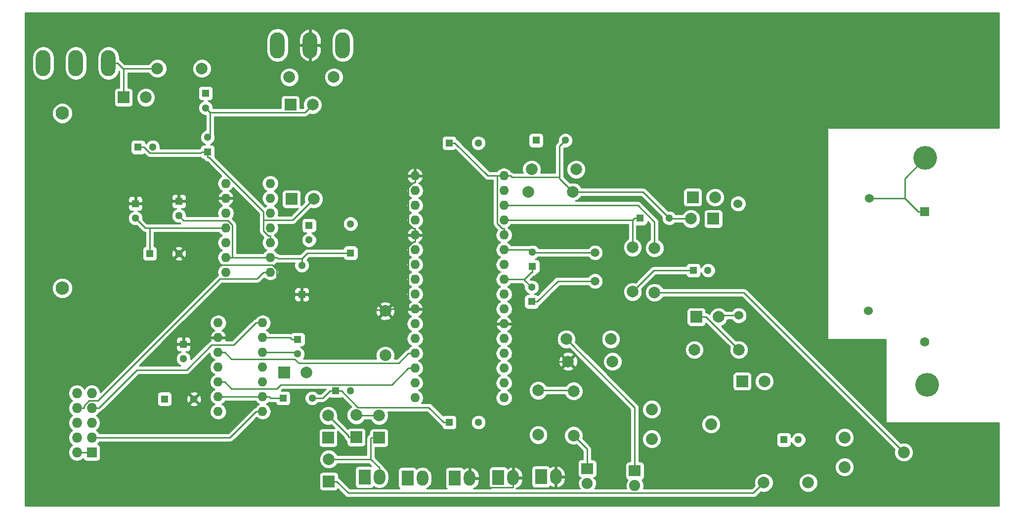
<source format=gtl>
G04 #@! TF.FileFunction,Copper,L1,Top,Signal*
%FSLAX46Y46*%
G04 Gerber Fmt 4.6, Leading zero omitted, Abs format (unit mm)*
G04 Created by KiCad (PCBNEW 4.0.3+e1-6302~38~ubuntu14.04.1-stable) date Sun Sep  4 15:17:47 2016*
%MOMM*%
%LPD*%
G01*
G04 APERTURE LIST*
%ADD10C,0.100000*%
%ADD11R,1.300000X1.300000*%
%ADD12C,1.300000*%
%ADD13C,1.998980*%
%ADD14R,1.998980X1.998980*%
%ADD15R,2.000000X1.900000*%
%ADD16C,1.900000*%
%ADD17R,1.727200X1.727200*%
%ADD18O,1.727200X1.727200*%
%ADD19R,2.000000X2.600000*%
%ADD20O,2.000000X2.600000*%
%ADD21C,4.064000*%
%ADD22O,2.499360X4.500880*%
%ADD23C,2.301240*%
%ADD24C,2.032000*%
%ADD25C,1.524000*%
%ADD26O,1.600000X1.600000*%
%ADD27C,1.501140*%
%ADD28R,1.600000X1.600000*%
%ADD29C,1.600000*%
%ADD30C,0.250000*%
%ADD31C,0.254000*%
G04 APERTURE END LIST*
D10*
D11*
X116205000Y-91389200D03*
D12*
X118705000Y-91389200D03*
D11*
X128118000Y-92202000D03*
D12*
X128118000Y-89702000D03*
D11*
X152603000Y-109550000D03*
D12*
X152603000Y-104550000D03*
D11*
X150063000Y-133198000D03*
D12*
X152563000Y-133198000D03*
D11*
X141021000Y-134468000D03*
D12*
X146021000Y-134468000D03*
D11*
X143535000Y-124384000D03*
D12*
X143535000Y-126884000D03*
D11*
X145491000Y-104826000D03*
D12*
X145491000Y-107326000D03*
D11*
X169520000Y-138608000D03*
D12*
X174520000Y-138608000D03*
X127762000Y-84643600D03*
D11*
X127762000Y-82143600D03*
X123977000Y-125197000D03*
D12*
X123977000Y-127697000D03*
D11*
X115748000Y-101067000D03*
D12*
X115748000Y-103567000D03*
D11*
X120752000Y-134595000D03*
D12*
X125752000Y-134595000D03*
D11*
X118186000Y-109652000D03*
D12*
X123186000Y-109652000D03*
D11*
X123190000Y-100660000D03*
D12*
X123190000Y-103160000D03*
D11*
X144247000Y-116662000D03*
D12*
X144247000Y-111662000D03*
D11*
X184379000Y-90220800D03*
D12*
X189379000Y-90220800D03*
D11*
X169494000Y-90678000D03*
D12*
X174494000Y-90678000D03*
D11*
X183617000Y-117907000D03*
D12*
X183617000Y-115407000D03*
D11*
X183769000Y-111887000D03*
D12*
X183769000Y-109387000D03*
D11*
X202209000Y-103581000D03*
D12*
X207209000Y-103581000D03*
D11*
X226822000Y-141605000D03*
D12*
X229322000Y-141605000D03*
D11*
X211328000Y-112522000D03*
D12*
X213828000Y-112522000D03*
D13*
X117526000Y-82854800D03*
D14*
X113716000Y-82854800D03*
D13*
X145034000Y-130048000D03*
D14*
X141224000Y-130048000D03*
D13*
X146279000Y-100279000D03*
D14*
X142469000Y-100279000D03*
D13*
X146101000Y-84124800D03*
D14*
X142291000Y-84124800D03*
D15*
X193142000Y-146558000D03*
D16*
X193142000Y-149098000D03*
D13*
X148768000Y-137465000D03*
D14*
X148768000Y-141275000D03*
D13*
X153568000Y-137363000D03*
D14*
X153568000Y-141173000D03*
D13*
X157480000Y-137465000D03*
D14*
X157480000Y-141275000D03*
D13*
X148869000Y-144932000D03*
D14*
X148869000Y-148742000D03*
D13*
X215036000Y-99999800D03*
D14*
X211226000Y-99999800D03*
D13*
X215646000Y-120523000D03*
D14*
X211836000Y-120523000D03*
D13*
X210922000Y-103683000D03*
D14*
X214732000Y-103683000D03*
D13*
X223495000Y-131572000D03*
D14*
X219685000Y-131572000D03*
D15*
X201295000Y-146939000D03*
D16*
X201295000Y-149479000D03*
D17*
X108255000Y-143789000D03*
D18*
X105715000Y-143789000D03*
X108255000Y-141249000D03*
X105715000Y-141249000D03*
X108255000Y-138709000D03*
X105715000Y-138709000D03*
X108255000Y-136169000D03*
X105715000Y-136169000D03*
X108255000Y-133629000D03*
X105715000Y-133629000D03*
D19*
X185217000Y-147955000D03*
D20*
X187757000Y-147955000D03*
D19*
X170459000Y-148209000D03*
D20*
X172999000Y-148209000D03*
D19*
X177927000Y-148133000D03*
D20*
X180467000Y-148133000D03*
D19*
X154991000Y-148031000D03*
D20*
X157531000Y-148031000D03*
D21*
X251079000Y-93268800D03*
X251358000Y-132156000D03*
D19*
X162382000Y-148209000D03*
D20*
X164922000Y-148209000D03*
D22*
X105537000Y-76987400D03*
X111125000Y-76987400D03*
X99949000Y-76987400D03*
X145669000Y-73888600D03*
X140081000Y-73888600D03*
X151257000Y-73888600D03*
D23*
X103226000Y-115570000D03*
X103226000Y-85570000D03*
D13*
X127127000Y-77876400D03*
X119507000Y-77876400D03*
X149733000Y-79375000D03*
X142113000Y-79375000D03*
X190805000Y-133248000D03*
X190805000Y-140868000D03*
X184760000Y-133147000D03*
X184760000Y-140767000D03*
X183032000Y-99060000D03*
X190652000Y-99060000D03*
X191237000Y-95199200D03*
X183617000Y-95199200D03*
X204673000Y-116332000D03*
X204673000Y-108712000D03*
X189560000Y-124333000D03*
X197180000Y-124333000D03*
X223393000Y-148971000D03*
X231013000Y-148971000D03*
X200914000Y-108585000D03*
X200914000Y-116205000D03*
X219126000Y-126162000D03*
X211506000Y-126162000D03*
X189865000Y-128168000D03*
X197485000Y-128168000D03*
X158547000Y-119507000D03*
X158547000Y-127127000D03*
D24*
X237236000Y-141224000D03*
X247396000Y-143764000D03*
X237236000Y-146304000D03*
D25*
X219100000Y-120269000D03*
X218973000Y-101092000D03*
X241325000Y-119507000D03*
X241452000Y-100203000D03*
D26*
X137541000Y-136779000D03*
X137541000Y-134239000D03*
X137541000Y-131699000D03*
X137541000Y-129159000D03*
X137541000Y-126619000D03*
X137541000Y-124079000D03*
X137541000Y-121539000D03*
X129921000Y-121539000D03*
X129921000Y-124079000D03*
X129921000Y-126619000D03*
X129921000Y-129159000D03*
X129921000Y-131699000D03*
X129921000Y-134239000D03*
X129921000Y-136779000D03*
X138836000Y-112852000D03*
X138836000Y-110312000D03*
X138836000Y-107772000D03*
X138836000Y-105232000D03*
X138836000Y-102692000D03*
X138836000Y-100152000D03*
X138836000Y-97612000D03*
X131216000Y-97612000D03*
X131216000Y-100152000D03*
X131216000Y-102692000D03*
X131216000Y-105232000D03*
X131216000Y-107772000D03*
X131216000Y-110312000D03*
X131216000Y-112852000D03*
X178867000Y-134417000D03*
X178867000Y-131877000D03*
X178867000Y-129337000D03*
X178867000Y-126797000D03*
X178867000Y-124257000D03*
X178867000Y-121717000D03*
X178867000Y-119177000D03*
X178867000Y-116637000D03*
X178867000Y-114097000D03*
X178867000Y-111557000D03*
X178867000Y-109017000D03*
X178867000Y-106477000D03*
X178867000Y-103937000D03*
X178867000Y-101397000D03*
X178867000Y-98857000D03*
X178867000Y-96317000D03*
X163627000Y-96317000D03*
X163627000Y-98857000D03*
X163627000Y-101397000D03*
X163627000Y-103937000D03*
X163627000Y-106477000D03*
X163627000Y-109017000D03*
X163627000Y-111557000D03*
X163627000Y-114097000D03*
X163627000Y-116637000D03*
X163627000Y-119177000D03*
X163627000Y-121717000D03*
X163627000Y-124257000D03*
X163627000Y-126797000D03*
X163627000Y-129337000D03*
X163627000Y-131877000D03*
X163627000Y-134417000D03*
D24*
X204216000Y-136398000D03*
X214376000Y-138938000D03*
X204216000Y-141478000D03*
D27*
X194488000Y-109497060D03*
X194488000Y-114378940D03*
D28*
X250952000Y-102489000D03*
D29*
X250952000Y-124841000D03*
D30*
X153878400Y-136038100D02*
X151038300Y-133198000D01*
X165974800Y-136038100D02*
X153878400Y-136038100D01*
X168544700Y-138608000D02*
X165974800Y-136038100D01*
X169520000Y-138608000D02*
X168544700Y-138608000D01*
X150063000Y-133198000D02*
X151038300Y-133198000D01*
X147817700Y-134468000D02*
X149087700Y-133198000D01*
X146021000Y-134468000D02*
X147817700Y-134468000D01*
X150063000Y-133198000D02*
X149087700Y-133198000D01*
X116205000Y-91389200D02*
X117180300Y-91389200D01*
X118177600Y-92386500D02*
X117180300Y-91389200D01*
X126958200Y-92386500D02*
X118177600Y-92386500D01*
X127142700Y-92202000D02*
X126958200Y-92386500D01*
X128118000Y-92202000D02*
X127142700Y-92202000D01*
X138836000Y-107772000D02*
X138836000Y-106646700D01*
X128118000Y-92202000D02*
X128118000Y-93177300D01*
X142687600Y-103870400D02*
X146279000Y-100279000D01*
X137710700Y-103870400D02*
X142687600Y-103870400D01*
X137710700Y-105802800D02*
X137710700Y-103870400D01*
X138554600Y-106646700D02*
X137710700Y-105802800D01*
X138836000Y-106646700D02*
X138554600Y-106646700D01*
X128392300Y-93177300D02*
X128118000Y-93177300D01*
X137710700Y-102495700D02*
X128392300Y-93177300D01*
X137710700Y-103870400D02*
X137710700Y-102495700D01*
X129921000Y-134239000D02*
X137541000Y-134239000D01*
X105715000Y-143789000D02*
X108255000Y-143789000D01*
X153670000Y-137465000D02*
X153568000Y-137363000D01*
X157480000Y-137465000D02*
X153670000Y-137465000D01*
X178867000Y-96317000D02*
X179992300Y-96317000D01*
X138895300Y-134468000D02*
X138666300Y-134239000D01*
X141021000Y-134468000D02*
X138895300Y-134468000D01*
X137541000Y-134239000D02*
X138666300Y-134239000D01*
X128568100Y-89251900D02*
X128118000Y-89702000D01*
X128568100Y-85449700D02*
X128568100Y-89251900D01*
X144776100Y-85449700D02*
X128568100Y-85449700D01*
X146101000Y-84124800D02*
X144776100Y-85449700D01*
X128568100Y-85449700D02*
X127762000Y-84643600D01*
X123992000Y-103962000D02*
X123190000Y-103160000D01*
X131593700Y-103962000D02*
X123992000Y-103962000D01*
X132344500Y-104712800D02*
X131593700Y-103962000D01*
X132344500Y-110312000D02*
X132344500Y-104712800D01*
X131216000Y-110312000D02*
X132344500Y-110312000D01*
X132344500Y-110312000D02*
X138836000Y-110312000D01*
X138836000Y-110312000D02*
X139961300Y-110312000D01*
X144247000Y-110525800D02*
X144247000Y-111662000D01*
X145222800Y-109550000D02*
X144247000Y-110525800D01*
X152603000Y-109550000D02*
X145222800Y-109550000D01*
X140175100Y-110525800D02*
X139961300Y-110312000D01*
X144247000Y-110525800D02*
X140175100Y-110525800D01*
X183589100Y-112862300D02*
X182330700Y-114120700D01*
X183769000Y-112862300D02*
X183589100Y-112862300D01*
X182307000Y-114097000D02*
X182330700Y-114120700D01*
X178867000Y-114097000D02*
X182307000Y-114097000D01*
X182330700Y-114120700D02*
X183617000Y-115407000D01*
X183769000Y-111887000D02*
X183769000Y-112862300D01*
X180225400Y-96550100D02*
X179992300Y-96317000D01*
X188375300Y-96550100D02*
X180225400Y-96550100D01*
X188375300Y-91224500D02*
X189379000Y-90220800D01*
X188375300Y-96550100D02*
X188375300Y-91224500D01*
X201295000Y-136068000D02*
X201295000Y-146939000D01*
X189560000Y-124333000D02*
X201295000Y-136068000D01*
X178867000Y-106477000D02*
X178867000Y-105351700D01*
X177739700Y-104505700D02*
X177739700Y-96317000D01*
X178585700Y-105351700D02*
X177739700Y-104505700D01*
X178867000Y-105351700D02*
X178585700Y-105351700D01*
X176108300Y-96317000D02*
X177739700Y-96317000D01*
X170469300Y-90678000D02*
X176108300Y-96317000D01*
X177739700Y-96317000D02*
X178867000Y-96317000D01*
X169494000Y-90678000D02*
X170469300Y-90678000D01*
X188375300Y-96783300D02*
X188375300Y-96550100D01*
X190652000Y-99060000D02*
X188375300Y-96783300D01*
X207311000Y-103683000D02*
X207209000Y-103581000D01*
X210922000Y-103683000D02*
X207311000Y-103683000D01*
X202688000Y-99060000D02*
X190652000Y-99060000D01*
X207209000Y-103581000D02*
X202688000Y-99060000D01*
X142254700Y-124079000D02*
X142559700Y-124384000D01*
X137541000Y-124079000D02*
X142254700Y-124079000D01*
X143535000Y-124384000D02*
X142559700Y-124384000D01*
X143270000Y-126619000D02*
X143535000Y-126884000D01*
X137541000Y-126619000D02*
X143270000Y-126619000D01*
X186443300Y-128168000D02*
X179992300Y-121717000D01*
X189865000Y-128168000D02*
X186443300Y-128168000D01*
X178867000Y-121717000D02*
X179992300Y-121717000D01*
X163627000Y-90271600D02*
X147244000Y-73888600D01*
X163627000Y-96317000D02*
X163627000Y-90271600D01*
X145669000Y-73888600D02*
X147244000Y-73888600D01*
X163345600Y-97442300D02*
X163627000Y-97442300D01*
X162501700Y-98286200D02*
X163345600Y-97442300D01*
X162501700Y-104507700D02*
X162501700Y-98286200D01*
X163345700Y-105351700D02*
X162501700Y-104507700D01*
X163627000Y-105351700D02*
X163345700Y-105351700D01*
X163627000Y-106477000D02*
X163627000Y-105351700D01*
X163627000Y-96317000D02*
X163627000Y-97442300D01*
X117130300Y-100660000D02*
X116723300Y-101067000D01*
X123190000Y-100660000D02*
X117130300Y-100660000D01*
X115748000Y-101067000D02*
X116723300Y-101067000D01*
X163627000Y-106477000D02*
X163627000Y-107602300D01*
X163345700Y-107602300D02*
X163627000Y-107602300D01*
X162471300Y-108476700D02*
X163345700Y-107602300D01*
X162471300Y-119177000D02*
X162471300Y-108476700D01*
X162471300Y-119177000D02*
X163627000Y-119177000D01*
X167292300Y-121717000D02*
X178867000Y-121717000D01*
X164752300Y-119177000D02*
X167292300Y-121717000D01*
X163627000Y-119177000D02*
X164752300Y-119177000D01*
X175873600Y-149758300D02*
X174324300Y-148209000D01*
X180467000Y-149758300D02*
X175873600Y-149758300D01*
X180467000Y-148133000D02*
X180467000Y-149758300D01*
X172999000Y-148209000D02*
X174324300Y-148209000D01*
X129921000Y-124079000D02*
X131046300Y-124079000D01*
X139993100Y-112406300D02*
X139993100Y-116662000D01*
X139158600Y-111571800D02*
X139993100Y-112406300D01*
X125105800Y-111571800D02*
X139158600Y-111571800D01*
X123186000Y-109652000D02*
X125105800Y-111571800D01*
X144247000Y-116662000D02*
X139993100Y-116662000D01*
X138463300Y-116662000D02*
X131046300Y-124079000D01*
X139993100Y-116662000D02*
X138463300Y-116662000D01*
X144247000Y-116662000D02*
X145222300Y-116662000D01*
X158547000Y-119342000D02*
X158547000Y-119507000D01*
X158712000Y-119177000D02*
X158547000Y-119342000D01*
X162471300Y-119177000D02*
X158712000Y-119177000D01*
X147902300Y-119342000D02*
X145222300Y-116662000D01*
X158547000Y-119342000D02*
X147902300Y-119342000D01*
X118186000Y-105232000D02*
X118186000Y-109652000D01*
X131216000Y-105232000D02*
X118186000Y-105232000D01*
X117413000Y-105232000D02*
X115748000Y-103567000D01*
X118186000Y-105232000D02*
X117413000Y-105232000D01*
X204673000Y-104253400D02*
X204673000Y-108712000D01*
X201816600Y-101397000D02*
X204673000Y-104253400D01*
X178867000Y-101397000D02*
X201816600Y-101397000D01*
X188120400Y-114378900D02*
X184592300Y-117907000D01*
X194488000Y-114378900D02*
X188120400Y-114378900D01*
X183617000Y-117907000D02*
X184592300Y-117907000D01*
X183399000Y-109017000D02*
X183769000Y-109387000D01*
X178867000Y-109017000D02*
X183399000Y-109017000D01*
X183879100Y-109497100D02*
X183769000Y-109387000D01*
X194488000Y-109497100D02*
X183879100Y-109497100D01*
X202209000Y-103581000D02*
X201233700Y-103581000D01*
X200877700Y-108548700D02*
X200914000Y-108585000D01*
X200877700Y-103937000D02*
X200877700Y-108548700D01*
X178867000Y-103937000D02*
X200877700Y-103937000D01*
X200877700Y-103937000D02*
X201233700Y-103581000D01*
X221606400Y-150757600D02*
X223393000Y-148971000D01*
X152209400Y-150757600D02*
X221606400Y-150757600D01*
X150193800Y-148742000D02*
X152209400Y-150757600D01*
X148869000Y-148742000D02*
X150193800Y-148742000D01*
X204597000Y-112522000D02*
X211328000Y-112522000D01*
X200914000Y-116205000D02*
X204597000Y-112522000D01*
X250952000Y-102489000D02*
X249826700Y-102489000D01*
X247540700Y-96807100D02*
X251079000Y-93268800D01*
X247540700Y-100203000D02*
X247540700Y-96807100D01*
X241452000Y-100203000D02*
X247540700Y-100203000D01*
X247540700Y-100203000D02*
X249826700Y-102489000D01*
X111125000Y-76987400D02*
X112700000Y-76987400D01*
X113716000Y-77876400D02*
X113716000Y-82854800D01*
X119507000Y-77876400D02*
X113716000Y-77876400D01*
X113589000Y-77876400D02*
X112700000Y-76987400D01*
X113716000Y-77876400D02*
X113589000Y-77876400D01*
X193142000Y-143205000D02*
X193142000Y-146558000D01*
X190805000Y-140868000D02*
X193142000Y-143205000D01*
X152243200Y-140940200D02*
X148768000Y-137465000D01*
X152243200Y-141173000D02*
X152243200Y-140940200D01*
X153568000Y-141173000D02*
X152243200Y-141173000D01*
X157480000Y-141275000D02*
X156155200Y-141275000D01*
X157531000Y-148031000D02*
X157531000Y-146405700D01*
X156057300Y-141372900D02*
X156155200Y-141275000D01*
X156057300Y-144932000D02*
X156057300Y-141372900D01*
X148869000Y-144932000D02*
X156057300Y-144932000D01*
X156057300Y-144932000D02*
X157531000Y-146405700D01*
X213487000Y-120523000D02*
X211836000Y-120523000D01*
X219126000Y-126162000D02*
X213487000Y-120523000D01*
X215900000Y-120269000D02*
X215646000Y-120523000D01*
X219100000Y-120269000D02*
X215900000Y-120269000D01*
X131945700Y-141249000D02*
X108255000Y-141249000D01*
X136415700Y-136779000D02*
X131945700Y-141249000D01*
X137541000Y-136779000D02*
X136415700Y-136779000D01*
X137541000Y-121539000D02*
X136415700Y-121539000D01*
X108255000Y-136169000D02*
X109443900Y-136169000D01*
X132605700Y-125349000D02*
X136415700Y-121539000D01*
X128795600Y-125349000D02*
X132605700Y-125349000D01*
X124522600Y-129622000D02*
X128795600Y-125349000D01*
X115990900Y-129622000D02*
X124522600Y-129622000D01*
X109443900Y-136169000D02*
X115990900Y-129622000D01*
X105715000Y-136169000D02*
X106903900Y-136169000D01*
X136585400Y-113977300D02*
X137710700Y-112852000D01*
X130223700Y-113977300D02*
X136585400Y-113977300D01*
X109302000Y-134899000D02*
X130223700Y-113977300D01*
X107802400Y-134899000D02*
X109302000Y-134899000D01*
X106903900Y-135797500D02*
X107802400Y-134899000D01*
X106903900Y-136169000D02*
X106903900Y-135797500D01*
X138836000Y-112852000D02*
X137710700Y-112852000D01*
X190704000Y-133147000D02*
X190805000Y-133248000D01*
X184760000Y-133147000D02*
X190704000Y-133147000D01*
X219964000Y-116332000D02*
X204673000Y-116332000D01*
X247396000Y-143764000D02*
X219964000Y-116332000D01*
X132171600Y-127744300D02*
X131046300Y-126619000D01*
X143015900Y-127744300D02*
X132171600Y-127744300D01*
X143736100Y-128464500D02*
X143015900Y-127744300D01*
X160834200Y-128464500D02*
X143736100Y-128464500D01*
X162501700Y-126797000D02*
X160834200Y-128464500D01*
X163627000Y-126797000D02*
X162501700Y-126797000D01*
X129921000Y-126619000D02*
X131046300Y-126619000D01*
X132171600Y-132824300D02*
X131046300Y-131699000D01*
X139964000Y-132824300D02*
X132171600Y-132824300D01*
X140638900Y-132149400D02*
X139964000Y-132824300D01*
X159689300Y-132149400D02*
X140638900Y-132149400D01*
X162501700Y-129337000D02*
X159689300Y-132149400D01*
X163627000Y-129337000D02*
X162501700Y-129337000D01*
X129921000Y-131699000D02*
X131046300Y-131699000D01*
D31*
G36*
X263677400Y-88087200D02*
X234289600Y-88087200D01*
X234223592Y-88105701D01*
X234186580Y-88139931D01*
X234165802Y-88185862D01*
X234164530Y-88236259D01*
X234182966Y-88283180D01*
X234218205Y-88319232D01*
X234264693Y-88338734D01*
X234289600Y-88343715D01*
X234289600Y-124231400D01*
X234298285Y-124277559D01*
X234325565Y-124319953D01*
X234367190Y-124348394D01*
X234416600Y-124358400D01*
X244297200Y-124358400D01*
X244297200Y-138582400D01*
X244305885Y-138628559D01*
X244333165Y-138670953D01*
X244374790Y-138699394D01*
X244424200Y-138709400D01*
X263677400Y-138709400D01*
X263677400Y-152960000D01*
X96850200Y-152960000D01*
X96850200Y-147742510D01*
X147222070Y-147742510D01*
X147222070Y-149741490D01*
X147266348Y-149976807D01*
X147405420Y-150192931D01*
X147617620Y-150337921D01*
X147869510Y-150388930D01*
X149868490Y-150388930D01*
X150103807Y-150344652D01*
X150319931Y-150205580D01*
X150426544Y-150049546D01*
X151671999Y-151295001D01*
X151918561Y-151459748D01*
X152209400Y-151517600D01*
X221606400Y-151517600D01*
X221897239Y-151459748D01*
X222143801Y-151295001D01*
X222901917Y-150536885D01*
X223066453Y-150605206D01*
X223716694Y-150605774D01*
X224317655Y-150357462D01*
X224777846Y-149898073D01*
X225027206Y-149297547D01*
X225027208Y-149294694D01*
X229378226Y-149294694D01*
X229626538Y-149895655D01*
X230085927Y-150355846D01*
X230686453Y-150605206D01*
X231336694Y-150605774D01*
X231937655Y-150357462D01*
X232397846Y-149898073D01*
X232647206Y-149297547D01*
X232647774Y-148647306D01*
X232399462Y-148046345D01*
X231940073Y-147586154D01*
X231339547Y-147336794D01*
X230689306Y-147336226D01*
X230088345Y-147584538D01*
X229628154Y-148043927D01*
X229378794Y-148644453D01*
X229378226Y-149294694D01*
X225027208Y-149294694D01*
X225027774Y-148647306D01*
X224779462Y-148046345D01*
X224320073Y-147586154D01*
X223719547Y-147336794D01*
X223069306Y-147336226D01*
X222468345Y-147584538D01*
X222008154Y-148043927D01*
X221758794Y-148644453D01*
X221758226Y-149294694D01*
X221827309Y-149461889D01*
X221291598Y-149997600D01*
X202795871Y-149997600D01*
X202879724Y-149795659D01*
X202880275Y-149165107D01*
X202639481Y-148582343D01*
X202541971Y-148484663D01*
X202746441Y-148353090D01*
X202891431Y-148140890D01*
X202942440Y-147889000D01*
X202942440Y-146630963D01*
X235584714Y-146630963D01*
X235835534Y-147237995D01*
X236299563Y-147702834D01*
X236906155Y-147954713D01*
X237562963Y-147955286D01*
X238169995Y-147704466D01*
X238634834Y-147240437D01*
X238886713Y-146633845D01*
X238887286Y-145977037D01*
X238636466Y-145370005D01*
X238172437Y-144905166D01*
X237565845Y-144653287D01*
X236909037Y-144652714D01*
X236302005Y-144903534D01*
X235837166Y-145367563D01*
X235585287Y-145974155D01*
X235584714Y-146630963D01*
X202942440Y-146630963D01*
X202942440Y-145989000D01*
X202898162Y-145753683D01*
X202759090Y-145537559D01*
X202546890Y-145392569D01*
X202295000Y-145341560D01*
X202055000Y-145341560D01*
X202055000Y-141804963D01*
X202564714Y-141804963D01*
X202815534Y-142411995D01*
X203279563Y-142876834D01*
X203886155Y-143128713D01*
X204542963Y-143129286D01*
X205149995Y-142878466D01*
X205614834Y-142414437D01*
X205866713Y-141807845D01*
X205867286Y-141151037D01*
X205786286Y-140955000D01*
X225524560Y-140955000D01*
X225524560Y-142255000D01*
X225568838Y-142490317D01*
X225707910Y-142706441D01*
X225920110Y-142851431D01*
X226172000Y-142902440D01*
X227472000Y-142902440D01*
X227707317Y-142858162D01*
X227923441Y-142719090D01*
X228068431Y-142506890D01*
X228119440Y-142255000D01*
X228119440Y-142059540D01*
X228231995Y-142331943D01*
X228593155Y-142693735D01*
X229065276Y-142889777D01*
X229576481Y-142890223D01*
X230048943Y-142695005D01*
X230410735Y-142333845D01*
X230606777Y-141861724D01*
X230607048Y-141550963D01*
X235584714Y-141550963D01*
X235835534Y-142157995D01*
X236299563Y-142622834D01*
X236906155Y-142874713D01*
X237562963Y-142875286D01*
X238169995Y-142624466D01*
X238634834Y-142160437D01*
X238886713Y-141553845D01*
X238887286Y-140897037D01*
X238636466Y-140290005D01*
X238172437Y-139825166D01*
X237565845Y-139573287D01*
X236909037Y-139572714D01*
X236302005Y-139823534D01*
X235837166Y-140287563D01*
X235585287Y-140894155D01*
X235584714Y-141550963D01*
X230607048Y-141550963D01*
X230607223Y-141350519D01*
X230412005Y-140878057D01*
X230050845Y-140516265D01*
X229578724Y-140320223D01*
X229067519Y-140319777D01*
X228595057Y-140514995D01*
X228233265Y-140876155D01*
X228119440Y-141150276D01*
X228119440Y-140955000D01*
X228075162Y-140719683D01*
X227936090Y-140503559D01*
X227723890Y-140358569D01*
X227472000Y-140307560D01*
X226172000Y-140307560D01*
X225936683Y-140351838D01*
X225720559Y-140490910D01*
X225575569Y-140703110D01*
X225524560Y-140955000D01*
X205786286Y-140955000D01*
X205616466Y-140544005D01*
X205152437Y-140079166D01*
X204545845Y-139827287D01*
X203889037Y-139826714D01*
X203282005Y-140077534D01*
X202817166Y-140541563D01*
X202565287Y-141148155D01*
X202564714Y-141804963D01*
X202055000Y-141804963D01*
X202055000Y-139264963D01*
X212724714Y-139264963D01*
X212975534Y-139871995D01*
X213439563Y-140336834D01*
X214046155Y-140588713D01*
X214702963Y-140589286D01*
X215309995Y-140338466D01*
X215774834Y-139874437D01*
X216026713Y-139267845D01*
X216027286Y-138611037D01*
X215776466Y-138004005D01*
X215312437Y-137539166D01*
X214705845Y-137287287D01*
X214049037Y-137286714D01*
X213442005Y-137537534D01*
X212977166Y-138001563D01*
X212725287Y-138608155D01*
X212724714Y-139264963D01*
X202055000Y-139264963D01*
X202055000Y-136724963D01*
X202564714Y-136724963D01*
X202815534Y-137331995D01*
X203279563Y-137796834D01*
X203886155Y-138048713D01*
X204542963Y-138049286D01*
X205149995Y-137798466D01*
X205614834Y-137334437D01*
X205866713Y-136727845D01*
X205867286Y-136071037D01*
X205616466Y-135464005D01*
X205152437Y-134999166D01*
X204545845Y-134747287D01*
X203889037Y-134746714D01*
X203282005Y-134997534D01*
X202817166Y-135461563D01*
X202565287Y-136068155D01*
X202564714Y-136724963D01*
X202055000Y-136724963D01*
X202055000Y-136068000D01*
X201997148Y-135777161D01*
X201832401Y-135530599D01*
X196874312Y-130572510D01*
X218038070Y-130572510D01*
X218038070Y-132571490D01*
X218082348Y-132806807D01*
X218221420Y-133022931D01*
X218433620Y-133167921D01*
X218685510Y-133218930D01*
X220684490Y-133218930D01*
X220919807Y-133174652D01*
X221135931Y-133035580D01*
X221280921Y-132823380D01*
X221331930Y-132571490D01*
X221331930Y-131895694D01*
X221860226Y-131895694D01*
X222108538Y-132496655D01*
X222567927Y-132956846D01*
X223168453Y-133206206D01*
X223818694Y-133206774D01*
X224419655Y-132958462D01*
X224879846Y-132499073D01*
X225129206Y-131898547D01*
X225129774Y-131248306D01*
X224881462Y-130647345D01*
X224422073Y-130187154D01*
X223821547Y-129937794D01*
X223171306Y-129937226D01*
X222570345Y-130185538D01*
X222110154Y-130644927D01*
X221860794Y-131245453D01*
X221860226Y-131895694D01*
X221331930Y-131895694D01*
X221331930Y-130572510D01*
X221287652Y-130337193D01*
X221148580Y-130121069D01*
X220936380Y-129976079D01*
X220684490Y-129925070D01*
X218685510Y-129925070D01*
X218450193Y-129969348D01*
X218234069Y-130108420D01*
X218089079Y-130320620D01*
X218038070Y-130572510D01*
X196874312Y-130572510D01*
X194793496Y-128491694D01*
X195850226Y-128491694D01*
X196098538Y-129092655D01*
X196557927Y-129552846D01*
X197158453Y-129802206D01*
X197808694Y-129802774D01*
X198409655Y-129554462D01*
X198869846Y-129095073D01*
X199119206Y-128494547D01*
X199119774Y-127844306D01*
X198871462Y-127243345D01*
X198412073Y-126783154D01*
X197811547Y-126533794D01*
X197161306Y-126533226D01*
X196560345Y-126781538D01*
X196100154Y-127240927D01*
X195850794Y-127841453D01*
X195850226Y-128491694D01*
X194793496Y-128491694D01*
X192787496Y-126485694D01*
X209871226Y-126485694D01*
X210119538Y-127086655D01*
X210578927Y-127546846D01*
X211179453Y-127796206D01*
X211829694Y-127796774D01*
X212430655Y-127548462D01*
X212890846Y-127089073D01*
X213140206Y-126488547D01*
X213140774Y-125838306D01*
X212892462Y-125237345D01*
X212433073Y-124777154D01*
X211832547Y-124527794D01*
X211182306Y-124527226D01*
X210581345Y-124775538D01*
X210121154Y-125234927D01*
X209871794Y-125835453D01*
X209871226Y-126485694D01*
X192787496Y-126485694D01*
X191125885Y-124824083D01*
X191194206Y-124659547D01*
X191194208Y-124656694D01*
X195545226Y-124656694D01*
X195793538Y-125257655D01*
X196252927Y-125717846D01*
X196853453Y-125967206D01*
X197503694Y-125967774D01*
X198104655Y-125719462D01*
X198564846Y-125260073D01*
X198814206Y-124659547D01*
X198814774Y-124009306D01*
X198566462Y-123408345D01*
X198107073Y-122948154D01*
X197506547Y-122698794D01*
X196856306Y-122698226D01*
X196255345Y-122946538D01*
X195795154Y-123405927D01*
X195545794Y-124006453D01*
X195545226Y-124656694D01*
X191194208Y-124656694D01*
X191194774Y-124009306D01*
X190946462Y-123408345D01*
X190487073Y-122948154D01*
X189886547Y-122698794D01*
X189236306Y-122698226D01*
X188635345Y-122946538D01*
X188175154Y-123405927D01*
X187925794Y-124006453D01*
X187925226Y-124656694D01*
X188173538Y-125257655D01*
X188632927Y-125717846D01*
X189233453Y-125967206D01*
X189883694Y-125967774D01*
X190050889Y-125898691D01*
X200535000Y-136382802D01*
X200535000Y-145341560D01*
X200295000Y-145341560D01*
X200059683Y-145385838D01*
X199843559Y-145524910D01*
X199698569Y-145737110D01*
X199647560Y-145989000D01*
X199647560Y-147889000D01*
X199691838Y-148124317D01*
X199830910Y-148340441D01*
X200043110Y-148485431D01*
X200046192Y-148486055D01*
X199952086Y-148579997D01*
X199710276Y-149162341D01*
X199709725Y-149792893D01*
X199794308Y-149997600D01*
X194363386Y-149997600D01*
X194520019Y-149942208D01*
X194738188Y-149350602D01*
X194713352Y-148720539D01*
X194520019Y-148253792D01*
X194258352Y-148161256D01*
X194292483Y-148127125D01*
X194377317Y-148111162D01*
X194593441Y-147972090D01*
X194738431Y-147759890D01*
X194789440Y-147508000D01*
X194789440Y-145608000D01*
X194745162Y-145372683D01*
X194606090Y-145156559D01*
X194393890Y-145011569D01*
X194142000Y-144960560D01*
X193902000Y-144960560D01*
X193902000Y-143205000D01*
X193844148Y-142914161D01*
X193679401Y-142667599D01*
X192370885Y-141359083D01*
X192439206Y-141194547D01*
X192439774Y-140544306D01*
X192191462Y-139943345D01*
X191732073Y-139483154D01*
X191131547Y-139233794D01*
X190481306Y-139233226D01*
X189880345Y-139481538D01*
X189420154Y-139940927D01*
X189170794Y-140541453D01*
X189170226Y-141191694D01*
X189418538Y-141792655D01*
X189877927Y-142252846D01*
X190478453Y-142502206D01*
X191128694Y-142502774D01*
X191295889Y-142433691D01*
X192382000Y-143519802D01*
X192382000Y-144960560D01*
X192142000Y-144960560D01*
X191906683Y-145004838D01*
X191690559Y-145143910D01*
X191545569Y-145356110D01*
X191494560Y-145608000D01*
X191494560Y-147508000D01*
X191538838Y-147743317D01*
X191677910Y-147959441D01*
X191890110Y-148104431D01*
X191988810Y-148124418D01*
X192025648Y-148161256D01*
X191763981Y-148253792D01*
X191545812Y-148845398D01*
X191570648Y-149475461D01*
X191763981Y-149942208D01*
X191920614Y-149997600D01*
X180952826Y-149997600D01*
X180975355Y-149992144D01*
X181533317Y-149678922D01*
X181928942Y-149176020D01*
X182102000Y-148560000D01*
X182102000Y-148260000D01*
X180594000Y-148260000D01*
X180594000Y-148280000D01*
X180340000Y-148280000D01*
X180340000Y-148260000D01*
X180320000Y-148260000D01*
X180320000Y-148006000D01*
X180340000Y-148006000D01*
X180340000Y-146362223D01*
X180594000Y-146362223D01*
X180594000Y-148006000D01*
X182102000Y-148006000D01*
X182102000Y-147706000D01*
X181928942Y-147089980D01*
X181586751Y-146655000D01*
X183569560Y-146655000D01*
X183569560Y-149255000D01*
X183613838Y-149490317D01*
X183752910Y-149706441D01*
X183965110Y-149851431D01*
X184217000Y-149902440D01*
X186217000Y-149902440D01*
X186452317Y-149858162D01*
X186668441Y-149719090D01*
X186782349Y-149552380D01*
X187248645Y-149814144D01*
X187376566Y-149845124D01*
X187630000Y-149725777D01*
X187630000Y-148082000D01*
X187884000Y-148082000D01*
X187884000Y-149725777D01*
X188137434Y-149845124D01*
X188265355Y-149814144D01*
X188823317Y-149500922D01*
X189218942Y-148998020D01*
X189392000Y-148382000D01*
X189392000Y-148082000D01*
X187884000Y-148082000D01*
X187630000Y-148082000D01*
X187610000Y-148082000D01*
X187610000Y-147828000D01*
X187630000Y-147828000D01*
X187630000Y-146184223D01*
X187884000Y-146184223D01*
X187884000Y-147828000D01*
X189392000Y-147828000D01*
X189392000Y-147528000D01*
X189218942Y-146911980D01*
X188823317Y-146409078D01*
X188265355Y-146095856D01*
X188137434Y-146064876D01*
X187884000Y-146184223D01*
X187630000Y-146184223D01*
X187376566Y-146064876D01*
X187248645Y-146095856D01*
X186780789Y-146358495D01*
X186681090Y-146203559D01*
X186468890Y-146058569D01*
X186217000Y-146007560D01*
X184217000Y-146007560D01*
X183981683Y-146051838D01*
X183765559Y-146190910D01*
X183620569Y-146403110D01*
X183569560Y-146655000D01*
X181586751Y-146655000D01*
X181533317Y-146587078D01*
X180975355Y-146273856D01*
X180847434Y-146242876D01*
X180594000Y-146362223D01*
X180340000Y-146362223D01*
X180086566Y-146242876D01*
X179958645Y-146273856D01*
X179490789Y-146536495D01*
X179391090Y-146381559D01*
X179178890Y-146236569D01*
X178927000Y-146185560D01*
X176927000Y-146185560D01*
X176691683Y-146229838D01*
X176475559Y-146368910D01*
X176330569Y-146581110D01*
X176279560Y-146833000D01*
X176279560Y-149433000D01*
X176323838Y-149668317D01*
X176462910Y-149884441D01*
X176628524Y-149997600D01*
X173633019Y-149997600D01*
X174065317Y-149754922D01*
X174460942Y-149252020D01*
X174634000Y-148636000D01*
X174634000Y-148336000D01*
X173126000Y-148336000D01*
X173126000Y-148356000D01*
X172872000Y-148356000D01*
X172872000Y-148336000D01*
X172852000Y-148336000D01*
X172852000Y-148082000D01*
X172872000Y-148082000D01*
X172872000Y-146438223D01*
X173126000Y-146438223D01*
X173126000Y-148082000D01*
X174634000Y-148082000D01*
X174634000Y-147782000D01*
X174460942Y-147165980D01*
X174065317Y-146663078D01*
X173507355Y-146349856D01*
X173379434Y-146318876D01*
X173126000Y-146438223D01*
X172872000Y-146438223D01*
X172618566Y-146318876D01*
X172490645Y-146349856D01*
X172022789Y-146612495D01*
X171923090Y-146457559D01*
X171710890Y-146312569D01*
X171459000Y-146261560D01*
X169459000Y-146261560D01*
X169223683Y-146305838D01*
X169007559Y-146444910D01*
X168862569Y-146657110D01*
X168811560Y-146909000D01*
X168811560Y-149509000D01*
X168855838Y-149744317D01*
X168994910Y-149960441D01*
X169049294Y-149997600D01*
X165637262Y-149997600D01*
X166078120Y-149703029D01*
X166432543Y-149172596D01*
X166557000Y-148546909D01*
X166557000Y-147871091D01*
X166432543Y-147245404D01*
X166078120Y-146714971D01*
X165547687Y-146360548D01*
X164922000Y-146236091D01*
X164296313Y-146360548D01*
X163937808Y-146600093D01*
X163846090Y-146457559D01*
X163633890Y-146312569D01*
X163382000Y-146261560D01*
X161382000Y-146261560D01*
X161146683Y-146305838D01*
X160930559Y-146444910D01*
X160785569Y-146657110D01*
X160734560Y-146909000D01*
X160734560Y-149509000D01*
X160778838Y-149744317D01*
X160917910Y-149960441D01*
X160972294Y-149997600D01*
X157562717Y-149997600D01*
X158156687Y-149879452D01*
X158687120Y-149525029D01*
X159041543Y-148994596D01*
X159166000Y-148368909D01*
X159166000Y-147693091D01*
X159041543Y-147067404D01*
X158687120Y-146536971D01*
X158260396Y-146251844D01*
X158233148Y-146114861D01*
X158068401Y-145868299D01*
X156817300Y-144617198D01*
X156817300Y-142921930D01*
X158479490Y-142921930D01*
X158714807Y-142877652D01*
X158930931Y-142738580D01*
X159075921Y-142526380D01*
X159126930Y-142274490D01*
X159126930Y-141090694D01*
X183125226Y-141090694D01*
X183373538Y-141691655D01*
X183832927Y-142151846D01*
X184433453Y-142401206D01*
X185083694Y-142401774D01*
X185684655Y-142153462D01*
X186144846Y-141694073D01*
X186394206Y-141093547D01*
X186394774Y-140443306D01*
X186146462Y-139842345D01*
X185687073Y-139382154D01*
X185086547Y-139132794D01*
X184436306Y-139132226D01*
X183835345Y-139380538D01*
X183375154Y-139839927D01*
X183125794Y-140440453D01*
X183125226Y-141090694D01*
X159126930Y-141090694D01*
X159126930Y-140275510D01*
X159082652Y-140040193D01*
X158943580Y-139824069D01*
X158731380Y-139679079D01*
X158479490Y-139628070D01*
X156480510Y-139628070D01*
X156245193Y-139672348D01*
X156029069Y-139811420D01*
X155884079Y-140023620D01*
X155833070Y-140275510D01*
X155833070Y-140593760D01*
X155617799Y-140737598D01*
X155519899Y-140835499D01*
X155355152Y-141082061D01*
X155297300Y-141372900D01*
X155297300Y-144172000D01*
X150323496Y-144172000D01*
X150255462Y-144007345D01*
X149796073Y-143547154D01*
X149195547Y-143297794D01*
X148545306Y-143297226D01*
X147944345Y-143545538D01*
X147484154Y-144004927D01*
X147234794Y-144605453D01*
X147234226Y-145255694D01*
X147482538Y-145856655D01*
X147941927Y-146316846D01*
X148542453Y-146566206D01*
X149192694Y-146566774D01*
X149793655Y-146318462D01*
X150253846Y-145859073D01*
X150323221Y-145692000D01*
X155742498Y-145692000D01*
X156170384Y-146119886D01*
X155991000Y-146083560D01*
X153991000Y-146083560D01*
X153755683Y-146127838D01*
X153539559Y-146266910D01*
X153394569Y-146479110D01*
X153343560Y-146731000D01*
X153343560Y-149331000D01*
X153387838Y-149566317D01*
X153526910Y-149782441D01*
X153739110Y-149927431D01*
X153991000Y-149978440D01*
X155991000Y-149978440D01*
X156226317Y-149934162D01*
X156442441Y-149795090D01*
X156547951Y-149640671D01*
X156905313Y-149879452D01*
X157499283Y-149997600D01*
X152524202Y-149997600D01*
X150731201Y-148204599D01*
X150515930Y-148060760D01*
X150515930Y-147742510D01*
X150471652Y-147507193D01*
X150332580Y-147291069D01*
X150120380Y-147146079D01*
X149868490Y-147095070D01*
X147869510Y-147095070D01*
X147634193Y-147139348D01*
X147418069Y-147278420D01*
X147273079Y-147490620D01*
X147222070Y-147742510D01*
X96850200Y-147742510D01*
X96850200Y-133599641D01*
X104216400Y-133599641D01*
X104216400Y-133658359D01*
X104330474Y-134231848D01*
X104655330Y-134718029D01*
X104926172Y-134899000D01*
X104655330Y-135079971D01*
X104330474Y-135566152D01*
X104216400Y-136139641D01*
X104216400Y-136198359D01*
X104330474Y-136771848D01*
X104655330Y-137258029D01*
X104926172Y-137439000D01*
X104655330Y-137619971D01*
X104330474Y-138106152D01*
X104216400Y-138679641D01*
X104216400Y-138738359D01*
X104330474Y-139311848D01*
X104655330Y-139798029D01*
X104926172Y-139979000D01*
X104655330Y-140159971D01*
X104330474Y-140646152D01*
X104216400Y-141219641D01*
X104216400Y-141278359D01*
X104330474Y-141851848D01*
X104655330Y-142338029D01*
X104926172Y-142519000D01*
X104655330Y-142699971D01*
X104330474Y-143186152D01*
X104216400Y-143759641D01*
X104216400Y-143818359D01*
X104330474Y-144391848D01*
X104655330Y-144878029D01*
X105141511Y-145202885D01*
X105715000Y-145316959D01*
X106288489Y-145202885D01*
X106774670Y-144878029D01*
X106783805Y-144864358D01*
X106788238Y-144887917D01*
X106927310Y-145104041D01*
X107139510Y-145249031D01*
X107391400Y-145300040D01*
X109118600Y-145300040D01*
X109353917Y-145255762D01*
X109570041Y-145116690D01*
X109715031Y-144904490D01*
X109766040Y-144652600D01*
X109766040Y-142925400D01*
X109721762Y-142690083D01*
X109582690Y-142473959D01*
X109370490Y-142328969D01*
X109326655Y-142320092D01*
X109534520Y-142009000D01*
X131945700Y-142009000D01*
X132236539Y-141951148D01*
X132483101Y-141786401D01*
X133993992Y-140275510D01*
X147121070Y-140275510D01*
X147121070Y-142274490D01*
X147165348Y-142509807D01*
X147304420Y-142725931D01*
X147516620Y-142870921D01*
X147768510Y-142921930D01*
X149767490Y-142921930D01*
X150002807Y-142877652D01*
X150218931Y-142738580D01*
X150363921Y-142526380D01*
X150414930Y-142274490D01*
X150414930Y-140275510D01*
X150394354Y-140166156D01*
X151503562Y-141275364D01*
X151541052Y-141463839D01*
X151705799Y-141710401D01*
X151921070Y-141854240D01*
X151921070Y-142172490D01*
X151965348Y-142407807D01*
X152104420Y-142623931D01*
X152316620Y-142768921D01*
X152568510Y-142819930D01*
X154567490Y-142819930D01*
X154802807Y-142775652D01*
X155018931Y-142636580D01*
X155163921Y-142424380D01*
X155214930Y-142172490D01*
X155214930Y-140173510D01*
X155170652Y-139938193D01*
X155031580Y-139722069D01*
X154819380Y-139577079D01*
X154567490Y-139526070D01*
X152568510Y-139526070D01*
X152333193Y-139570348D01*
X152117069Y-139709420D01*
X152104954Y-139727152D01*
X150333885Y-137956083D01*
X150402206Y-137791547D01*
X150402774Y-137141306D01*
X150154462Y-136540345D01*
X149695073Y-136080154D01*
X149094547Y-135830794D01*
X148444306Y-135830226D01*
X147843345Y-136078538D01*
X147383154Y-136537927D01*
X147133794Y-137138453D01*
X147133226Y-137788694D01*
X147381538Y-138389655D01*
X147840927Y-138849846D01*
X148441453Y-139099206D01*
X149091694Y-139099774D01*
X149258889Y-139030691D01*
X149878811Y-139650613D01*
X149767490Y-139628070D01*
X147768510Y-139628070D01*
X147533193Y-139672348D01*
X147317069Y-139811420D01*
X147172079Y-140023620D01*
X147121070Y-140275510D01*
X133993992Y-140275510D01*
X136489223Y-137780279D01*
X136498189Y-137793698D01*
X136963736Y-138104767D01*
X137512887Y-138214000D01*
X137569113Y-138214000D01*
X138118264Y-138104767D01*
X138583811Y-137793698D01*
X138894880Y-137328151D01*
X139004113Y-136779000D01*
X138894880Y-136229849D01*
X138583811Y-135764302D01*
X138201725Y-135509000D01*
X138583811Y-135253698D01*
X138635511Y-135176324D01*
X138895300Y-135228000D01*
X139744258Y-135228000D01*
X139767838Y-135353317D01*
X139906910Y-135569441D01*
X140119110Y-135714431D01*
X140371000Y-135765440D01*
X141671000Y-135765440D01*
X141906317Y-135721162D01*
X142122441Y-135582090D01*
X142267431Y-135369890D01*
X142318440Y-135118000D01*
X142318440Y-133818000D01*
X142274162Y-133582683D01*
X142135090Y-133366559D01*
X141922890Y-133221569D01*
X141671000Y-133170560D01*
X140692542Y-133170560D01*
X140953702Y-132909400D01*
X148301498Y-132909400D01*
X147502898Y-133708000D01*
X147078006Y-133708000D01*
X146749845Y-133379265D01*
X146277724Y-133183223D01*
X145766519Y-133182777D01*
X145294057Y-133377995D01*
X144932265Y-133739155D01*
X144736223Y-134211276D01*
X144735777Y-134722481D01*
X144930995Y-135194943D01*
X145292155Y-135556735D01*
X145764276Y-135752777D01*
X146275481Y-135753223D01*
X146747943Y-135558005D01*
X147078525Y-135228000D01*
X147817700Y-135228000D01*
X148108539Y-135170148D01*
X148355101Y-135005401D01*
X149015537Y-134344965D01*
X149161110Y-134444431D01*
X149413000Y-134495440D01*
X150713000Y-134495440D01*
X150948317Y-134451162D01*
X151111594Y-134346096D01*
X152713181Y-135947683D01*
X152643345Y-135976538D01*
X152183154Y-136435927D01*
X151933794Y-137036453D01*
X151933226Y-137686694D01*
X152181538Y-138287655D01*
X152640927Y-138747846D01*
X153241453Y-138997206D01*
X153891694Y-138997774D01*
X154492655Y-138749462D01*
X154952846Y-138290073D01*
X154979867Y-138225000D01*
X156025504Y-138225000D01*
X156093538Y-138389655D01*
X156552927Y-138849846D01*
X157153453Y-139099206D01*
X157803694Y-139099774D01*
X158404655Y-138851462D01*
X158864846Y-138392073D01*
X159114206Y-137791547D01*
X159114774Y-137141306D01*
X158972964Y-136798100D01*
X165659998Y-136798100D01*
X168007299Y-139145401D01*
X168229282Y-139293726D01*
X168266838Y-139493317D01*
X168405910Y-139709441D01*
X168618110Y-139854431D01*
X168870000Y-139905440D01*
X170170000Y-139905440D01*
X170405317Y-139861162D01*
X170621441Y-139722090D01*
X170766431Y-139509890D01*
X170817440Y-139258000D01*
X170817440Y-138862481D01*
X173234777Y-138862481D01*
X173429995Y-139334943D01*
X173791155Y-139696735D01*
X174263276Y-139892777D01*
X174774481Y-139893223D01*
X175246943Y-139698005D01*
X175608735Y-139336845D01*
X175804777Y-138864724D01*
X175805223Y-138353519D01*
X175610005Y-137881057D01*
X175248845Y-137519265D01*
X174776724Y-137323223D01*
X174265519Y-137322777D01*
X173793057Y-137517995D01*
X173431265Y-137879155D01*
X173235223Y-138351276D01*
X173234777Y-138862481D01*
X170817440Y-138862481D01*
X170817440Y-137958000D01*
X170773162Y-137722683D01*
X170634090Y-137506559D01*
X170421890Y-137361569D01*
X170170000Y-137310560D01*
X168870000Y-137310560D01*
X168634683Y-137354838D01*
X168471406Y-137459904D01*
X166512201Y-135500699D01*
X166265639Y-135335952D01*
X165974800Y-135278100D01*
X164772442Y-135278100D01*
X164980880Y-134966151D01*
X165090113Y-134417000D01*
X164980880Y-133867849D01*
X164669811Y-133402302D01*
X164287725Y-133147000D01*
X164669811Y-132891698D01*
X164980880Y-132426151D01*
X165090113Y-131877000D01*
X164980880Y-131327849D01*
X164669811Y-130862302D01*
X164287725Y-130607000D01*
X164669811Y-130351698D01*
X164980880Y-129886151D01*
X165090113Y-129337000D01*
X164980880Y-128787849D01*
X164669811Y-128322302D01*
X164287725Y-128067000D01*
X164669811Y-127811698D01*
X164980880Y-127346151D01*
X165090113Y-126797000D01*
X164980880Y-126247849D01*
X164669811Y-125782302D01*
X164287725Y-125527000D01*
X164669811Y-125271698D01*
X164980880Y-124806151D01*
X165090113Y-124257000D01*
X177403887Y-124257000D01*
X177513120Y-124806151D01*
X177824189Y-125271698D01*
X178206275Y-125527000D01*
X177824189Y-125782302D01*
X177513120Y-126247849D01*
X177403887Y-126797000D01*
X177513120Y-127346151D01*
X177824189Y-127811698D01*
X178206275Y-128067000D01*
X177824189Y-128322302D01*
X177513120Y-128787849D01*
X177403887Y-129337000D01*
X177513120Y-129886151D01*
X177824189Y-130351698D01*
X178206275Y-130607000D01*
X177824189Y-130862302D01*
X177513120Y-131327849D01*
X177403887Y-131877000D01*
X177513120Y-132426151D01*
X177824189Y-132891698D01*
X178206275Y-133147000D01*
X177824189Y-133402302D01*
X177513120Y-133867849D01*
X177403887Y-134417000D01*
X177513120Y-134966151D01*
X177824189Y-135431698D01*
X178289736Y-135742767D01*
X178838887Y-135852000D01*
X178895113Y-135852000D01*
X179444264Y-135742767D01*
X179909811Y-135431698D01*
X180220880Y-134966151D01*
X180330113Y-134417000D01*
X180220880Y-133867849D01*
X179955510Y-133470694D01*
X183125226Y-133470694D01*
X183373538Y-134071655D01*
X183832927Y-134531846D01*
X184433453Y-134781206D01*
X185083694Y-134781774D01*
X185684655Y-134533462D01*
X186144846Y-134074073D01*
X186214221Y-133907000D01*
X189308772Y-133907000D01*
X189418538Y-134172655D01*
X189877927Y-134632846D01*
X190478453Y-134882206D01*
X191128694Y-134882774D01*
X191729655Y-134634462D01*
X192189846Y-134175073D01*
X192439206Y-133574547D01*
X192439774Y-132924306D01*
X192191462Y-132323345D01*
X191732073Y-131863154D01*
X191131547Y-131613794D01*
X190481306Y-131613226D01*
X189880345Y-131861538D01*
X189420154Y-132320927D01*
X189392718Y-132387000D01*
X186214496Y-132387000D01*
X186146462Y-132222345D01*
X185687073Y-131762154D01*
X185086547Y-131512794D01*
X184436306Y-131512226D01*
X183835345Y-131760538D01*
X183375154Y-132219927D01*
X183125794Y-132820453D01*
X183125226Y-133470694D01*
X179955510Y-133470694D01*
X179909811Y-133402302D01*
X179527725Y-133147000D01*
X179909811Y-132891698D01*
X180220880Y-132426151D01*
X180330113Y-131877000D01*
X180220880Y-131327849D01*
X179909811Y-130862302D01*
X179527725Y-130607000D01*
X179909811Y-130351698D01*
X180220880Y-129886151D01*
X180330113Y-129337000D01*
X180326764Y-129320163D01*
X188892443Y-129320163D01*
X188991042Y-129586965D01*
X189600582Y-129813401D01*
X190250377Y-129789341D01*
X190738958Y-129586965D01*
X190837557Y-129320163D01*
X189865000Y-128347605D01*
X188892443Y-129320163D01*
X180326764Y-129320163D01*
X180220880Y-128787849D01*
X179909811Y-128322302D01*
X179527725Y-128067000D01*
X179772297Y-127903582D01*
X188219599Y-127903582D01*
X188243659Y-128553377D01*
X188446035Y-129041958D01*
X188712837Y-129140557D01*
X189685395Y-128168000D01*
X190044605Y-128168000D01*
X191017163Y-129140557D01*
X191283965Y-129041958D01*
X191510401Y-128432418D01*
X191486341Y-127782623D01*
X191283965Y-127294042D01*
X191017163Y-127195443D01*
X190044605Y-128168000D01*
X189685395Y-128168000D01*
X188712837Y-127195443D01*
X188446035Y-127294042D01*
X188219599Y-127903582D01*
X179772297Y-127903582D01*
X179909811Y-127811698D01*
X180220880Y-127346151D01*
X180286583Y-127015837D01*
X188892443Y-127015837D01*
X189865000Y-127988395D01*
X190837557Y-127015837D01*
X190738958Y-126749035D01*
X190129418Y-126522599D01*
X189479623Y-126546659D01*
X188991042Y-126749035D01*
X188892443Y-127015837D01*
X180286583Y-127015837D01*
X180330113Y-126797000D01*
X180220880Y-126247849D01*
X179909811Y-125782302D01*
X179527725Y-125527000D01*
X179909811Y-125271698D01*
X180220880Y-124806151D01*
X180330113Y-124257000D01*
X180220880Y-123707849D01*
X179909811Y-123242302D01*
X179505297Y-122972014D01*
X179722134Y-122869389D01*
X180098041Y-122454423D01*
X180258904Y-122066039D01*
X180136915Y-121844000D01*
X178994000Y-121844000D01*
X178994000Y-121864000D01*
X178740000Y-121864000D01*
X178740000Y-121844000D01*
X177597085Y-121844000D01*
X177475096Y-122066039D01*
X177635959Y-122454423D01*
X178011866Y-122869389D01*
X178228703Y-122972014D01*
X177824189Y-123242302D01*
X177513120Y-123707849D01*
X177403887Y-124257000D01*
X165090113Y-124257000D01*
X164980880Y-123707849D01*
X164669811Y-123242302D01*
X164287725Y-122987000D01*
X164669811Y-122731698D01*
X164980880Y-122266151D01*
X165090113Y-121717000D01*
X164980880Y-121167849D01*
X164669811Y-120702302D01*
X164265297Y-120432014D01*
X164482134Y-120329389D01*
X164858041Y-119914423D01*
X165018904Y-119526039D01*
X164896915Y-119304000D01*
X163754000Y-119304000D01*
X163754000Y-119324000D01*
X163500000Y-119324000D01*
X163500000Y-119304000D01*
X162357085Y-119304000D01*
X162235096Y-119526039D01*
X162395959Y-119914423D01*
X162771866Y-120329389D01*
X162988703Y-120432014D01*
X162584189Y-120702302D01*
X162273120Y-121167849D01*
X162163887Y-121717000D01*
X162273120Y-122266151D01*
X162584189Y-122731698D01*
X162966275Y-122987000D01*
X162584189Y-123242302D01*
X162273120Y-123707849D01*
X162163887Y-124257000D01*
X162273120Y-124806151D01*
X162584189Y-125271698D01*
X162966275Y-125527000D01*
X162584189Y-125782302D01*
X162400563Y-126057118D01*
X162210861Y-126094852D01*
X161964299Y-126259599D01*
X160519398Y-127704500D01*
X160077001Y-127704500D01*
X160181206Y-127453547D01*
X160181774Y-126803306D01*
X159933462Y-126202345D01*
X159474073Y-125742154D01*
X158873547Y-125492794D01*
X158223306Y-125492226D01*
X157622345Y-125740538D01*
X157162154Y-126199927D01*
X156912794Y-126800453D01*
X156912226Y-127450694D01*
X157017096Y-127704500D01*
X144531920Y-127704500D01*
X144623735Y-127612845D01*
X144819777Y-127140724D01*
X144820223Y-126629519D01*
X144625005Y-126157057D01*
X144263845Y-125795265D01*
X143989724Y-125681440D01*
X144185000Y-125681440D01*
X144420317Y-125637162D01*
X144636441Y-125498090D01*
X144781431Y-125285890D01*
X144832440Y-125034000D01*
X144832440Y-123734000D01*
X144788162Y-123498683D01*
X144649090Y-123282559D01*
X144436890Y-123137569D01*
X144185000Y-123086560D01*
X142885000Y-123086560D01*
X142649683Y-123130838D01*
X142433559Y-123269910D01*
X142382630Y-123344447D01*
X142254700Y-123319000D01*
X138753995Y-123319000D01*
X138583811Y-123064302D01*
X138201725Y-122809000D01*
X138583811Y-122553698D01*
X138894880Y-122088151D01*
X139004113Y-121539000D01*
X138894880Y-120989849D01*
X138673923Y-120659163D01*
X157574443Y-120659163D01*
X157673042Y-120925965D01*
X158282582Y-121152401D01*
X158932377Y-121128341D01*
X159420958Y-120925965D01*
X159519557Y-120659163D01*
X158547000Y-119686605D01*
X157574443Y-120659163D01*
X138673923Y-120659163D01*
X138583811Y-120524302D01*
X138118264Y-120213233D01*
X137569113Y-120104000D01*
X137512887Y-120104000D01*
X136963736Y-120213233D01*
X136498189Y-120524302D01*
X136314563Y-120799118D01*
X136124861Y-120836852D01*
X135878299Y-121001599D01*
X132290898Y-124589000D01*
X131246236Y-124589000D01*
X131312904Y-124428039D01*
X131190915Y-124206000D01*
X130048000Y-124206000D01*
X130048000Y-124226000D01*
X129794000Y-124226000D01*
X129794000Y-124206000D01*
X128651085Y-124206000D01*
X128529096Y-124428039D01*
X128610975Y-124625725D01*
X128504761Y-124646852D01*
X128258199Y-124811599D01*
X125261904Y-127807894D01*
X125262223Y-127442519D01*
X125067005Y-126970057D01*
X124705845Y-126608265D01*
X124401765Y-126482000D01*
X124753310Y-126482000D01*
X124986699Y-126385327D01*
X125165327Y-126206698D01*
X125262000Y-125973309D01*
X125262000Y-125482750D01*
X125103250Y-125324000D01*
X124104000Y-125324000D01*
X124104000Y-125344000D01*
X123850000Y-125344000D01*
X123850000Y-125324000D01*
X122850750Y-125324000D01*
X122692000Y-125482750D01*
X122692000Y-125973309D01*
X122788673Y-126206698D01*
X122967301Y-126385327D01*
X123200690Y-126482000D01*
X123552567Y-126482000D01*
X123250057Y-126606995D01*
X122888265Y-126968155D01*
X122692223Y-127440276D01*
X122691777Y-127951481D01*
X122886995Y-128423943D01*
X123248155Y-128785735D01*
X123431821Y-128862000D01*
X116413802Y-128862000D01*
X120855111Y-124420691D01*
X122692000Y-124420691D01*
X122692000Y-124911250D01*
X122850750Y-125070000D01*
X123850000Y-125070000D01*
X123850000Y-124070750D01*
X124104000Y-124070750D01*
X124104000Y-125070000D01*
X125103250Y-125070000D01*
X125262000Y-124911250D01*
X125262000Y-124420691D01*
X125165327Y-124187302D01*
X124986699Y-124008673D01*
X124753310Y-123912000D01*
X124262750Y-123912000D01*
X124104000Y-124070750D01*
X123850000Y-124070750D01*
X123691250Y-123912000D01*
X123200690Y-123912000D01*
X122967301Y-124008673D01*
X122788673Y-124187302D01*
X122692000Y-124420691D01*
X120855111Y-124420691D01*
X123736802Y-121539000D01*
X128457887Y-121539000D01*
X128567120Y-122088151D01*
X128878189Y-122553698D01*
X129282703Y-122823986D01*
X129065866Y-122926611D01*
X128689959Y-123341577D01*
X128529096Y-123729961D01*
X128651085Y-123952000D01*
X129794000Y-123952000D01*
X129794000Y-123932000D01*
X130048000Y-123932000D01*
X130048000Y-123952000D01*
X131190915Y-123952000D01*
X131312904Y-123729961D01*
X131152041Y-123341577D01*
X130776134Y-122926611D01*
X130559297Y-122823986D01*
X130963811Y-122553698D01*
X131274880Y-122088151D01*
X131384113Y-121539000D01*
X131274880Y-120989849D01*
X130963811Y-120524302D01*
X130498264Y-120213233D01*
X129949113Y-120104000D01*
X129892887Y-120104000D01*
X129343736Y-120213233D01*
X128878189Y-120524302D01*
X128567120Y-120989849D01*
X128457887Y-121539000D01*
X123736802Y-121539000D01*
X126033220Y-119242582D01*
X156901599Y-119242582D01*
X156925659Y-119892377D01*
X157128035Y-120380958D01*
X157394837Y-120479557D01*
X158367395Y-119507000D01*
X158726605Y-119507000D01*
X159699163Y-120479557D01*
X159965965Y-120380958D01*
X160192401Y-119771418D01*
X160168341Y-119121623D01*
X159965965Y-118633042D01*
X159699163Y-118534443D01*
X158726605Y-119507000D01*
X158367395Y-119507000D01*
X157394837Y-118534443D01*
X157128035Y-118633042D01*
X156901599Y-119242582D01*
X126033220Y-119242582D01*
X126920965Y-118354837D01*
X157574443Y-118354837D01*
X158547000Y-119327395D01*
X159519557Y-118354837D01*
X159420958Y-118088035D01*
X158811418Y-117861599D01*
X158161623Y-117885659D01*
X157673042Y-118088035D01*
X157574443Y-118354837D01*
X126920965Y-118354837D01*
X128328052Y-116947750D01*
X142962000Y-116947750D01*
X142962000Y-117438309D01*
X143058673Y-117671698D01*
X143237301Y-117850327D01*
X143470690Y-117947000D01*
X143961250Y-117947000D01*
X144120000Y-117788250D01*
X144120000Y-116789000D01*
X144374000Y-116789000D01*
X144374000Y-117788250D01*
X144532750Y-117947000D01*
X145023310Y-117947000D01*
X145256699Y-117850327D01*
X145435327Y-117671698D01*
X145532000Y-117438309D01*
X145532000Y-116947750D01*
X145373250Y-116789000D01*
X144374000Y-116789000D01*
X144120000Y-116789000D01*
X143120750Y-116789000D01*
X142962000Y-116947750D01*
X128328052Y-116947750D01*
X129390111Y-115885691D01*
X142962000Y-115885691D01*
X142962000Y-116376250D01*
X143120750Y-116535000D01*
X144120000Y-116535000D01*
X144120000Y-115535750D01*
X144374000Y-115535750D01*
X144374000Y-116535000D01*
X145373250Y-116535000D01*
X145532000Y-116376250D01*
X145532000Y-115885691D01*
X145435327Y-115652302D01*
X145256699Y-115473673D01*
X145023310Y-115377000D01*
X144532750Y-115377000D01*
X144374000Y-115535750D01*
X144120000Y-115535750D01*
X143961250Y-115377000D01*
X143470690Y-115377000D01*
X143237301Y-115473673D01*
X143058673Y-115652302D01*
X142962000Y-115885691D01*
X129390111Y-115885691D01*
X130538502Y-114737300D01*
X136585400Y-114737300D01*
X136876239Y-114679448D01*
X137122801Y-114514701D01*
X137784223Y-113853279D01*
X137793189Y-113866698D01*
X138258736Y-114177767D01*
X138807887Y-114287000D01*
X138864113Y-114287000D01*
X139413264Y-114177767D01*
X139878811Y-113866698D01*
X140189880Y-113401151D01*
X140299113Y-112852000D01*
X140189880Y-112302849D01*
X139878811Y-111837302D01*
X139496725Y-111582000D01*
X139878811Y-111326698D01*
X139937692Y-111238576D01*
X140175100Y-111285800D01*
X143011834Y-111285800D01*
X142962223Y-111405276D01*
X142961777Y-111916481D01*
X143156995Y-112388943D01*
X143518155Y-112750735D01*
X143990276Y-112946777D01*
X144501481Y-112947223D01*
X144973943Y-112752005D01*
X145335735Y-112390845D01*
X145531777Y-111918724D01*
X145532223Y-111407519D01*
X145337005Y-110935057D01*
X145124961Y-110722641D01*
X145537602Y-110310000D01*
X151326258Y-110310000D01*
X151349838Y-110435317D01*
X151488910Y-110651441D01*
X151701110Y-110796431D01*
X151953000Y-110847440D01*
X153253000Y-110847440D01*
X153488317Y-110803162D01*
X153704441Y-110664090D01*
X153849431Y-110451890D01*
X153900440Y-110200000D01*
X153900440Y-109017000D01*
X162163887Y-109017000D01*
X162273120Y-109566151D01*
X162584189Y-110031698D01*
X162966275Y-110287000D01*
X162584189Y-110542302D01*
X162273120Y-111007849D01*
X162163887Y-111557000D01*
X162273120Y-112106151D01*
X162584189Y-112571698D01*
X162966275Y-112827000D01*
X162584189Y-113082302D01*
X162273120Y-113547849D01*
X162163887Y-114097000D01*
X162273120Y-114646151D01*
X162584189Y-115111698D01*
X162966275Y-115367000D01*
X162584189Y-115622302D01*
X162273120Y-116087849D01*
X162163887Y-116637000D01*
X162273120Y-117186151D01*
X162584189Y-117651698D01*
X162988703Y-117921986D01*
X162771866Y-118024611D01*
X162395959Y-118439577D01*
X162235096Y-118827961D01*
X162357085Y-119050000D01*
X163500000Y-119050000D01*
X163500000Y-119030000D01*
X163754000Y-119030000D01*
X163754000Y-119050000D01*
X164896915Y-119050000D01*
X165018904Y-118827961D01*
X164858041Y-118439577D01*
X164482134Y-118024611D01*
X164265297Y-117921986D01*
X164669811Y-117651698D01*
X164980880Y-117186151D01*
X165090113Y-116637000D01*
X164980880Y-116087849D01*
X164669811Y-115622302D01*
X164287725Y-115367000D01*
X164669811Y-115111698D01*
X164980880Y-114646151D01*
X165090113Y-114097000D01*
X164980880Y-113547849D01*
X164669811Y-113082302D01*
X164287725Y-112827000D01*
X164669811Y-112571698D01*
X164980880Y-112106151D01*
X165090113Y-111557000D01*
X164980880Y-111007849D01*
X164669811Y-110542302D01*
X164287725Y-110287000D01*
X164669811Y-110031698D01*
X164980880Y-109566151D01*
X165090113Y-109017000D01*
X164980880Y-108467849D01*
X164669811Y-108002302D01*
X164265297Y-107732014D01*
X164482134Y-107629389D01*
X164858041Y-107214423D01*
X165018904Y-106826039D01*
X164896915Y-106604000D01*
X163754000Y-106604000D01*
X163754000Y-106624000D01*
X163500000Y-106624000D01*
X163500000Y-106604000D01*
X162357085Y-106604000D01*
X162235096Y-106826039D01*
X162395959Y-107214423D01*
X162771866Y-107629389D01*
X162988703Y-107732014D01*
X162584189Y-108002302D01*
X162273120Y-108467849D01*
X162163887Y-109017000D01*
X153900440Y-109017000D01*
X153900440Y-108900000D01*
X153856162Y-108664683D01*
X153717090Y-108448559D01*
X153504890Y-108303569D01*
X153253000Y-108252560D01*
X151953000Y-108252560D01*
X151717683Y-108296838D01*
X151501559Y-108435910D01*
X151356569Y-108648110D01*
X151327836Y-108790000D01*
X145222800Y-108790000D01*
X144931961Y-108847852D01*
X144685399Y-109012599D01*
X143932198Y-109765800D01*
X140485532Y-109765800D01*
X140252139Y-109609852D01*
X140062437Y-109572118D01*
X139878811Y-109297302D01*
X139496725Y-109042000D01*
X139878811Y-108786698D01*
X140189880Y-108321151D01*
X140299113Y-107772000D01*
X140189880Y-107222849D01*
X139878811Y-106757302D01*
X139578022Y-106556321D01*
X139558947Y-106460424D01*
X139878811Y-106246698D01*
X140189880Y-105781151D01*
X140299113Y-105232000D01*
X140189880Y-104682849D01*
X140154835Y-104630400D01*
X142687600Y-104630400D01*
X142978439Y-104572548D01*
X143225001Y-104407801D01*
X143456802Y-104176000D01*
X144193560Y-104176000D01*
X144193560Y-105476000D01*
X144237838Y-105711317D01*
X144376910Y-105927441D01*
X144589110Y-106072431D01*
X144841000Y-106123440D01*
X145036460Y-106123440D01*
X144764057Y-106235995D01*
X144402265Y-106597155D01*
X144206223Y-107069276D01*
X144205777Y-107580481D01*
X144400995Y-108052943D01*
X144762155Y-108414735D01*
X145234276Y-108610777D01*
X145745481Y-108611223D01*
X146217943Y-108416005D01*
X146579735Y-108054845D01*
X146775777Y-107582724D01*
X146776223Y-107071519D01*
X146581005Y-106599057D01*
X146219845Y-106237265D01*
X145945724Y-106123440D01*
X146141000Y-106123440D01*
X146376317Y-106079162D01*
X146592441Y-105940090D01*
X146737431Y-105727890D01*
X146788440Y-105476000D01*
X146788440Y-104804481D01*
X151317777Y-104804481D01*
X151512995Y-105276943D01*
X151874155Y-105638735D01*
X152346276Y-105834777D01*
X152857481Y-105835223D01*
X153329943Y-105640005D01*
X153691735Y-105278845D01*
X153887777Y-104806724D01*
X153888223Y-104295519D01*
X153693005Y-103823057D01*
X153331845Y-103461265D01*
X152859724Y-103265223D01*
X152348519Y-103264777D01*
X151876057Y-103459995D01*
X151514265Y-103821155D01*
X151318223Y-104293276D01*
X151317777Y-104804481D01*
X146788440Y-104804481D01*
X146788440Y-104176000D01*
X146744162Y-103940683D01*
X146605090Y-103724559D01*
X146392890Y-103579569D01*
X146141000Y-103528560D01*
X144841000Y-103528560D01*
X144605683Y-103572838D01*
X144389559Y-103711910D01*
X144244569Y-103924110D01*
X144193560Y-104176000D01*
X143456802Y-104176000D01*
X145787917Y-101844885D01*
X145952453Y-101913206D01*
X146602694Y-101913774D01*
X147203655Y-101665462D01*
X147663846Y-101206073D01*
X147913206Y-100605547D01*
X147913774Y-99955306D01*
X147665462Y-99354345D01*
X147206073Y-98894154D01*
X147116597Y-98857000D01*
X162163887Y-98857000D01*
X162273120Y-99406151D01*
X162584189Y-99871698D01*
X162966275Y-100127000D01*
X162584189Y-100382302D01*
X162273120Y-100847849D01*
X162163887Y-101397000D01*
X162273120Y-101946151D01*
X162584189Y-102411698D01*
X162966275Y-102667000D01*
X162584189Y-102922302D01*
X162273120Y-103387849D01*
X162163887Y-103937000D01*
X162273120Y-104486151D01*
X162584189Y-104951698D01*
X162988703Y-105221986D01*
X162771866Y-105324611D01*
X162395959Y-105739577D01*
X162235096Y-106127961D01*
X162357085Y-106350000D01*
X163500000Y-106350000D01*
X163500000Y-106330000D01*
X163754000Y-106330000D01*
X163754000Y-106350000D01*
X164896915Y-106350000D01*
X165018904Y-106127961D01*
X164858041Y-105739577D01*
X164482134Y-105324611D01*
X164265297Y-105221986D01*
X164669811Y-104951698D01*
X164980880Y-104486151D01*
X165090113Y-103937000D01*
X164980880Y-103387849D01*
X164669811Y-102922302D01*
X164287725Y-102667000D01*
X164669811Y-102411698D01*
X164980880Y-101946151D01*
X165090113Y-101397000D01*
X164980880Y-100847849D01*
X164669811Y-100382302D01*
X164287725Y-100127000D01*
X164669811Y-99871698D01*
X164980880Y-99406151D01*
X165090113Y-98857000D01*
X164980880Y-98307849D01*
X164669811Y-97842302D01*
X164265297Y-97572014D01*
X164482134Y-97469389D01*
X164858041Y-97054423D01*
X165018904Y-96666039D01*
X164896915Y-96444000D01*
X163754000Y-96444000D01*
X163754000Y-96464000D01*
X163500000Y-96464000D01*
X163500000Y-96444000D01*
X162357085Y-96444000D01*
X162235096Y-96666039D01*
X162395959Y-97054423D01*
X162771866Y-97469389D01*
X162988703Y-97572014D01*
X162584189Y-97842302D01*
X162273120Y-98307849D01*
X162163887Y-98857000D01*
X147116597Y-98857000D01*
X146605547Y-98644794D01*
X145955306Y-98644226D01*
X145354345Y-98892538D01*
X144894154Y-99351927D01*
X144644794Y-99952453D01*
X144644226Y-100602694D01*
X144713309Y-100769889D01*
X144093387Y-101389811D01*
X144115930Y-101278490D01*
X144115930Y-99279510D01*
X144071652Y-99044193D01*
X143932580Y-98828069D01*
X143720380Y-98683079D01*
X143468490Y-98632070D01*
X141469510Y-98632070D01*
X141234193Y-98676348D01*
X141018069Y-98815420D01*
X140873079Y-99027620D01*
X140822070Y-99279510D01*
X140822070Y-101278490D01*
X140866348Y-101513807D01*
X141005420Y-101729931D01*
X141217620Y-101874921D01*
X141469510Y-101925930D01*
X143468490Y-101925930D01*
X143577844Y-101905354D01*
X142372798Y-103110400D01*
X140215888Y-103110400D01*
X140299113Y-102692000D01*
X140189880Y-102142849D01*
X139878811Y-101677302D01*
X139496725Y-101422000D01*
X139878811Y-101166698D01*
X140189880Y-100701151D01*
X140299113Y-100152000D01*
X140189880Y-99602849D01*
X139878811Y-99137302D01*
X139496725Y-98882000D01*
X139878811Y-98626698D01*
X140189880Y-98161151D01*
X140299113Y-97612000D01*
X140189880Y-97062849D01*
X139878811Y-96597302D01*
X139413264Y-96286233D01*
X138864113Y-96177000D01*
X138807887Y-96177000D01*
X138258736Y-96286233D01*
X137793189Y-96597302D01*
X137482120Y-97062849D01*
X137372887Y-97612000D01*
X137482120Y-98161151D01*
X137793189Y-98626698D01*
X138175275Y-98882000D01*
X137793189Y-99137302D01*
X137482120Y-99602849D01*
X137372887Y-100152000D01*
X137482120Y-100701151D01*
X137793189Y-101166698D01*
X138175275Y-101422000D01*
X137897443Y-101607641D01*
X132257763Y-95967961D01*
X162235096Y-95967961D01*
X162357085Y-96190000D01*
X163500000Y-96190000D01*
X163500000Y-95046371D01*
X163754000Y-95046371D01*
X163754000Y-96190000D01*
X164896915Y-96190000D01*
X165018904Y-95967961D01*
X164858041Y-95579577D01*
X164482134Y-95164611D01*
X163976041Y-94925086D01*
X163754000Y-95046371D01*
X163500000Y-95046371D01*
X163277959Y-94925086D01*
X162771866Y-95164611D01*
X162395959Y-95579577D01*
X162235096Y-95967961D01*
X132257763Y-95967961D01*
X129369359Y-93079557D01*
X129415440Y-92852000D01*
X129415440Y-91552000D01*
X129371162Y-91316683D01*
X129232090Y-91100559D01*
X129019890Y-90955569D01*
X128768000Y-90904560D01*
X128572540Y-90904560D01*
X128844943Y-90792005D01*
X129206735Y-90430845D01*
X129374011Y-90028000D01*
X168196560Y-90028000D01*
X168196560Y-91328000D01*
X168240838Y-91563317D01*
X168379910Y-91779441D01*
X168592110Y-91924431D01*
X168844000Y-91975440D01*
X170144000Y-91975440D01*
X170379317Y-91931162D01*
X170542594Y-91826096D01*
X175570899Y-96854401D01*
X175817460Y-97019148D01*
X176108300Y-97077000D01*
X176979700Y-97077000D01*
X176979700Y-104505700D01*
X177037552Y-104796539D01*
X177202299Y-105043101D01*
X177743003Y-105583805D01*
X177513120Y-105927849D01*
X177403887Y-106477000D01*
X177513120Y-107026151D01*
X177824189Y-107491698D01*
X178206275Y-107747000D01*
X177824189Y-108002302D01*
X177513120Y-108467849D01*
X177403887Y-109017000D01*
X177513120Y-109566151D01*
X177824189Y-110031698D01*
X178206275Y-110287000D01*
X177824189Y-110542302D01*
X177513120Y-111007849D01*
X177403887Y-111557000D01*
X177513120Y-112106151D01*
X177824189Y-112571698D01*
X178206275Y-112827000D01*
X177824189Y-113082302D01*
X177513120Y-113547849D01*
X177403887Y-114097000D01*
X177513120Y-114646151D01*
X177824189Y-115111698D01*
X178206275Y-115367000D01*
X177824189Y-115622302D01*
X177513120Y-116087849D01*
X177403887Y-116637000D01*
X177513120Y-117186151D01*
X177824189Y-117651698D01*
X178206275Y-117907000D01*
X177824189Y-118162302D01*
X177513120Y-118627849D01*
X177403887Y-119177000D01*
X177513120Y-119726151D01*
X177824189Y-120191698D01*
X178228703Y-120461986D01*
X178011866Y-120564611D01*
X177635959Y-120979577D01*
X177475096Y-121367961D01*
X177597085Y-121590000D01*
X178740000Y-121590000D01*
X178740000Y-121570000D01*
X178994000Y-121570000D01*
X178994000Y-121590000D01*
X180136915Y-121590000D01*
X180258904Y-121367961D01*
X180098041Y-120979577D01*
X179722134Y-120564611D01*
X179505297Y-120461986D01*
X179909811Y-120191698D01*
X180220880Y-119726151D01*
X180261187Y-119523510D01*
X210189070Y-119523510D01*
X210189070Y-121522490D01*
X210233348Y-121757807D01*
X210372420Y-121973931D01*
X210584620Y-122118921D01*
X210836510Y-122169930D01*
X212835490Y-122169930D01*
X213070807Y-122125652D01*
X213286931Y-121986580D01*
X213431921Y-121774380D01*
X213470933Y-121581735D01*
X217560115Y-125670917D01*
X217491794Y-125835453D01*
X217491226Y-126485694D01*
X217739538Y-127086655D01*
X218198927Y-127546846D01*
X218799453Y-127796206D01*
X219449694Y-127796774D01*
X220050655Y-127548462D01*
X220510846Y-127089073D01*
X220760206Y-126488547D01*
X220760774Y-125838306D01*
X220512462Y-125237345D01*
X220053073Y-124777154D01*
X219452547Y-124527794D01*
X218802306Y-124527226D01*
X218635111Y-124596309D01*
X216130240Y-122091438D01*
X216570655Y-121909462D01*
X217030846Y-121450073D01*
X217205691Y-121029000D01*
X217902469Y-121029000D01*
X217914990Y-121059303D01*
X218307630Y-121452629D01*
X218820900Y-121665757D01*
X219376661Y-121666242D01*
X219890303Y-121454010D01*
X220283629Y-121061370D01*
X220496757Y-120548100D01*
X220497242Y-119992339D01*
X220285010Y-119478697D01*
X219892370Y-119085371D01*
X219379100Y-118872243D01*
X218823339Y-118871758D01*
X218309697Y-119083990D01*
X217916371Y-119476630D01*
X217902930Y-119509000D01*
X216943273Y-119509000D01*
X216573073Y-119138154D01*
X215972547Y-118888794D01*
X215322306Y-118888226D01*
X214721345Y-119136538D01*
X214261154Y-119595927D01*
X214077358Y-120038556D01*
X214024401Y-119985599D01*
X213777839Y-119820852D01*
X213487000Y-119763000D01*
X213482930Y-119763000D01*
X213482930Y-119523510D01*
X213438652Y-119288193D01*
X213299580Y-119072069D01*
X213087380Y-118927079D01*
X212835490Y-118876070D01*
X210836510Y-118876070D01*
X210601193Y-118920348D01*
X210385069Y-119059420D01*
X210240079Y-119271620D01*
X210189070Y-119523510D01*
X180261187Y-119523510D01*
X180330113Y-119177000D01*
X180220880Y-118627849D01*
X179909811Y-118162302D01*
X179527725Y-117907000D01*
X179909811Y-117651698D01*
X180220880Y-117186151D01*
X180330113Y-116637000D01*
X180220880Y-116087849D01*
X179909811Y-115622302D01*
X179527725Y-115367000D01*
X179909811Y-115111698D01*
X180079995Y-114857000D01*
X181992198Y-114857000D01*
X182332182Y-115196984D01*
X182331777Y-115661481D01*
X182526995Y-116133943D01*
X182888155Y-116495735D01*
X183162276Y-116609560D01*
X182967000Y-116609560D01*
X182731683Y-116653838D01*
X182515559Y-116792910D01*
X182370569Y-117005110D01*
X182319560Y-117257000D01*
X182319560Y-118557000D01*
X182363838Y-118792317D01*
X182502910Y-119008441D01*
X182715110Y-119153431D01*
X182967000Y-119204440D01*
X184267000Y-119204440D01*
X184502317Y-119160162D01*
X184718441Y-119021090D01*
X184863431Y-118808890D01*
X184907125Y-118593121D01*
X185129701Y-118444401D01*
X187045408Y-116528694D01*
X199279226Y-116528694D01*
X199527538Y-117129655D01*
X199986927Y-117589846D01*
X200587453Y-117839206D01*
X201237694Y-117839774D01*
X201838655Y-117591462D01*
X202298846Y-117132073D01*
X202496655Y-116655694D01*
X203038226Y-116655694D01*
X203286538Y-117256655D01*
X203745927Y-117716846D01*
X204346453Y-117966206D01*
X204996694Y-117966774D01*
X205597655Y-117718462D01*
X206057846Y-117259073D01*
X206127221Y-117092000D01*
X219649198Y-117092000D01*
X245817484Y-143260286D01*
X245745287Y-143434155D01*
X245744714Y-144090963D01*
X245995534Y-144697995D01*
X246459563Y-145162834D01*
X247066155Y-145414713D01*
X247722963Y-145415286D01*
X248329995Y-145164466D01*
X248794834Y-144700437D01*
X249046713Y-144093845D01*
X249047286Y-143437037D01*
X248796466Y-142830005D01*
X248332437Y-142365166D01*
X247725845Y-142113287D01*
X247069037Y-142112714D01*
X246892471Y-142185669D01*
X220501401Y-115794599D01*
X220254839Y-115629852D01*
X219964000Y-115572000D01*
X206127496Y-115572000D01*
X206059462Y-115407345D01*
X205600073Y-114947154D01*
X204999547Y-114697794D01*
X204349306Y-114697226D01*
X203748345Y-114945538D01*
X203288154Y-115404927D01*
X203038794Y-116005453D01*
X203038226Y-116655694D01*
X202496655Y-116655694D01*
X202548206Y-116531547D01*
X202548774Y-115881306D01*
X202479691Y-115714111D01*
X204911802Y-113282000D01*
X210051258Y-113282000D01*
X210074838Y-113407317D01*
X210213910Y-113623441D01*
X210426110Y-113768431D01*
X210678000Y-113819440D01*
X211978000Y-113819440D01*
X212213317Y-113775162D01*
X212429441Y-113636090D01*
X212574431Y-113423890D01*
X212625440Y-113172000D01*
X212625440Y-112976540D01*
X212737995Y-113248943D01*
X213099155Y-113610735D01*
X213571276Y-113806777D01*
X214082481Y-113807223D01*
X214554943Y-113612005D01*
X214916735Y-113250845D01*
X215112777Y-112778724D01*
X215113223Y-112267519D01*
X214918005Y-111795057D01*
X214556845Y-111433265D01*
X214084724Y-111237223D01*
X213573519Y-111236777D01*
X213101057Y-111431995D01*
X212739265Y-111793155D01*
X212625440Y-112067276D01*
X212625440Y-111872000D01*
X212581162Y-111636683D01*
X212442090Y-111420559D01*
X212229890Y-111275569D01*
X211978000Y-111224560D01*
X210678000Y-111224560D01*
X210442683Y-111268838D01*
X210226559Y-111407910D01*
X210081569Y-111620110D01*
X210052836Y-111762000D01*
X204597000Y-111762000D01*
X204306161Y-111819852D01*
X204059599Y-111984599D01*
X201405083Y-114639115D01*
X201240547Y-114570794D01*
X200590306Y-114570226D01*
X199989345Y-114818538D01*
X199529154Y-115277927D01*
X199279794Y-115878453D01*
X199279226Y-116528694D01*
X187045408Y-116528694D01*
X188435202Y-115138900D01*
X193302820Y-115138900D01*
X193312686Y-115162777D01*
X193702113Y-115552884D01*
X194211184Y-115764269D01*
X194762398Y-115764750D01*
X195271837Y-115554254D01*
X195661944Y-115164827D01*
X195873329Y-114655756D01*
X195873810Y-114104542D01*
X195663314Y-113595103D01*
X195273887Y-113204996D01*
X194764816Y-112993611D01*
X194213602Y-112993130D01*
X193704163Y-113203626D01*
X193314056Y-113593053D01*
X193303323Y-113618900D01*
X188120400Y-113618900D01*
X187829561Y-113676752D01*
X187582999Y-113841499D01*
X184664463Y-116760035D01*
X184518890Y-116660569D01*
X184267000Y-116609560D01*
X184071540Y-116609560D01*
X184343943Y-116497005D01*
X184705735Y-116135845D01*
X184901777Y-115663724D01*
X184902223Y-115152519D01*
X184707005Y-114680057D01*
X184345845Y-114318265D01*
X183873724Y-114122223D01*
X183406617Y-114121815D01*
X183405502Y-114120700D01*
X183937399Y-113588803D01*
X184059839Y-113564448D01*
X184306401Y-113399701D01*
X184454725Y-113177718D01*
X184654317Y-113140162D01*
X184870441Y-113001090D01*
X185015431Y-112788890D01*
X185066440Y-112537000D01*
X185066440Y-111237000D01*
X185022162Y-111001683D01*
X184883090Y-110785559D01*
X184670890Y-110640569D01*
X184419000Y-110589560D01*
X184223540Y-110589560D01*
X184495943Y-110477005D01*
X184716233Y-110257100D01*
X193302853Y-110257100D01*
X193312686Y-110280897D01*
X193702113Y-110671004D01*
X194211184Y-110882389D01*
X194762398Y-110882870D01*
X195271837Y-110672374D01*
X195661944Y-110282947D01*
X195873329Y-109773876D01*
X195873810Y-109222662D01*
X195663314Y-108713223D01*
X195273887Y-108323116D01*
X194764816Y-108111731D01*
X194213602Y-108111250D01*
X193704163Y-108321746D01*
X193314056Y-108711173D01*
X193303290Y-108737100D01*
X184890839Y-108737100D01*
X184859005Y-108660057D01*
X184497845Y-108298265D01*
X184025724Y-108102223D01*
X183514519Y-108101777D01*
X183138852Y-108257000D01*
X180079995Y-108257000D01*
X179909811Y-108002302D01*
X179527725Y-107747000D01*
X179909811Y-107491698D01*
X180220880Y-107026151D01*
X180330113Y-106477000D01*
X180220880Y-105927849D01*
X179909811Y-105462302D01*
X179609022Y-105261321D01*
X179589947Y-105165424D01*
X179909811Y-104951698D01*
X180079995Y-104697000D01*
X200117700Y-104697000D01*
X200117700Y-107145503D01*
X199989345Y-107198538D01*
X199529154Y-107657927D01*
X199279794Y-108258453D01*
X199279226Y-108908694D01*
X199527538Y-109509655D01*
X199986927Y-109969846D01*
X200587453Y-110219206D01*
X201237694Y-110219774D01*
X201838655Y-109971462D01*
X202298846Y-109512073D01*
X202548206Y-108911547D01*
X202548774Y-108261306D01*
X202300462Y-107660345D01*
X201841073Y-107200154D01*
X201637700Y-107115706D01*
X201637700Y-104878440D01*
X202859000Y-104878440D01*
X203094317Y-104834162D01*
X203310441Y-104695090D01*
X203455431Y-104482890D01*
X203506440Y-104231000D01*
X203506440Y-104161642D01*
X203913000Y-104568202D01*
X203913000Y-107257504D01*
X203748345Y-107325538D01*
X203288154Y-107784927D01*
X203038794Y-108385453D01*
X203038226Y-109035694D01*
X203286538Y-109636655D01*
X203745927Y-110096846D01*
X204346453Y-110346206D01*
X204996694Y-110346774D01*
X205597655Y-110098462D01*
X206057846Y-109639073D01*
X206307206Y-109038547D01*
X206307774Y-108388306D01*
X206059462Y-107787345D01*
X205600073Y-107327154D01*
X205433000Y-107257779D01*
X205433000Y-104253400D01*
X205375148Y-103962561D01*
X205210401Y-103715999D01*
X202354001Y-100859599D01*
X202107439Y-100694852D01*
X201816600Y-100637000D01*
X191115518Y-100637000D01*
X191576655Y-100446462D01*
X192036846Y-99987073D01*
X192106221Y-99820000D01*
X202373198Y-99820000D01*
X205924182Y-103370984D01*
X205923777Y-103835481D01*
X206118995Y-104307943D01*
X206480155Y-104669735D01*
X206952276Y-104865777D01*
X207463481Y-104866223D01*
X207935943Y-104671005D01*
X208164347Y-104443000D01*
X209467504Y-104443000D01*
X209535538Y-104607655D01*
X209994927Y-105067846D01*
X210595453Y-105317206D01*
X211245694Y-105317774D01*
X211846655Y-105069462D01*
X212306846Y-104610073D01*
X212556206Y-104009547D01*
X212556774Y-103359306D01*
X212308462Y-102758345D01*
X212233758Y-102683510D01*
X213085070Y-102683510D01*
X213085070Y-104682490D01*
X213129348Y-104917807D01*
X213268420Y-105133931D01*
X213480620Y-105278921D01*
X213732510Y-105329930D01*
X215731490Y-105329930D01*
X215966807Y-105285652D01*
X216182931Y-105146580D01*
X216327921Y-104934380D01*
X216378930Y-104682490D01*
X216378930Y-102683510D01*
X216334652Y-102448193D01*
X216195580Y-102232069D01*
X215983380Y-102087079D01*
X215731490Y-102036070D01*
X213732510Y-102036070D01*
X213497193Y-102080348D01*
X213281069Y-102219420D01*
X213136079Y-102431620D01*
X213085070Y-102683510D01*
X212233758Y-102683510D01*
X211849073Y-102298154D01*
X211248547Y-102048794D01*
X210598306Y-102048226D01*
X209997345Y-102296538D01*
X209537154Y-102755927D01*
X209467779Y-102923000D01*
X208327492Y-102923000D01*
X208299005Y-102854057D01*
X207937845Y-102492265D01*
X207465724Y-102296223D01*
X206998617Y-102295815D01*
X203703112Y-99000310D01*
X209579070Y-99000310D01*
X209579070Y-100999290D01*
X209623348Y-101234607D01*
X209762420Y-101450731D01*
X209974620Y-101595721D01*
X210226510Y-101646730D01*
X212225490Y-101646730D01*
X212460807Y-101602452D01*
X212676931Y-101463380D01*
X212821921Y-101251180D01*
X212872930Y-100999290D01*
X212872930Y-100323494D01*
X213401226Y-100323494D01*
X213649538Y-100924455D01*
X214108927Y-101384646D01*
X214709453Y-101634006D01*
X215359694Y-101634574D01*
X215960655Y-101386262D01*
X215978286Y-101368661D01*
X217575758Y-101368661D01*
X217787990Y-101882303D01*
X218180630Y-102275629D01*
X218693900Y-102488757D01*
X219249661Y-102489242D01*
X219763303Y-102277010D01*
X220156629Y-101884370D01*
X220369757Y-101371100D01*
X220370242Y-100815339D01*
X220158010Y-100301697D01*
X219765370Y-99908371D01*
X219252100Y-99695243D01*
X218696339Y-99694758D01*
X218182697Y-99906990D01*
X217789371Y-100299630D01*
X217576243Y-100812900D01*
X217575758Y-101368661D01*
X215978286Y-101368661D01*
X216420846Y-100926873D01*
X216670206Y-100326347D01*
X216670774Y-99676106D01*
X216422462Y-99075145D01*
X215963073Y-98614954D01*
X215362547Y-98365594D01*
X214712306Y-98365026D01*
X214111345Y-98613338D01*
X213651154Y-99072727D01*
X213401794Y-99673253D01*
X213401226Y-100323494D01*
X212872930Y-100323494D01*
X212872930Y-99000310D01*
X212828652Y-98764993D01*
X212689580Y-98548869D01*
X212477380Y-98403879D01*
X212225490Y-98352870D01*
X210226510Y-98352870D01*
X209991193Y-98397148D01*
X209775069Y-98536220D01*
X209630079Y-98748420D01*
X209579070Y-99000310D01*
X203703112Y-99000310D01*
X203225401Y-98522599D01*
X202978839Y-98357852D01*
X202688000Y-98300000D01*
X192106496Y-98300000D01*
X192038462Y-98135345D01*
X191579073Y-97675154D01*
X190978547Y-97425794D01*
X190328306Y-97425226D01*
X190161111Y-97494309D01*
X189135300Y-96468498D01*
X189135300Y-95522894D01*
X189602226Y-95522894D01*
X189850538Y-96123855D01*
X190309927Y-96584046D01*
X190910453Y-96833406D01*
X191560694Y-96833974D01*
X192161655Y-96585662D01*
X192621846Y-96126273D01*
X192871206Y-95525747D01*
X192871774Y-94875506D01*
X192623462Y-94274545D01*
X192164073Y-93814354D01*
X191563547Y-93564994D01*
X190913306Y-93564426D01*
X190312345Y-93812738D01*
X189852154Y-94272127D01*
X189602794Y-94872653D01*
X189602226Y-95522894D01*
X189135300Y-95522894D01*
X189135300Y-91539302D01*
X189168984Y-91505618D01*
X189633481Y-91506023D01*
X190105943Y-91310805D01*
X190467735Y-90949645D01*
X190663777Y-90477524D01*
X190664223Y-89966319D01*
X190469005Y-89493857D01*
X190107845Y-89132065D01*
X189635724Y-88936023D01*
X189124519Y-88935577D01*
X188652057Y-89130795D01*
X188290265Y-89491955D01*
X188094223Y-89964076D01*
X188093815Y-90431183D01*
X187837899Y-90687099D01*
X187673152Y-90933661D01*
X187615300Y-91224500D01*
X187615300Y-95790100D01*
X185141437Y-95790100D01*
X185251206Y-95525747D01*
X185251774Y-94875506D01*
X185003462Y-94274545D01*
X184544073Y-93814354D01*
X183943547Y-93564994D01*
X183293306Y-93564426D01*
X182692345Y-93812738D01*
X182232154Y-94272127D01*
X181982794Y-94872653D01*
X181982226Y-95522894D01*
X182092633Y-95790100D01*
X180540202Y-95790100D01*
X180529701Y-95779599D01*
X180283139Y-95614852D01*
X180093437Y-95577118D01*
X179909811Y-95302302D01*
X179444264Y-94991233D01*
X178895113Y-94882000D01*
X178838887Y-94882000D01*
X178289736Y-94991233D01*
X177824189Y-95302302D01*
X177654005Y-95557000D01*
X176423102Y-95557000D01*
X171798583Y-90932481D01*
X173208777Y-90932481D01*
X173403995Y-91404943D01*
X173765155Y-91766735D01*
X174237276Y-91962777D01*
X174748481Y-91963223D01*
X175220943Y-91768005D01*
X175582735Y-91406845D01*
X175778777Y-90934724D01*
X175779223Y-90423519D01*
X175584005Y-89951057D01*
X175222845Y-89589265D01*
X175178377Y-89570800D01*
X183081560Y-89570800D01*
X183081560Y-90870800D01*
X183125838Y-91106117D01*
X183264910Y-91322241D01*
X183477110Y-91467231D01*
X183729000Y-91518240D01*
X185029000Y-91518240D01*
X185264317Y-91473962D01*
X185480441Y-91334890D01*
X185625431Y-91122690D01*
X185676440Y-90870800D01*
X185676440Y-89570800D01*
X185632162Y-89335483D01*
X185493090Y-89119359D01*
X185280890Y-88974369D01*
X185029000Y-88923360D01*
X183729000Y-88923360D01*
X183493683Y-88967638D01*
X183277559Y-89106710D01*
X183132569Y-89318910D01*
X183081560Y-89570800D01*
X175178377Y-89570800D01*
X174750724Y-89393223D01*
X174239519Y-89392777D01*
X173767057Y-89587995D01*
X173405265Y-89949155D01*
X173209223Y-90421276D01*
X173208777Y-90932481D01*
X171798583Y-90932481D01*
X171006701Y-90140599D01*
X170784718Y-89992275D01*
X170747162Y-89792683D01*
X170608090Y-89576559D01*
X170395890Y-89431569D01*
X170144000Y-89380560D01*
X168844000Y-89380560D01*
X168608683Y-89424838D01*
X168392559Y-89563910D01*
X168247569Y-89776110D01*
X168196560Y-90028000D01*
X129374011Y-90028000D01*
X129402777Y-89958724D01*
X129403223Y-89447519D01*
X129326246Y-89261221D01*
X129328100Y-89251900D01*
X129328100Y-86209700D01*
X144776100Y-86209700D01*
X145066939Y-86151848D01*
X145313501Y-85987101D01*
X145609917Y-85690685D01*
X145774453Y-85759006D01*
X146424694Y-85759574D01*
X147025655Y-85511262D01*
X147485846Y-85051873D01*
X147735206Y-84451347D01*
X147735774Y-83801106D01*
X147487462Y-83200145D01*
X147028073Y-82739954D01*
X146427547Y-82490594D01*
X145777306Y-82490026D01*
X145176345Y-82738338D01*
X144716154Y-83197727D01*
X144466794Y-83798253D01*
X144466226Y-84448494D01*
X144535309Y-84615689D01*
X144461298Y-84689700D01*
X143937930Y-84689700D01*
X143937930Y-83125310D01*
X143893652Y-82889993D01*
X143754580Y-82673869D01*
X143542380Y-82528879D01*
X143290490Y-82477870D01*
X141291510Y-82477870D01*
X141056193Y-82522148D01*
X140840069Y-82661220D01*
X140695079Y-82873420D01*
X140644070Y-83125310D01*
X140644070Y-84689700D01*
X129046961Y-84689700D01*
X129047223Y-84389119D01*
X128852005Y-83916657D01*
X128490845Y-83554865D01*
X128216724Y-83441040D01*
X128412000Y-83441040D01*
X128647317Y-83396762D01*
X128863441Y-83257690D01*
X129008431Y-83045490D01*
X129059440Y-82793600D01*
X129059440Y-81493600D01*
X129015162Y-81258283D01*
X128876090Y-81042159D01*
X128663890Y-80897169D01*
X128412000Y-80846160D01*
X127112000Y-80846160D01*
X126876683Y-80890438D01*
X126660559Y-81029510D01*
X126515569Y-81241710D01*
X126464560Y-81493600D01*
X126464560Y-82793600D01*
X126508838Y-83028917D01*
X126647910Y-83245041D01*
X126860110Y-83390031D01*
X127112000Y-83441040D01*
X127307460Y-83441040D01*
X127035057Y-83553595D01*
X126673265Y-83914755D01*
X126477223Y-84386876D01*
X126476777Y-84898081D01*
X126671995Y-85370543D01*
X127033155Y-85732335D01*
X127505276Y-85928377D01*
X127808100Y-85928641D01*
X127808100Y-88439676D01*
X127391057Y-88611995D01*
X127029265Y-88973155D01*
X126833223Y-89445276D01*
X126832777Y-89956481D01*
X127027995Y-90428943D01*
X127389155Y-90790735D01*
X127663276Y-90904560D01*
X127468000Y-90904560D01*
X127232683Y-90948838D01*
X127016559Y-91087910D01*
X126871569Y-91300110D01*
X126827875Y-91515878D01*
X126662318Y-91626500D01*
X119989794Y-91626500D01*
X119990223Y-91134719D01*
X119795005Y-90662257D01*
X119433845Y-90300465D01*
X118961724Y-90104423D01*
X118450519Y-90103977D01*
X117978057Y-90299195D01*
X117616265Y-90660355D01*
X117576067Y-90757162D01*
X117495718Y-90703475D01*
X117458162Y-90503883D01*
X117319090Y-90287759D01*
X117106890Y-90142769D01*
X116855000Y-90091760D01*
X115555000Y-90091760D01*
X115319683Y-90136038D01*
X115103559Y-90275110D01*
X114958569Y-90487310D01*
X114907560Y-90739200D01*
X114907560Y-92039200D01*
X114951838Y-92274517D01*
X115090910Y-92490641D01*
X115303110Y-92635631D01*
X115555000Y-92686640D01*
X116855000Y-92686640D01*
X117090317Y-92642362D01*
X117253594Y-92537296D01*
X117640199Y-92923901D01*
X117886760Y-93088648D01*
X118177600Y-93146500D01*
X126902921Y-93146500D01*
X127003910Y-93303441D01*
X127216110Y-93448431D01*
X127431879Y-93492125D01*
X127580599Y-93714701D01*
X127827161Y-93879448D01*
X128067441Y-93927243D01*
X130511469Y-96371271D01*
X130173189Y-96597302D01*
X129862120Y-97062849D01*
X129752887Y-97612000D01*
X129862120Y-98161151D01*
X130173189Y-98626698D01*
X130577703Y-98896986D01*
X130360866Y-98999611D01*
X129984959Y-99414577D01*
X129824096Y-99802961D01*
X129946085Y-100025000D01*
X131089000Y-100025000D01*
X131089000Y-100005000D01*
X131343000Y-100005000D01*
X131343000Y-100025000D01*
X132485915Y-100025000D01*
X132607904Y-99802961D01*
X132447041Y-99414577D01*
X132071134Y-98999611D01*
X131854297Y-98896986D01*
X132258811Y-98626698D01*
X132462321Y-98322123D01*
X136950700Y-102810502D01*
X136950700Y-105802800D01*
X137008552Y-106093639D01*
X137173299Y-106340201D01*
X137711963Y-106878865D01*
X137482120Y-107222849D01*
X137372887Y-107772000D01*
X137482120Y-108321151D01*
X137793189Y-108786698D01*
X138175275Y-109042000D01*
X137793189Y-109297302D01*
X137623005Y-109552000D01*
X133104500Y-109552000D01*
X133104500Y-104712800D01*
X133046648Y-104421961D01*
X132881901Y-104175399D01*
X132320651Y-103614149D01*
X132569880Y-103241151D01*
X132679113Y-102692000D01*
X132569880Y-102142849D01*
X132258811Y-101677302D01*
X131854297Y-101407014D01*
X132071134Y-101304389D01*
X132447041Y-100889423D01*
X132607904Y-100501039D01*
X132485915Y-100279000D01*
X131343000Y-100279000D01*
X131343000Y-100299000D01*
X131089000Y-100299000D01*
X131089000Y-100279000D01*
X129946085Y-100279000D01*
X129824096Y-100501039D01*
X129984959Y-100889423D01*
X130360866Y-101304389D01*
X130577703Y-101407014D01*
X130173189Y-101677302D01*
X129862120Y-102142849D01*
X129752887Y-102692000D01*
X129854332Y-103202000D01*
X124474964Y-103202000D01*
X124475223Y-102905519D01*
X124280005Y-102433057D01*
X123918845Y-102071265D01*
X123614765Y-101945000D01*
X123966310Y-101945000D01*
X124199699Y-101848327D01*
X124378327Y-101669698D01*
X124475000Y-101436309D01*
X124475000Y-100945750D01*
X124316250Y-100787000D01*
X123317000Y-100787000D01*
X123317000Y-100807000D01*
X123063000Y-100807000D01*
X123063000Y-100787000D01*
X122063750Y-100787000D01*
X121905000Y-100945750D01*
X121905000Y-101436309D01*
X122001673Y-101669698D01*
X122180301Y-101848327D01*
X122413690Y-101945000D01*
X122765567Y-101945000D01*
X122463057Y-102069995D01*
X122101265Y-102431155D01*
X121905223Y-102903276D01*
X121904777Y-103414481D01*
X122099995Y-103886943D01*
X122461155Y-104248735D01*
X122933276Y-104444777D01*
X123400383Y-104445185D01*
X123427198Y-104472000D01*
X117727802Y-104472000D01*
X117032818Y-103777016D01*
X117033223Y-103312519D01*
X116838005Y-102840057D01*
X116476845Y-102478265D01*
X116172765Y-102352000D01*
X116524310Y-102352000D01*
X116757699Y-102255327D01*
X116936327Y-102076698D01*
X117033000Y-101843309D01*
X117033000Y-101352750D01*
X116874250Y-101194000D01*
X115875000Y-101194000D01*
X115875000Y-101214000D01*
X115621000Y-101214000D01*
X115621000Y-101194000D01*
X114621750Y-101194000D01*
X114463000Y-101352750D01*
X114463000Y-101843309D01*
X114559673Y-102076698D01*
X114738301Y-102255327D01*
X114971690Y-102352000D01*
X115323567Y-102352000D01*
X115021057Y-102476995D01*
X114659265Y-102838155D01*
X114463223Y-103310276D01*
X114462777Y-103821481D01*
X114657995Y-104293943D01*
X115019155Y-104655735D01*
X115491276Y-104851777D01*
X115958383Y-104852185D01*
X116875599Y-105769401D01*
X117122161Y-105934148D01*
X117413000Y-105992000D01*
X117426000Y-105992000D01*
X117426000Y-108375258D01*
X117300683Y-108398838D01*
X117084559Y-108537910D01*
X116939569Y-108750110D01*
X116888560Y-109002000D01*
X116888560Y-110302000D01*
X116932838Y-110537317D01*
X117071910Y-110753441D01*
X117284110Y-110898431D01*
X117536000Y-110949440D01*
X118836000Y-110949440D01*
X119071317Y-110905162D01*
X119287441Y-110766090D01*
X119432431Y-110553890D01*
X119433012Y-110551016D01*
X122466590Y-110551016D01*
X122522271Y-110781611D01*
X123005078Y-110949622D01*
X123515428Y-110920083D01*
X123849729Y-110781611D01*
X123905410Y-110551016D01*
X123186000Y-109831605D01*
X122466590Y-110551016D01*
X119433012Y-110551016D01*
X119483440Y-110302000D01*
X119483440Y-109471078D01*
X121888378Y-109471078D01*
X121917917Y-109981428D01*
X122056389Y-110315729D01*
X122286984Y-110371410D01*
X123006395Y-109652000D01*
X123365605Y-109652000D01*
X124085016Y-110371410D01*
X124315611Y-110315729D01*
X124483622Y-109832922D01*
X124454083Y-109322572D01*
X124315611Y-108988271D01*
X124085016Y-108932590D01*
X123365605Y-109652000D01*
X123006395Y-109652000D01*
X122286984Y-108932590D01*
X122056389Y-108988271D01*
X121888378Y-109471078D01*
X119483440Y-109471078D01*
X119483440Y-109002000D01*
X119439162Y-108766683D01*
X119430347Y-108752984D01*
X122466590Y-108752984D01*
X123186000Y-109472395D01*
X123905410Y-108752984D01*
X123849729Y-108522389D01*
X123366922Y-108354378D01*
X122856572Y-108383917D01*
X122522271Y-108522389D01*
X122466590Y-108752984D01*
X119430347Y-108752984D01*
X119300090Y-108550559D01*
X119087890Y-108405569D01*
X118946000Y-108376836D01*
X118946000Y-105992000D01*
X130003005Y-105992000D01*
X130173189Y-106246698D01*
X130555275Y-106502000D01*
X130173189Y-106757302D01*
X129862120Y-107222849D01*
X129752887Y-107772000D01*
X129862120Y-108321151D01*
X130173189Y-108786698D01*
X130555275Y-109042000D01*
X130173189Y-109297302D01*
X129862120Y-109762849D01*
X129752887Y-110312000D01*
X129862120Y-110861151D01*
X130173189Y-111326698D01*
X130555275Y-111582000D01*
X130173189Y-111837302D01*
X129862120Y-112302849D01*
X129752887Y-112852000D01*
X129848297Y-113331656D01*
X129686299Y-113439899D01*
X109715931Y-133410267D01*
X109639526Y-133026152D01*
X109314670Y-132539971D01*
X108828489Y-132215115D01*
X108255000Y-132101041D01*
X107681511Y-132215115D01*
X107195330Y-132539971D01*
X106985000Y-132854752D01*
X106774670Y-132539971D01*
X106288489Y-132215115D01*
X105715000Y-132101041D01*
X105141511Y-132215115D01*
X104655330Y-132539971D01*
X104330474Y-133026152D01*
X104216400Y-133599641D01*
X96850200Y-133599641D01*
X96850200Y-115923623D01*
X101440071Y-115923623D01*
X101711343Y-116580151D01*
X102213207Y-117082892D01*
X102869260Y-117355309D01*
X103579623Y-117355929D01*
X104236151Y-117084657D01*
X104738892Y-116582793D01*
X105011309Y-115926740D01*
X105011929Y-115216377D01*
X104740657Y-114559849D01*
X104238793Y-114057108D01*
X103582740Y-113784691D01*
X102872377Y-113784071D01*
X102215849Y-114055343D01*
X101713108Y-114557207D01*
X101440691Y-115213260D01*
X101440071Y-115923623D01*
X96850200Y-115923623D01*
X96850200Y-100290691D01*
X114463000Y-100290691D01*
X114463000Y-100781250D01*
X114621750Y-100940000D01*
X115621000Y-100940000D01*
X115621000Y-99940750D01*
X115875000Y-99940750D01*
X115875000Y-100940000D01*
X116874250Y-100940000D01*
X117033000Y-100781250D01*
X117033000Y-100290691D01*
X116936327Y-100057302D01*
X116762717Y-99883691D01*
X121905000Y-99883691D01*
X121905000Y-100374250D01*
X122063750Y-100533000D01*
X123063000Y-100533000D01*
X123063000Y-99533750D01*
X123317000Y-99533750D01*
X123317000Y-100533000D01*
X124316250Y-100533000D01*
X124475000Y-100374250D01*
X124475000Y-99883691D01*
X124378327Y-99650302D01*
X124199699Y-99471673D01*
X123966310Y-99375000D01*
X123475750Y-99375000D01*
X123317000Y-99533750D01*
X123063000Y-99533750D01*
X122904250Y-99375000D01*
X122413690Y-99375000D01*
X122180301Y-99471673D01*
X122001673Y-99650302D01*
X121905000Y-99883691D01*
X116762717Y-99883691D01*
X116757699Y-99878673D01*
X116524310Y-99782000D01*
X116033750Y-99782000D01*
X115875000Y-99940750D01*
X115621000Y-99940750D01*
X115462250Y-99782000D01*
X114971690Y-99782000D01*
X114738301Y-99878673D01*
X114559673Y-100057302D01*
X114463000Y-100290691D01*
X96850200Y-100290691D01*
X96850200Y-85923623D01*
X101440071Y-85923623D01*
X101711343Y-86580151D01*
X102213207Y-87082892D01*
X102869260Y-87355309D01*
X103579623Y-87355929D01*
X104236151Y-87084657D01*
X104738892Y-86582793D01*
X105011309Y-85926740D01*
X105011929Y-85216377D01*
X104740657Y-84559849D01*
X104238793Y-84057108D01*
X103582740Y-83784691D01*
X102872377Y-83784071D01*
X102215849Y-84055343D01*
X101713108Y-84557207D01*
X101440691Y-85213260D01*
X101440071Y-85923623D01*
X96850200Y-85923623D01*
X96850200Y-75930111D01*
X98064320Y-75930111D01*
X98064320Y-78044689D01*
X98207783Y-78765925D01*
X98616330Y-79377359D01*
X99227764Y-79785906D01*
X99949000Y-79929369D01*
X100670236Y-79785906D01*
X101281670Y-79377359D01*
X101690217Y-78765925D01*
X101833680Y-78044689D01*
X101833680Y-75930111D01*
X103652320Y-75930111D01*
X103652320Y-78044689D01*
X103795783Y-78765925D01*
X104204330Y-79377359D01*
X104815764Y-79785906D01*
X105537000Y-79929369D01*
X106258236Y-79785906D01*
X106869670Y-79377359D01*
X107278217Y-78765925D01*
X107421680Y-78044689D01*
X107421680Y-75930111D01*
X109240320Y-75930111D01*
X109240320Y-78044689D01*
X109383783Y-78765925D01*
X109792330Y-79377359D01*
X110403764Y-79785906D01*
X111125000Y-79929369D01*
X111846236Y-79785906D01*
X112457670Y-79377359D01*
X112866217Y-78765925D01*
X112955395Y-78317597D01*
X112956000Y-78318202D01*
X112956000Y-81207870D01*
X112716510Y-81207870D01*
X112481193Y-81252148D01*
X112265069Y-81391220D01*
X112120079Y-81603420D01*
X112069070Y-81855310D01*
X112069070Y-83854290D01*
X112113348Y-84089607D01*
X112252420Y-84305731D01*
X112464620Y-84450721D01*
X112716510Y-84501730D01*
X114715490Y-84501730D01*
X114950807Y-84457452D01*
X115166931Y-84318380D01*
X115311921Y-84106180D01*
X115362930Y-83854290D01*
X115362930Y-83178494D01*
X115891226Y-83178494D01*
X116139538Y-83779455D01*
X116598927Y-84239646D01*
X117199453Y-84489006D01*
X117849694Y-84489574D01*
X118450655Y-84241262D01*
X118910846Y-83781873D01*
X119160206Y-83181347D01*
X119160774Y-82531106D01*
X118912462Y-81930145D01*
X118453073Y-81469954D01*
X117852547Y-81220594D01*
X117202306Y-81220026D01*
X116601345Y-81468338D01*
X116141154Y-81927727D01*
X115891794Y-82528253D01*
X115891226Y-83178494D01*
X115362930Y-83178494D01*
X115362930Y-81855310D01*
X115318652Y-81619993D01*
X115179580Y-81403869D01*
X114967380Y-81258879D01*
X114715490Y-81207870D01*
X114476000Y-81207870D01*
X114476000Y-79698694D01*
X140478226Y-79698694D01*
X140726538Y-80299655D01*
X141185927Y-80759846D01*
X141786453Y-81009206D01*
X142436694Y-81009774D01*
X143037655Y-80761462D01*
X143497846Y-80302073D01*
X143747206Y-79701547D01*
X143747208Y-79698694D01*
X148098226Y-79698694D01*
X148346538Y-80299655D01*
X148805927Y-80759846D01*
X149406453Y-81009206D01*
X150056694Y-81009774D01*
X150657655Y-80761462D01*
X151117846Y-80302073D01*
X151367206Y-79701547D01*
X151367774Y-79051306D01*
X151119462Y-78450345D01*
X150660073Y-77990154D01*
X150059547Y-77740794D01*
X149409306Y-77740226D01*
X148808345Y-77988538D01*
X148348154Y-78447927D01*
X148098794Y-79048453D01*
X148098226Y-79698694D01*
X143747208Y-79698694D01*
X143747774Y-79051306D01*
X143499462Y-78450345D01*
X143040073Y-77990154D01*
X142439547Y-77740794D01*
X141789306Y-77740226D01*
X141188345Y-77988538D01*
X140728154Y-78447927D01*
X140478794Y-79048453D01*
X140478226Y-79698694D01*
X114476000Y-79698694D01*
X114476000Y-78636400D01*
X118052504Y-78636400D01*
X118120538Y-78801055D01*
X118579927Y-79261246D01*
X119180453Y-79510606D01*
X119830694Y-79511174D01*
X120431655Y-79262862D01*
X120891846Y-78803473D01*
X121141206Y-78202947D01*
X121141208Y-78200094D01*
X125492226Y-78200094D01*
X125740538Y-78801055D01*
X126199927Y-79261246D01*
X126800453Y-79510606D01*
X127450694Y-79511174D01*
X128051655Y-79262862D01*
X128511846Y-78803473D01*
X128761206Y-78202947D01*
X128761774Y-77552706D01*
X128513462Y-76951745D01*
X128054073Y-76491554D01*
X127453547Y-76242194D01*
X126803306Y-76241626D01*
X126202345Y-76489938D01*
X125742154Y-76949327D01*
X125492794Y-77549853D01*
X125492226Y-78200094D01*
X121141208Y-78200094D01*
X121141774Y-77552706D01*
X120893462Y-76951745D01*
X120434073Y-76491554D01*
X119833547Y-76242194D01*
X119183306Y-76241626D01*
X118582345Y-76489938D01*
X118122154Y-76949327D01*
X118052779Y-77116400D01*
X113903802Y-77116400D01*
X113237401Y-76449999D01*
X113009680Y-76297841D01*
X113009680Y-75930111D01*
X112866217Y-75208875D01*
X112457670Y-74597441D01*
X111846236Y-74188894D01*
X111125000Y-74045431D01*
X110403764Y-74188894D01*
X109792330Y-74597441D01*
X109383783Y-75208875D01*
X109240320Y-75930111D01*
X107421680Y-75930111D01*
X107278217Y-75208875D01*
X106869670Y-74597441D01*
X106258236Y-74188894D01*
X105537000Y-74045431D01*
X104815764Y-74188894D01*
X104204330Y-74597441D01*
X103795783Y-75208875D01*
X103652320Y-75930111D01*
X101833680Y-75930111D01*
X101690217Y-75208875D01*
X101281670Y-74597441D01*
X100670236Y-74188894D01*
X99949000Y-74045431D01*
X99227764Y-74188894D01*
X98616330Y-74597441D01*
X98207783Y-75208875D01*
X98064320Y-75930111D01*
X96850200Y-75930111D01*
X96850200Y-72831311D01*
X138196320Y-72831311D01*
X138196320Y-74945889D01*
X138339783Y-75667125D01*
X138748330Y-76278559D01*
X139359764Y-76687106D01*
X140081000Y-76830569D01*
X140802236Y-76687106D01*
X141413670Y-76278559D01*
X141822217Y-75667125D01*
X141965680Y-74945889D01*
X141965680Y-74015600D01*
X143784320Y-74015600D01*
X143784320Y-75016360D01*
X143976384Y-75727929D01*
X144426133Y-76311833D01*
X145065097Y-76679178D01*
X145249405Y-76726738D01*
X145542000Y-76610611D01*
X145542000Y-74015600D01*
X145796000Y-74015600D01*
X145796000Y-76610611D01*
X146088595Y-76726738D01*
X146272903Y-76679178D01*
X146911867Y-76311833D01*
X147361616Y-75727929D01*
X147553680Y-75016360D01*
X147553680Y-74015600D01*
X145796000Y-74015600D01*
X145542000Y-74015600D01*
X143784320Y-74015600D01*
X141965680Y-74015600D01*
X141965680Y-72831311D01*
X141951663Y-72760840D01*
X143784320Y-72760840D01*
X143784320Y-73761600D01*
X145542000Y-73761600D01*
X145542000Y-71166589D01*
X145796000Y-71166589D01*
X145796000Y-73761600D01*
X147553680Y-73761600D01*
X147553680Y-72831311D01*
X149372320Y-72831311D01*
X149372320Y-74945889D01*
X149515783Y-75667125D01*
X149924330Y-76278559D01*
X150535764Y-76687106D01*
X151257000Y-76830569D01*
X151978236Y-76687106D01*
X152589670Y-76278559D01*
X152998217Y-75667125D01*
X153141680Y-74945889D01*
X153141680Y-72831311D01*
X152998217Y-72110075D01*
X152589670Y-71498641D01*
X151978236Y-71090094D01*
X151257000Y-70946631D01*
X150535764Y-71090094D01*
X149924330Y-71498641D01*
X149515783Y-72110075D01*
X149372320Y-72831311D01*
X147553680Y-72831311D01*
X147553680Y-72760840D01*
X147361616Y-72049271D01*
X146911867Y-71465367D01*
X146272903Y-71098022D01*
X146088595Y-71050462D01*
X145796000Y-71166589D01*
X145542000Y-71166589D01*
X145249405Y-71050462D01*
X145065097Y-71098022D01*
X144426133Y-71465367D01*
X143976384Y-72049271D01*
X143784320Y-72760840D01*
X141951663Y-72760840D01*
X141822217Y-72110075D01*
X141413670Y-71498641D01*
X140802236Y-71090094D01*
X140081000Y-70946631D01*
X139359764Y-71090094D01*
X138748330Y-71498641D01*
X138339783Y-72110075D01*
X138196320Y-72831311D01*
X96850200Y-72831311D01*
X96850200Y-68375600D01*
X263677400Y-68375600D01*
X263677400Y-88087200D01*
X263677400Y-88087200D01*
G37*
X263677400Y-88087200D02*
X234289600Y-88087200D01*
X234223592Y-88105701D01*
X234186580Y-88139931D01*
X234165802Y-88185862D01*
X234164530Y-88236259D01*
X234182966Y-88283180D01*
X234218205Y-88319232D01*
X234264693Y-88338734D01*
X234289600Y-88343715D01*
X234289600Y-124231400D01*
X234298285Y-124277559D01*
X234325565Y-124319953D01*
X234367190Y-124348394D01*
X234416600Y-124358400D01*
X244297200Y-124358400D01*
X244297200Y-138582400D01*
X244305885Y-138628559D01*
X244333165Y-138670953D01*
X244374790Y-138699394D01*
X244424200Y-138709400D01*
X263677400Y-138709400D01*
X263677400Y-152960000D01*
X96850200Y-152960000D01*
X96850200Y-147742510D01*
X147222070Y-147742510D01*
X147222070Y-149741490D01*
X147266348Y-149976807D01*
X147405420Y-150192931D01*
X147617620Y-150337921D01*
X147869510Y-150388930D01*
X149868490Y-150388930D01*
X150103807Y-150344652D01*
X150319931Y-150205580D01*
X150426544Y-150049546D01*
X151671999Y-151295001D01*
X151918561Y-151459748D01*
X152209400Y-151517600D01*
X221606400Y-151517600D01*
X221897239Y-151459748D01*
X222143801Y-151295001D01*
X222901917Y-150536885D01*
X223066453Y-150605206D01*
X223716694Y-150605774D01*
X224317655Y-150357462D01*
X224777846Y-149898073D01*
X225027206Y-149297547D01*
X225027208Y-149294694D01*
X229378226Y-149294694D01*
X229626538Y-149895655D01*
X230085927Y-150355846D01*
X230686453Y-150605206D01*
X231336694Y-150605774D01*
X231937655Y-150357462D01*
X232397846Y-149898073D01*
X232647206Y-149297547D01*
X232647774Y-148647306D01*
X232399462Y-148046345D01*
X231940073Y-147586154D01*
X231339547Y-147336794D01*
X230689306Y-147336226D01*
X230088345Y-147584538D01*
X229628154Y-148043927D01*
X229378794Y-148644453D01*
X229378226Y-149294694D01*
X225027208Y-149294694D01*
X225027774Y-148647306D01*
X224779462Y-148046345D01*
X224320073Y-147586154D01*
X223719547Y-147336794D01*
X223069306Y-147336226D01*
X222468345Y-147584538D01*
X222008154Y-148043927D01*
X221758794Y-148644453D01*
X221758226Y-149294694D01*
X221827309Y-149461889D01*
X221291598Y-149997600D01*
X202795871Y-149997600D01*
X202879724Y-149795659D01*
X202880275Y-149165107D01*
X202639481Y-148582343D01*
X202541971Y-148484663D01*
X202746441Y-148353090D01*
X202891431Y-148140890D01*
X202942440Y-147889000D01*
X202942440Y-146630963D01*
X235584714Y-146630963D01*
X235835534Y-147237995D01*
X236299563Y-147702834D01*
X236906155Y-147954713D01*
X237562963Y-147955286D01*
X238169995Y-147704466D01*
X238634834Y-147240437D01*
X238886713Y-146633845D01*
X238887286Y-145977037D01*
X238636466Y-145370005D01*
X238172437Y-144905166D01*
X237565845Y-144653287D01*
X236909037Y-144652714D01*
X236302005Y-144903534D01*
X235837166Y-145367563D01*
X235585287Y-145974155D01*
X235584714Y-146630963D01*
X202942440Y-146630963D01*
X202942440Y-145989000D01*
X202898162Y-145753683D01*
X202759090Y-145537559D01*
X202546890Y-145392569D01*
X202295000Y-145341560D01*
X202055000Y-145341560D01*
X202055000Y-141804963D01*
X202564714Y-141804963D01*
X202815534Y-142411995D01*
X203279563Y-142876834D01*
X203886155Y-143128713D01*
X204542963Y-143129286D01*
X205149995Y-142878466D01*
X205614834Y-142414437D01*
X205866713Y-141807845D01*
X205867286Y-141151037D01*
X205786286Y-140955000D01*
X225524560Y-140955000D01*
X225524560Y-142255000D01*
X225568838Y-142490317D01*
X225707910Y-142706441D01*
X225920110Y-142851431D01*
X226172000Y-142902440D01*
X227472000Y-142902440D01*
X227707317Y-142858162D01*
X227923441Y-142719090D01*
X228068431Y-142506890D01*
X228119440Y-142255000D01*
X228119440Y-142059540D01*
X228231995Y-142331943D01*
X228593155Y-142693735D01*
X229065276Y-142889777D01*
X229576481Y-142890223D01*
X230048943Y-142695005D01*
X230410735Y-142333845D01*
X230606777Y-141861724D01*
X230607048Y-141550963D01*
X235584714Y-141550963D01*
X235835534Y-142157995D01*
X236299563Y-142622834D01*
X236906155Y-142874713D01*
X237562963Y-142875286D01*
X238169995Y-142624466D01*
X238634834Y-142160437D01*
X238886713Y-141553845D01*
X238887286Y-140897037D01*
X238636466Y-140290005D01*
X238172437Y-139825166D01*
X237565845Y-139573287D01*
X236909037Y-139572714D01*
X236302005Y-139823534D01*
X235837166Y-140287563D01*
X235585287Y-140894155D01*
X235584714Y-141550963D01*
X230607048Y-141550963D01*
X230607223Y-141350519D01*
X230412005Y-140878057D01*
X230050845Y-140516265D01*
X229578724Y-140320223D01*
X229067519Y-140319777D01*
X228595057Y-140514995D01*
X228233265Y-140876155D01*
X228119440Y-141150276D01*
X228119440Y-140955000D01*
X228075162Y-140719683D01*
X227936090Y-140503559D01*
X227723890Y-140358569D01*
X227472000Y-140307560D01*
X226172000Y-140307560D01*
X225936683Y-140351838D01*
X225720559Y-140490910D01*
X225575569Y-140703110D01*
X225524560Y-140955000D01*
X205786286Y-140955000D01*
X205616466Y-140544005D01*
X205152437Y-140079166D01*
X204545845Y-139827287D01*
X203889037Y-139826714D01*
X203282005Y-140077534D01*
X202817166Y-140541563D01*
X202565287Y-141148155D01*
X202564714Y-141804963D01*
X202055000Y-141804963D01*
X202055000Y-139264963D01*
X212724714Y-139264963D01*
X212975534Y-139871995D01*
X213439563Y-140336834D01*
X214046155Y-140588713D01*
X214702963Y-140589286D01*
X215309995Y-140338466D01*
X215774834Y-139874437D01*
X216026713Y-139267845D01*
X216027286Y-138611037D01*
X215776466Y-138004005D01*
X215312437Y-137539166D01*
X214705845Y-137287287D01*
X214049037Y-137286714D01*
X213442005Y-137537534D01*
X212977166Y-138001563D01*
X212725287Y-138608155D01*
X212724714Y-139264963D01*
X202055000Y-139264963D01*
X202055000Y-136724963D01*
X202564714Y-136724963D01*
X202815534Y-137331995D01*
X203279563Y-137796834D01*
X203886155Y-138048713D01*
X204542963Y-138049286D01*
X205149995Y-137798466D01*
X205614834Y-137334437D01*
X205866713Y-136727845D01*
X205867286Y-136071037D01*
X205616466Y-135464005D01*
X205152437Y-134999166D01*
X204545845Y-134747287D01*
X203889037Y-134746714D01*
X203282005Y-134997534D01*
X202817166Y-135461563D01*
X202565287Y-136068155D01*
X202564714Y-136724963D01*
X202055000Y-136724963D01*
X202055000Y-136068000D01*
X201997148Y-135777161D01*
X201832401Y-135530599D01*
X196874312Y-130572510D01*
X218038070Y-130572510D01*
X218038070Y-132571490D01*
X218082348Y-132806807D01*
X218221420Y-133022931D01*
X218433620Y-133167921D01*
X218685510Y-133218930D01*
X220684490Y-133218930D01*
X220919807Y-133174652D01*
X221135931Y-133035580D01*
X221280921Y-132823380D01*
X221331930Y-132571490D01*
X221331930Y-131895694D01*
X221860226Y-131895694D01*
X222108538Y-132496655D01*
X222567927Y-132956846D01*
X223168453Y-133206206D01*
X223818694Y-133206774D01*
X224419655Y-132958462D01*
X224879846Y-132499073D01*
X225129206Y-131898547D01*
X225129774Y-131248306D01*
X224881462Y-130647345D01*
X224422073Y-130187154D01*
X223821547Y-129937794D01*
X223171306Y-129937226D01*
X222570345Y-130185538D01*
X222110154Y-130644927D01*
X221860794Y-131245453D01*
X221860226Y-131895694D01*
X221331930Y-131895694D01*
X221331930Y-130572510D01*
X221287652Y-130337193D01*
X221148580Y-130121069D01*
X220936380Y-129976079D01*
X220684490Y-129925070D01*
X218685510Y-129925070D01*
X218450193Y-129969348D01*
X218234069Y-130108420D01*
X218089079Y-130320620D01*
X218038070Y-130572510D01*
X196874312Y-130572510D01*
X194793496Y-128491694D01*
X195850226Y-128491694D01*
X196098538Y-129092655D01*
X196557927Y-129552846D01*
X197158453Y-129802206D01*
X197808694Y-129802774D01*
X198409655Y-129554462D01*
X198869846Y-129095073D01*
X199119206Y-128494547D01*
X199119774Y-127844306D01*
X198871462Y-127243345D01*
X198412073Y-126783154D01*
X197811547Y-126533794D01*
X197161306Y-126533226D01*
X196560345Y-126781538D01*
X196100154Y-127240927D01*
X195850794Y-127841453D01*
X195850226Y-128491694D01*
X194793496Y-128491694D01*
X192787496Y-126485694D01*
X209871226Y-126485694D01*
X210119538Y-127086655D01*
X210578927Y-127546846D01*
X211179453Y-127796206D01*
X211829694Y-127796774D01*
X212430655Y-127548462D01*
X212890846Y-127089073D01*
X213140206Y-126488547D01*
X213140774Y-125838306D01*
X212892462Y-125237345D01*
X212433073Y-124777154D01*
X211832547Y-124527794D01*
X211182306Y-124527226D01*
X210581345Y-124775538D01*
X210121154Y-125234927D01*
X209871794Y-125835453D01*
X209871226Y-126485694D01*
X192787496Y-126485694D01*
X191125885Y-124824083D01*
X191194206Y-124659547D01*
X191194208Y-124656694D01*
X195545226Y-124656694D01*
X195793538Y-125257655D01*
X196252927Y-125717846D01*
X196853453Y-125967206D01*
X197503694Y-125967774D01*
X198104655Y-125719462D01*
X198564846Y-125260073D01*
X198814206Y-124659547D01*
X198814774Y-124009306D01*
X198566462Y-123408345D01*
X198107073Y-122948154D01*
X197506547Y-122698794D01*
X196856306Y-122698226D01*
X196255345Y-122946538D01*
X195795154Y-123405927D01*
X195545794Y-124006453D01*
X195545226Y-124656694D01*
X191194208Y-124656694D01*
X191194774Y-124009306D01*
X190946462Y-123408345D01*
X190487073Y-122948154D01*
X189886547Y-122698794D01*
X189236306Y-122698226D01*
X188635345Y-122946538D01*
X188175154Y-123405927D01*
X187925794Y-124006453D01*
X187925226Y-124656694D01*
X188173538Y-125257655D01*
X188632927Y-125717846D01*
X189233453Y-125967206D01*
X189883694Y-125967774D01*
X190050889Y-125898691D01*
X200535000Y-136382802D01*
X200535000Y-145341560D01*
X200295000Y-145341560D01*
X200059683Y-145385838D01*
X199843559Y-145524910D01*
X199698569Y-145737110D01*
X199647560Y-145989000D01*
X199647560Y-147889000D01*
X199691838Y-148124317D01*
X199830910Y-148340441D01*
X200043110Y-148485431D01*
X200046192Y-148486055D01*
X199952086Y-148579997D01*
X199710276Y-149162341D01*
X199709725Y-149792893D01*
X199794308Y-149997600D01*
X194363386Y-149997600D01*
X194520019Y-149942208D01*
X194738188Y-149350602D01*
X194713352Y-148720539D01*
X194520019Y-148253792D01*
X194258352Y-148161256D01*
X194292483Y-148127125D01*
X194377317Y-148111162D01*
X194593441Y-147972090D01*
X194738431Y-147759890D01*
X194789440Y-147508000D01*
X194789440Y-145608000D01*
X194745162Y-145372683D01*
X194606090Y-145156559D01*
X194393890Y-145011569D01*
X194142000Y-144960560D01*
X193902000Y-144960560D01*
X193902000Y-143205000D01*
X193844148Y-142914161D01*
X193679401Y-142667599D01*
X192370885Y-141359083D01*
X192439206Y-141194547D01*
X192439774Y-140544306D01*
X192191462Y-139943345D01*
X191732073Y-139483154D01*
X191131547Y-139233794D01*
X190481306Y-139233226D01*
X189880345Y-139481538D01*
X189420154Y-139940927D01*
X189170794Y-140541453D01*
X189170226Y-141191694D01*
X189418538Y-141792655D01*
X189877927Y-142252846D01*
X190478453Y-142502206D01*
X191128694Y-142502774D01*
X191295889Y-142433691D01*
X192382000Y-143519802D01*
X192382000Y-144960560D01*
X192142000Y-144960560D01*
X191906683Y-145004838D01*
X191690559Y-145143910D01*
X191545569Y-145356110D01*
X191494560Y-145608000D01*
X191494560Y-147508000D01*
X191538838Y-147743317D01*
X191677910Y-147959441D01*
X191890110Y-148104431D01*
X191988810Y-148124418D01*
X192025648Y-148161256D01*
X191763981Y-148253792D01*
X191545812Y-148845398D01*
X191570648Y-149475461D01*
X191763981Y-149942208D01*
X191920614Y-149997600D01*
X180952826Y-149997600D01*
X180975355Y-149992144D01*
X181533317Y-149678922D01*
X181928942Y-149176020D01*
X182102000Y-148560000D01*
X182102000Y-148260000D01*
X180594000Y-148260000D01*
X180594000Y-148280000D01*
X180340000Y-148280000D01*
X180340000Y-148260000D01*
X180320000Y-148260000D01*
X180320000Y-148006000D01*
X180340000Y-148006000D01*
X180340000Y-146362223D01*
X180594000Y-146362223D01*
X180594000Y-148006000D01*
X182102000Y-148006000D01*
X182102000Y-147706000D01*
X181928942Y-147089980D01*
X181586751Y-146655000D01*
X183569560Y-146655000D01*
X183569560Y-149255000D01*
X183613838Y-149490317D01*
X183752910Y-149706441D01*
X183965110Y-149851431D01*
X184217000Y-149902440D01*
X186217000Y-149902440D01*
X186452317Y-149858162D01*
X186668441Y-149719090D01*
X186782349Y-149552380D01*
X187248645Y-149814144D01*
X187376566Y-149845124D01*
X187630000Y-149725777D01*
X187630000Y-148082000D01*
X187884000Y-148082000D01*
X187884000Y-149725777D01*
X188137434Y-149845124D01*
X188265355Y-149814144D01*
X188823317Y-149500922D01*
X189218942Y-148998020D01*
X189392000Y-148382000D01*
X189392000Y-148082000D01*
X187884000Y-148082000D01*
X187630000Y-148082000D01*
X187610000Y-148082000D01*
X187610000Y-147828000D01*
X187630000Y-147828000D01*
X187630000Y-146184223D01*
X187884000Y-146184223D01*
X187884000Y-147828000D01*
X189392000Y-147828000D01*
X189392000Y-147528000D01*
X189218942Y-146911980D01*
X188823317Y-146409078D01*
X188265355Y-146095856D01*
X188137434Y-146064876D01*
X187884000Y-146184223D01*
X187630000Y-146184223D01*
X187376566Y-146064876D01*
X187248645Y-146095856D01*
X186780789Y-146358495D01*
X186681090Y-146203559D01*
X186468890Y-146058569D01*
X186217000Y-146007560D01*
X184217000Y-146007560D01*
X183981683Y-146051838D01*
X183765559Y-146190910D01*
X183620569Y-146403110D01*
X183569560Y-146655000D01*
X181586751Y-146655000D01*
X181533317Y-146587078D01*
X180975355Y-146273856D01*
X180847434Y-146242876D01*
X180594000Y-146362223D01*
X180340000Y-146362223D01*
X180086566Y-146242876D01*
X179958645Y-146273856D01*
X179490789Y-146536495D01*
X179391090Y-146381559D01*
X179178890Y-146236569D01*
X178927000Y-146185560D01*
X176927000Y-146185560D01*
X176691683Y-146229838D01*
X176475559Y-146368910D01*
X176330569Y-146581110D01*
X176279560Y-146833000D01*
X176279560Y-149433000D01*
X176323838Y-149668317D01*
X176462910Y-149884441D01*
X176628524Y-149997600D01*
X173633019Y-149997600D01*
X174065317Y-149754922D01*
X174460942Y-149252020D01*
X174634000Y-148636000D01*
X174634000Y-148336000D01*
X173126000Y-148336000D01*
X173126000Y-148356000D01*
X172872000Y-148356000D01*
X172872000Y-148336000D01*
X172852000Y-148336000D01*
X172852000Y-148082000D01*
X172872000Y-148082000D01*
X172872000Y-146438223D01*
X173126000Y-146438223D01*
X173126000Y-148082000D01*
X174634000Y-148082000D01*
X174634000Y-147782000D01*
X174460942Y-147165980D01*
X174065317Y-146663078D01*
X173507355Y-146349856D01*
X173379434Y-146318876D01*
X173126000Y-146438223D01*
X172872000Y-146438223D01*
X172618566Y-146318876D01*
X172490645Y-146349856D01*
X172022789Y-146612495D01*
X171923090Y-146457559D01*
X171710890Y-146312569D01*
X171459000Y-146261560D01*
X169459000Y-146261560D01*
X169223683Y-146305838D01*
X169007559Y-146444910D01*
X168862569Y-146657110D01*
X168811560Y-146909000D01*
X168811560Y-149509000D01*
X168855838Y-149744317D01*
X168994910Y-149960441D01*
X169049294Y-149997600D01*
X165637262Y-149997600D01*
X166078120Y-149703029D01*
X166432543Y-149172596D01*
X166557000Y-148546909D01*
X166557000Y-147871091D01*
X166432543Y-147245404D01*
X166078120Y-146714971D01*
X165547687Y-146360548D01*
X164922000Y-146236091D01*
X164296313Y-146360548D01*
X163937808Y-146600093D01*
X163846090Y-146457559D01*
X163633890Y-146312569D01*
X163382000Y-146261560D01*
X161382000Y-146261560D01*
X161146683Y-146305838D01*
X160930559Y-146444910D01*
X160785569Y-146657110D01*
X160734560Y-146909000D01*
X160734560Y-149509000D01*
X160778838Y-149744317D01*
X160917910Y-149960441D01*
X160972294Y-149997600D01*
X157562717Y-149997600D01*
X158156687Y-149879452D01*
X158687120Y-149525029D01*
X159041543Y-148994596D01*
X159166000Y-148368909D01*
X159166000Y-147693091D01*
X159041543Y-147067404D01*
X158687120Y-146536971D01*
X158260396Y-146251844D01*
X158233148Y-146114861D01*
X158068401Y-145868299D01*
X156817300Y-144617198D01*
X156817300Y-142921930D01*
X158479490Y-142921930D01*
X158714807Y-142877652D01*
X158930931Y-142738580D01*
X159075921Y-142526380D01*
X159126930Y-142274490D01*
X159126930Y-141090694D01*
X183125226Y-141090694D01*
X183373538Y-141691655D01*
X183832927Y-142151846D01*
X184433453Y-142401206D01*
X185083694Y-142401774D01*
X185684655Y-142153462D01*
X186144846Y-141694073D01*
X186394206Y-141093547D01*
X186394774Y-140443306D01*
X186146462Y-139842345D01*
X185687073Y-139382154D01*
X185086547Y-139132794D01*
X184436306Y-139132226D01*
X183835345Y-139380538D01*
X183375154Y-139839927D01*
X183125794Y-140440453D01*
X183125226Y-141090694D01*
X159126930Y-141090694D01*
X159126930Y-140275510D01*
X159082652Y-140040193D01*
X158943580Y-139824069D01*
X158731380Y-139679079D01*
X158479490Y-139628070D01*
X156480510Y-139628070D01*
X156245193Y-139672348D01*
X156029069Y-139811420D01*
X155884079Y-140023620D01*
X155833070Y-140275510D01*
X155833070Y-140593760D01*
X155617799Y-140737598D01*
X155519899Y-140835499D01*
X155355152Y-141082061D01*
X155297300Y-141372900D01*
X155297300Y-144172000D01*
X150323496Y-144172000D01*
X150255462Y-144007345D01*
X149796073Y-143547154D01*
X149195547Y-143297794D01*
X148545306Y-143297226D01*
X147944345Y-143545538D01*
X147484154Y-144004927D01*
X147234794Y-144605453D01*
X147234226Y-145255694D01*
X147482538Y-145856655D01*
X147941927Y-146316846D01*
X148542453Y-146566206D01*
X149192694Y-146566774D01*
X149793655Y-146318462D01*
X150253846Y-145859073D01*
X150323221Y-145692000D01*
X155742498Y-145692000D01*
X156170384Y-146119886D01*
X155991000Y-146083560D01*
X153991000Y-146083560D01*
X153755683Y-146127838D01*
X153539559Y-146266910D01*
X153394569Y-146479110D01*
X153343560Y-146731000D01*
X153343560Y-149331000D01*
X153387838Y-149566317D01*
X153526910Y-149782441D01*
X153739110Y-149927431D01*
X153991000Y-149978440D01*
X155991000Y-149978440D01*
X156226317Y-149934162D01*
X156442441Y-149795090D01*
X156547951Y-149640671D01*
X156905313Y-149879452D01*
X157499283Y-149997600D01*
X152524202Y-149997600D01*
X150731201Y-148204599D01*
X150515930Y-148060760D01*
X150515930Y-147742510D01*
X150471652Y-147507193D01*
X150332580Y-147291069D01*
X150120380Y-147146079D01*
X149868490Y-147095070D01*
X147869510Y-147095070D01*
X147634193Y-147139348D01*
X147418069Y-147278420D01*
X147273079Y-147490620D01*
X147222070Y-147742510D01*
X96850200Y-147742510D01*
X96850200Y-133599641D01*
X104216400Y-133599641D01*
X104216400Y-133658359D01*
X104330474Y-134231848D01*
X104655330Y-134718029D01*
X104926172Y-134899000D01*
X104655330Y-135079971D01*
X104330474Y-135566152D01*
X104216400Y-136139641D01*
X104216400Y-136198359D01*
X104330474Y-136771848D01*
X104655330Y-137258029D01*
X104926172Y-137439000D01*
X104655330Y-137619971D01*
X104330474Y-138106152D01*
X104216400Y-138679641D01*
X104216400Y-138738359D01*
X104330474Y-139311848D01*
X104655330Y-139798029D01*
X104926172Y-139979000D01*
X104655330Y-140159971D01*
X104330474Y-140646152D01*
X104216400Y-141219641D01*
X104216400Y-141278359D01*
X104330474Y-141851848D01*
X104655330Y-142338029D01*
X104926172Y-142519000D01*
X104655330Y-142699971D01*
X104330474Y-143186152D01*
X104216400Y-143759641D01*
X104216400Y-143818359D01*
X104330474Y-144391848D01*
X104655330Y-144878029D01*
X105141511Y-145202885D01*
X105715000Y-145316959D01*
X106288489Y-145202885D01*
X106774670Y-144878029D01*
X106783805Y-144864358D01*
X106788238Y-144887917D01*
X106927310Y-145104041D01*
X107139510Y-145249031D01*
X107391400Y-145300040D01*
X109118600Y-145300040D01*
X109353917Y-145255762D01*
X109570041Y-145116690D01*
X109715031Y-144904490D01*
X109766040Y-144652600D01*
X109766040Y-142925400D01*
X109721762Y-142690083D01*
X109582690Y-142473959D01*
X109370490Y-142328969D01*
X109326655Y-142320092D01*
X109534520Y-142009000D01*
X131945700Y-142009000D01*
X132236539Y-141951148D01*
X132483101Y-141786401D01*
X133993992Y-140275510D01*
X147121070Y-140275510D01*
X147121070Y-142274490D01*
X147165348Y-142509807D01*
X147304420Y-142725931D01*
X147516620Y-142870921D01*
X147768510Y-142921930D01*
X149767490Y-142921930D01*
X150002807Y-142877652D01*
X150218931Y-142738580D01*
X150363921Y-142526380D01*
X150414930Y-142274490D01*
X150414930Y-140275510D01*
X150394354Y-140166156D01*
X151503562Y-141275364D01*
X151541052Y-141463839D01*
X151705799Y-141710401D01*
X151921070Y-141854240D01*
X151921070Y-142172490D01*
X151965348Y-142407807D01*
X152104420Y-142623931D01*
X152316620Y-142768921D01*
X152568510Y-142819930D01*
X154567490Y-142819930D01*
X154802807Y-142775652D01*
X155018931Y-142636580D01*
X155163921Y-142424380D01*
X155214930Y-142172490D01*
X155214930Y-140173510D01*
X155170652Y-139938193D01*
X155031580Y-139722069D01*
X154819380Y-139577079D01*
X154567490Y-139526070D01*
X152568510Y-139526070D01*
X152333193Y-139570348D01*
X152117069Y-139709420D01*
X152104954Y-139727152D01*
X150333885Y-137956083D01*
X150402206Y-137791547D01*
X150402774Y-137141306D01*
X150154462Y-136540345D01*
X149695073Y-136080154D01*
X149094547Y-135830794D01*
X148444306Y-135830226D01*
X147843345Y-136078538D01*
X147383154Y-136537927D01*
X147133794Y-137138453D01*
X147133226Y-137788694D01*
X147381538Y-138389655D01*
X147840927Y-138849846D01*
X148441453Y-139099206D01*
X149091694Y-139099774D01*
X149258889Y-139030691D01*
X149878811Y-139650613D01*
X149767490Y-139628070D01*
X147768510Y-139628070D01*
X147533193Y-139672348D01*
X147317069Y-139811420D01*
X147172079Y-140023620D01*
X147121070Y-140275510D01*
X133993992Y-140275510D01*
X136489223Y-137780279D01*
X136498189Y-137793698D01*
X136963736Y-138104767D01*
X137512887Y-138214000D01*
X137569113Y-138214000D01*
X138118264Y-138104767D01*
X138583811Y-137793698D01*
X138894880Y-137328151D01*
X139004113Y-136779000D01*
X138894880Y-136229849D01*
X138583811Y-135764302D01*
X138201725Y-135509000D01*
X138583811Y-135253698D01*
X138635511Y-135176324D01*
X138895300Y-135228000D01*
X139744258Y-135228000D01*
X139767838Y-135353317D01*
X139906910Y-135569441D01*
X140119110Y-135714431D01*
X140371000Y-135765440D01*
X141671000Y-135765440D01*
X141906317Y-135721162D01*
X142122441Y-135582090D01*
X142267431Y-135369890D01*
X142318440Y-135118000D01*
X142318440Y-133818000D01*
X142274162Y-133582683D01*
X142135090Y-133366559D01*
X141922890Y-133221569D01*
X141671000Y-133170560D01*
X140692542Y-133170560D01*
X140953702Y-132909400D01*
X148301498Y-132909400D01*
X147502898Y-133708000D01*
X147078006Y-133708000D01*
X146749845Y-133379265D01*
X146277724Y-133183223D01*
X145766519Y-133182777D01*
X145294057Y-133377995D01*
X144932265Y-133739155D01*
X144736223Y-134211276D01*
X144735777Y-134722481D01*
X144930995Y-135194943D01*
X145292155Y-135556735D01*
X145764276Y-135752777D01*
X146275481Y-135753223D01*
X146747943Y-135558005D01*
X147078525Y-135228000D01*
X147817700Y-135228000D01*
X148108539Y-135170148D01*
X148355101Y-135005401D01*
X149015537Y-134344965D01*
X149161110Y-134444431D01*
X149413000Y-134495440D01*
X150713000Y-134495440D01*
X150948317Y-134451162D01*
X151111594Y-134346096D01*
X152713181Y-135947683D01*
X152643345Y-135976538D01*
X152183154Y-136435927D01*
X151933794Y-137036453D01*
X151933226Y-137686694D01*
X152181538Y-138287655D01*
X152640927Y-138747846D01*
X153241453Y-138997206D01*
X153891694Y-138997774D01*
X154492655Y-138749462D01*
X154952846Y-138290073D01*
X154979867Y-138225000D01*
X156025504Y-138225000D01*
X156093538Y-138389655D01*
X156552927Y-138849846D01*
X157153453Y-139099206D01*
X157803694Y-139099774D01*
X158404655Y-138851462D01*
X158864846Y-138392073D01*
X159114206Y-137791547D01*
X159114774Y-137141306D01*
X158972964Y-136798100D01*
X165659998Y-136798100D01*
X168007299Y-139145401D01*
X168229282Y-139293726D01*
X168266838Y-139493317D01*
X168405910Y-139709441D01*
X168618110Y-139854431D01*
X168870000Y-139905440D01*
X170170000Y-139905440D01*
X170405317Y-139861162D01*
X170621441Y-139722090D01*
X170766431Y-139509890D01*
X170817440Y-139258000D01*
X170817440Y-138862481D01*
X173234777Y-138862481D01*
X173429995Y-139334943D01*
X173791155Y-139696735D01*
X174263276Y-139892777D01*
X174774481Y-139893223D01*
X175246943Y-139698005D01*
X175608735Y-139336845D01*
X175804777Y-138864724D01*
X175805223Y-138353519D01*
X175610005Y-137881057D01*
X175248845Y-137519265D01*
X174776724Y-137323223D01*
X174265519Y-137322777D01*
X173793057Y-137517995D01*
X173431265Y-137879155D01*
X173235223Y-138351276D01*
X173234777Y-138862481D01*
X170817440Y-138862481D01*
X170817440Y-137958000D01*
X170773162Y-137722683D01*
X170634090Y-137506559D01*
X170421890Y-137361569D01*
X170170000Y-137310560D01*
X168870000Y-137310560D01*
X168634683Y-137354838D01*
X168471406Y-137459904D01*
X166512201Y-135500699D01*
X166265639Y-135335952D01*
X165974800Y-135278100D01*
X164772442Y-135278100D01*
X164980880Y-134966151D01*
X165090113Y-134417000D01*
X164980880Y-133867849D01*
X164669811Y-133402302D01*
X164287725Y-133147000D01*
X164669811Y-132891698D01*
X164980880Y-132426151D01*
X165090113Y-131877000D01*
X164980880Y-131327849D01*
X164669811Y-130862302D01*
X164287725Y-130607000D01*
X164669811Y-130351698D01*
X164980880Y-129886151D01*
X165090113Y-129337000D01*
X164980880Y-128787849D01*
X164669811Y-128322302D01*
X164287725Y-128067000D01*
X164669811Y-127811698D01*
X164980880Y-127346151D01*
X165090113Y-126797000D01*
X164980880Y-126247849D01*
X164669811Y-125782302D01*
X164287725Y-125527000D01*
X164669811Y-125271698D01*
X164980880Y-124806151D01*
X165090113Y-124257000D01*
X177403887Y-124257000D01*
X177513120Y-124806151D01*
X177824189Y-125271698D01*
X178206275Y-125527000D01*
X177824189Y-125782302D01*
X177513120Y-126247849D01*
X177403887Y-126797000D01*
X177513120Y-127346151D01*
X177824189Y-127811698D01*
X178206275Y-128067000D01*
X177824189Y-128322302D01*
X177513120Y-128787849D01*
X177403887Y-129337000D01*
X177513120Y-129886151D01*
X177824189Y-130351698D01*
X178206275Y-130607000D01*
X177824189Y-130862302D01*
X177513120Y-131327849D01*
X177403887Y-131877000D01*
X177513120Y-132426151D01*
X177824189Y-132891698D01*
X178206275Y-133147000D01*
X177824189Y-133402302D01*
X177513120Y-133867849D01*
X177403887Y-134417000D01*
X177513120Y-134966151D01*
X177824189Y-135431698D01*
X178289736Y-135742767D01*
X178838887Y-135852000D01*
X178895113Y-135852000D01*
X179444264Y-135742767D01*
X179909811Y-135431698D01*
X180220880Y-134966151D01*
X180330113Y-134417000D01*
X180220880Y-133867849D01*
X179955510Y-133470694D01*
X183125226Y-133470694D01*
X183373538Y-134071655D01*
X183832927Y-134531846D01*
X184433453Y-134781206D01*
X185083694Y-134781774D01*
X185684655Y-134533462D01*
X186144846Y-134074073D01*
X186214221Y-133907000D01*
X189308772Y-133907000D01*
X189418538Y-134172655D01*
X189877927Y-134632846D01*
X190478453Y-134882206D01*
X191128694Y-134882774D01*
X191729655Y-134634462D01*
X192189846Y-134175073D01*
X192439206Y-133574547D01*
X192439774Y-132924306D01*
X192191462Y-132323345D01*
X191732073Y-131863154D01*
X191131547Y-131613794D01*
X190481306Y-131613226D01*
X189880345Y-131861538D01*
X189420154Y-132320927D01*
X189392718Y-132387000D01*
X186214496Y-132387000D01*
X186146462Y-132222345D01*
X185687073Y-131762154D01*
X185086547Y-131512794D01*
X184436306Y-131512226D01*
X183835345Y-131760538D01*
X183375154Y-132219927D01*
X183125794Y-132820453D01*
X183125226Y-133470694D01*
X179955510Y-133470694D01*
X179909811Y-133402302D01*
X179527725Y-133147000D01*
X179909811Y-132891698D01*
X180220880Y-132426151D01*
X180330113Y-131877000D01*
X180220880Y-131327849D01*
X179909811Y-130862302D01*
X179527725Y-130607000D01*
X179909811Y-130351698D01*
X180220880Y-129886151D01*
X180330113Y-129337000D01*
X180326764Y-129320163D01*
X188892443Y-129320163D01*
X188991042Y-129586965D01*
X189600582Y-129813401D01*
X190250377Y-129789341D01*
X190738958Y-129586965D01*
X190837557Y-129320163D01*
X189865000Y-128347605D01*
X188892443Y-129320163D01*
X180326764Y-129320163D01*
X180220880Y-128787849D01*
X179909811Y-128322302D01*
X179527725Y-128067000D01*
X179772297Y-127903582D01*
X188219599Y-127903582D01*
X188243659Y-128553377D01*
X188446035Y-129041958D01*
X188712837Y-129140557D01*
X189685395Y-128168000D01*
X190044605Y-128168000D01*
X191017163Y-129140557D01*
X191283965Y-129041958D01*
X191510401Y-128432418D01*
X191486341Y-127782623D01*
X191283965Y-127294042D01*
X191017163Y-127195443D01*
X190044605Y-128168000D01*
X189685395Y-128168000D01*
X188712837Y-127195443D01*
X188446035Y-127294042D01*
X188219599Y-127903582D01*
X179772297Y-127903582D01*
X179909811Y-127811698D01*
X180220880Y-127346151D01*
X180286583Y-127015837D01*
X188892443Y-127015837D01*
X189865000Y-127988395D01*
X190837557Y-127015837D01*
X190738958Y-126749035D01*
X190129418Y-126522599D01*
X189479623Y-126546659D01*
X188991042Y-126749035D01*
X188892443Y-127015837D01*
X180286583Y-127015837D01*
X180330113Y-126797000D01*
X180220880Y-126247849D01*
X179909811Y-125782302D01*
X179527725Y-125527000D01*
X179909811Y-125271698D01*
X180220880Y-124806151D01*
X180330113Y-124257000D01*
X180220880Y-123707849D01*
X179909811Y-123242302D01*
X179505297Y-122972014D01*
X179722134Y-122869389D01*
X180098041Y-122454423D01*
X180258904Y-122066039D01*
X180136915Y-121844000D01*
X178994000Y-121844000D01*
X178994000Y-121864000D01*
X178740000Y-121864000D01*
X178740000Y-121844000D01*
X177597085Y-121844000D01*
X177475096Y-122066039D01*
X177635959Y-122454423D01*
X178011866Y-122869389D01*
X178228703Y-122972014D01*
X177824189Y-123242302D01*
X177513120Y-123707849D01*
X177403887Y-124257000D01*
X165090113Y-124257000D01*
X164980880Y-123707849D01*
X164669811Y-123242302D01*
X164287725Y-122987000D01*
X164669811Y-122731698D01*
X164980880Y-122266151D01*
X165090113Y-121717000D01*
X164980880Y-121167849D01*
X164669811Y-120702302D01*
X164265297Y-120432014D01*
X164482134Y-120329389D01*
X164858041Y-119914423D01*
X165018904Y-119526039D01*
X164896915Y-119304000D01*
X163754000Y-119304000D01*
X163754000Y-119324000D01*
X163500000Y-119324000D01*
X163500000Y-119304000D01*
X162357085Y-119304000D01*
X162235096Y-119526039D01*
X162395959Y-119914423D01*
X162771866Y-120329389D01*
X162988703Y-120432014D01*
X162584189Y-120702302D01*
X162273120Y-121167849D01*
X162163887Y-121717000D01*
X162273120Y-122266151D01*
X162584189Y-122731698D01*
X162966275Y-122987000D01*
X162584189Y-123242302D01*
X162273120Y-123707849D01*
X162163887Y-124257000D01*
X162273120Y-124806151D01*
X162584189Y-125271698D01*
X162966275Y-125527000D01*
X162584189Y-125782302D01*
X162400563Y-126057118D01*
X162210861Y-126094852D01*
X161964299Y-126259599D01*
X160519398Y-127704500D01*
X160077001Y-127704500D01*
X160181206Y-127453547D01*
X160181774Y-126803306D01*
X159933462Y-126202345D01*
X159474073Y-125742154D01*
X158873547Y-125492794D01*
X158223306Y-125492226D01*
X157622345Y-125740538D01*
X157162154Y-126199927D01*
X156912794Y-126800453D01*
X156912226Y-127450694D01*
X157017096Y-127704500D01*
X144531920Y-127704500D01*
X144623735Y-127612845D01*
X144819777Y-127140724D01*
X144820223Y-126629519D01*
X144625005Y-126157057D01*
X144263845Y-125795265D01*
X143989724Y-125681440D01*
X144185000Y-125681440D01*
X144420317Y-125637162D01*
X144636441Y-125498090D01*
X144781431Y-125285890D01*
X144832440Y-125034000D01*
X144832440Y-123734000D01*
X144788162Y-123498683D01*
X144649090Y-123282559D01*
X144436890Y-123137569D01*
X144185000Y-123086560D01*
X142885000Y-123086560D01*
X142649683Y-123130838D01*
X142433559Y-123269910D01*
X142382630Y-123344447D01*
X142254700Y-123319000D01*
X138753995Y-123319000D01*
X138583811Y-123064302D01*
X138201725Y-122809000D01*
X138583811Y-122553698D01*
X138894880Y-122088151D01*
X139004113Y-121539000D01*
X138894880Y-120989849D01*
X138673923Y-120659163D01*
X157574443Y-120659163D01*
X157673042Y-120925965D01*
X158282582Y-121152401D01*
X158932377Y-121128341D01*
X159420958Y-120925965D01*
X159519557Y-120659163D01*
X158547000Y-119686605D01*
X157574443Y-120659163D01*
X138673923Y-120659163D01*
X138583811Y-120524302D01*
X138118264Y-120213233D01*
X137569113Y-120104000D01*
X137512887Y-120104000D01*
X136963736Y-120213233D01*
X136498189Y-120524302D01*
X136314563Y-120799118D01*
X136124861Y-120836852D01*
X135878299Y-121001599D01*
X132290898Y-124589000D01*
X131246236Y-124589000D01*
X131312904Y-124428039D01*
X131190915Y-124206000D01*
X130048000Y-124206000D01*
X130048000Y-124226000D01*
X129794000Y-124226000D01*
X129794000Y-124206000D01*
X128651085Y-124206000D01*
X128529096Y-124428039D01*
X128610975Y-124625725D01*
X128504761Y-124646852D01*
X128258199Y-124811599D01*
X125261904Y-127807894D01*
X125262223Y-127442519D01*
X125067005Y-126970057D01*
X124705845Y-126608265D01*
X124401765Y-126482000D01*
X124753310Y-126482000D01*
X124986699Y-126385327D01*
X125165327Y-126206698D01*
X125262000Y-125973309D01*
X125262000Y-125482750D01*
X125103250Y-125324000D01*
X124104000Y-125324000D01*
X124104000Y-125344000D01*
X123850000Y-125344000D01*
X123850000Y-125324000D01*
X122850750Y-125324000D01*
X122692000Y-125482750D01*
X122692000Y-125973309D01*
X122788673Y-126206698D01*
X122967301Y-126385327D01*
X123200690Y-126482000D01*
X123552567Y-126482000D01*
X123250057Y-126606995D01*
X122888265Y-126968155D01*
X122692223Y-127440276D01*
X122691777Y-127951481D01*
X122886995Y-128423943D01*
X123248155Y-128785735D01*
X123431821Y-128862000D01*
X116413802Y-128862000D01*
X120855111Y-124420691D01*
X122692000Y-124420691D01*
X122692000Y-124911250D01*
X122850750Y-125070000D01*
X123850000Y-125070000D01*
X123850000Y-124070750D01*
X124104000Y-124070750D01*
X124104000Y-125070000D01*
X125103250Y-125070000D01*
X125262000Y-124911250D01*
X125262000Y-124420691D01*
X125165327Y-124187302D01*
X124986699Y-124008673D01*
X124753310Y-123912000D01*
X124262750Y-123912000D01*
X124104000Y-124070750D01*
X123850000Y-124070750D01*
X123691250Y-123912000D01*
X123200690Y-123912000D01*
X122967301Y-124008673D01*
X122788673Y-124187302D01*
X122692000Y-124420691D01*
X120855111Y-124420691D01*
X123736802Y-121539000D01*
X128457887Y-121539000D01*
X128567120Y-122088151D01*
X128878189Y-122553698D01*
X129282703Y-122823986D01*
X129065866Y-122926611D01*
X128689959Y-123341577D01*
X128529096Y-123729961D01*
X128651085Y-123952000D01*
X129794000Y-123952000D01*
X129794000Y-123932000D01*
X130048000Y-123932000D01*
X130048000Y-123952000D01*
X131190915Y-123952000D01*
X131312904Y-123729961D01*
X131152041Y-123341577D01*
X130776134Y-122926611D01*
X130559297Y-122823986D01*
X130963811Y-122553698D01*
X131274880Y-122088151D01*
X131384113Y-121539000D01*
X131274880Y-120989849D01*
X130963811Y-120524302D01*
X130498264Y-120213233D01*
X129949113Y-120104000D01*
X129892887Y-120104000D01*
X129343736Y-120213233D01*
X128878189Y-120524302D01*
X128567120Y-120989849D01*
X128457887Y-121539000D01*
X123736802Y-121539000D01*
X126033220Y-119242582D01*
X156901599Y-119242582D01*
X156925659Y-119892377D01*
X157128035Y-120380958D01*
X157394837Y-120479557D01*
X158367395Y-119507000D01*
X158726605Y-119507000D01*
X159699163Y-120479557D01*
X159965965Y-120380958D01*
X160192401Y-119771418D01*
X160168341Y-119121623D01*
X159965965Y-118633042D01*
X159699163Y-118534443D01*
X158726605Y-119507000D01*
X158367395Y-119507000D01*
X157394837Y-118534443D01*
X157128035Y-118633042D01*
X156901599Y-119242582D01*
X126033220Y-119242582D01*
X126920965Y-118354837D01*
X157574443Y-118354837D01*
X158547000Y-119327395D01*
X159519557Y-118354837D01*
X159420958Y-118088035D01*
X158811418Y-117861599D01*
X158161623Y-117885659D01*
X157673042Y-118088035D01*
X157574443Y-118354837D01*
X126920965Y-118354837D01*
X128328052Y-116947750D01*
X142962000Y-116947750D01*
X142962000Y-117438309D01*
X143058673Y-117671698D01*
X143237301Y-117850327D01*
X143470690Y-117947000D01*
X143961250Y-117947000D01*
X144120000Y-117788250D01*
X144120000Y-116789000D01*
X144374000Y-116789000D01*
X144374000Y-117788250D01*
X144532750Y-117947000D01*
X145023310Y-117947000D01*
X145256699Y-117850327D01*
X145435327Y-117671698D01*
X145532000Y-117438309D01*
X145532000Y-116947750D01*
X145373250Y-116789000D01*
X144374000Y-116789000D01*
X144120000Y-116789000D01*
X143120750Y-116789000D01*
X142962000Y-116947750D01*
X128328052Y-116947750D01*
X129390111Y-115885691D01*
X142962000Y-115885691D01*
X142962000Y-116376250D01*
X143120750Y-116535000D01*
X144120000Y-116535000D01*
X144120000Y-115535750D01*
X144374000Y-115535750D01*
X144374000Y-116535000D01*
X145373250Y-116535000D01*
X145532000Y-116376250D01*
X145532000Y-115885691D01*
X145435327Y-115652302D01*
X145256699Y-115473673D01*
X145023310Y-115377000D01*
X144532750Y-115377000D01*
X144374000Y-115535750D01*
X144120000Y-115535750D01*
X143961250Y-115377000D01*
X143470690Y-115377000D01*
X143237301Y-115473673D01*
X143058673Y-115652302D01*
X142962000Y-115885691D01*
X129390111Y-115885691D01*
X130538502Y-114737300D01*
X136585400Y-114737300D01*
X136876239Y-114679448D01*
X137122801Y-114514701D01*
X137784223Y-113853279D01*
X137793189Y-113866698D01*
X138258736Y-114177767D01*
X138807887Y-114287000D01*
X138864113Y-114287000D01*
X139413264Y-114177767D01*
X139878811Y-113866698D01*
X140189880Y-113401151D01*
X140299113Y-112852000D01*
X140189880Y-112302849D01*
X139878811Y-111837302D01*
X139496725Y-111582000D01*
X139878811Y-111326698D01*
X139937692Y-111238576D01*
X140175100Y-111285800D01*
X143011834Y-111285800D01*
X142962223Y-111405276D01*
X142961777Y-111916481D01*
X143156995Y-112388943D01*
X143518155Y-112750735D01*
X143990276Y-112946777D01*
X144501481Y-112947223D01*
X144973943Y-112752005D01*
X145335735Y-112390845D01*
X145531777Y-111918724D01*
X145532223Y-111407519D01*
X145337005Y-110935057D01*
X145124961Y-110722641D01*
X145537602Y-110310000D01*
X151326258Y-110310000D01*
X151349838Y-110435317D01*
X151488910Y-110651441D01*
X151701110Y-110796431D01*
X151953000Y-110847440D01*
X153253000Y-110847440D01*
X153488317Y-110803162D01*
X153704441Y-110664090D01*
X153849431Y-110451890D01*
X153900440Y-110200000D01*
X153900440Y-109017000D01*
X162163887Y-109017000D01*
X162273120Y-109566151D01*
X162584189Y-110031698D01*
X162966275Y-110287000D01*
X162584189Y-110542302D01*
X162273120Y-111007849D01*
X162163887Y-111557000D01*
X162273120Y-112106151D01*
X162584189Y-112571698D01*
X162966275Y-112827000D01*
X162584189Y-113082302D01*
X162273120Y-113547849D01*
X162163887Y-114097000D01*
X162273120Y-114646151D01*
X162584189Y-115111698D01*
X162966275Y-115367000D01*
X162584189Y-115622302D01*
X162273120Y-116087849D01*
X162163887Y-116637000D01*
X162273120Y-117186151D01*
X162584189Y-117651698D01*
X162988703Y-117921986D01*
X162771866Y-118024611D01*
X162395959Y-118439577D01*
X162235096Y-118827961D01*
X162357085Y-119050000D01*
X163500000Y-119050000D01*
X163500000Y-119030000D01*
X163754000Y-119030000D01*
X163754000Y-119050000D01*
X164896915Y-119050000D01*
X165018904Y-118827961D01*
X164858041Y-118439577D01*
X164482134Y-118024611D01*
X164265297Y-117921986D01*
X164669811Y-117651698D01*
X164980880Y-117186151D01*
X165090113Y-116637000D01*
X164980880Y-116087849D01*
X164669811Y-115622302D01*
X164287725Y-115367000D01*
X164669811Y-115111698D01*
X164980880Y-114646151D01*
X165090113Y-114097000D01*
X164980880Y-113547849D01*
X164669811Y-113082302D01*
X164287725Y-112827000D01*
X164669811Y-112571698D01*
X164980880Y-112106151D01*
X165090113Y-111557000D01*
X164980880Y-111007849D01*
X164669811Y-110542302D01*
X164287725Y-110287000D01*
X164669811Y-110031698D01*
X164980880Y-109566151D01*
X165090113Y-109017000D01*
X164980880Y-108467849D01*
X164669811Y-108002302D01*
X164265297Y-107732014D01*
X164482134Y-107629389D01*
X164858041Y-107214423D01*
X165018904Y-106826039D01*
X164896915Y-106604000D01*
X163754000Y-106604000D01*
X163754000Y-106624000D01*
X163500000Y-106624000D01*
X163500000Y-106604000D01*
X162357085Y-106604000D01*
X162235096Y-106826039D01*
X162395959Y-107214423D01*
X162771866Y-107629389D01*
X162988703Y-107732014D01*
X162584189Y-108002302D01*
X162273120Y-108467849D01*
X162163887Y-109017000D01*
X153900440Y-109017000D01*
X153900440Y-108900000D01*
X153856162Y-108664683D01*
X153717090Y-108448559D01*
X153504890Y-108303569D01*
X153253000Y-108252560D01*
X151953000Y-108252560D01*
X151717683Y-108296838D01*
X151501559Y-108435910D01*
X151356569Y-108648110D01*
X151327836Y-108790000D01*
X145222800Y-108790000D01*
X144931961Y-108847852D01*
X144685399Y-109012599D01*
X143932198Y-109765800D01*
X140485532Y-109765800D01*
X140252139Y-109609852D01*
X140062437Y-109572118D01*
X139878811Y-109297302D01*
X139496725Y-109042000D01*
X139878811Y-108786698D01*
X140189880Y-108321151D01*
X140299113Y-107772000D01*
X140189880Y-107222849D01*
X139878811Y-106757302D01*
X139578022Y-106556321D01*
X139558947Y-106460424D01*
X139878811Y-106246698D01*
X140189880Y-105781151D01*
X140299113Y-105232000D01*
X140189880Y-104682849D01*
X140154835Y-104630400D01*
X142687600Y-104630400D01*
X142978439Y-104572548D01*
X143225001Y-104407801D01*
X143456802Y-104176000D01*
X144193560Y-104176000D01*
X144193560Y-105476000D01*
X144237838Y-105711317D01*
X144376910Y-105927441D01*
X144589110Y-106072431D01*
X144841000Y-106123440D01*
X145036460Y-106123440D01*
X144764057Y-106235995D01*
X144402265Y-106597155D01*
X144206223Y-107069276D01*
X144205777Y-107580481D01*
X144400995Y-108052943D01*
X144762155Y-108414735D01*
X145234276Y-108610777D01*
X145745481Y-108611223D01*
X146217943Y-108416005D01*
X146579735Y-108054845D01*
X146775777Y-107582724D01*
X146776223Y-107071519D01*
X146581005Y-106599057D01*
X146219845Y-106237265D01*
X145945724Y-106123440D01*
X146141000Y-106123440D01*
X146376317Y-106079162D01*
X146592441Y-105940090D01*
X146737431Y-105727890D01*
X146788440Y-105476000D01*
X146788440Y-104804481D01*
X151317777Y-104804481D01*
X151512995Y-105276943D01*
X151874155Y-105638735D01*
X152346276Y-105834777D01*
X152857481Y-105835223D01*
X153329943Y-105640005D01*
X153691735Y-105278845D01*
X153887777Y-104806724D01*
X153888223Y-104295519D01*
X153693005Y-103823057D01*
X153331845Y-103461265D01*
X152859724Y-103265223D01*
X152348519Y-103264777D01*
X151876057Y-103459995D01*
X151514265Y-103821155D01*
X151318223Y-104293276D01*
X151317777Y-104804481D01*
X146788440Y-104804481D01*
X146788440Y-104176000D01*
X146744162Y-103940683D01*
X146605090Y-103724559D01*
X146392890Y-103579569D01*
X146141000Y-103528560D01*
X144841000Y-103528560D01*
X144605683Y-103572838D01*
X144389559Y-103711910D01*
X144244569Y-103924110D01*
X144193560Y-104176000D01*
X143456802Y-104176000D01*
X145787917Y-101844885D01*
X145952453Y-101913206D01*
X146602694Y-101913774D01*
X147203655Y-101665462D01*
X147663846Y-101206073D01*
X147913206Y-100605547D01*
X147913774Y-99955306D01*
X147665462Y-99354345D01*
X147206073Y-98894154D01*
X147116597Y-98857000D01*
X162163887Y-98857000D01*
X162273120Y-99406151D01*
X162584189Y-99871698D01*
X162966275Y-100127000D01*
X162584189Y-100382302D01*
X162273120Y-100847849D01*
X162163887Y-101397000D01*
X162273120Y-101946151D01*
X162584189Y-102411698D01*
X162966275Y-102667000D01*
X162584189Y-102922302D01*
X162273120Y-103387849D01*
X162163887Y-103937000D01*
X162273120Y-104486151D01*
X162584189Y-104951698D01*
X162988703Y-105221986D01*
X162771866Y-105324611D01*
X162395959Y-105739577D01*
X162235096Y-106127961D01*
X162357085Y-106350000D01*
X163500000Y-106350000D01*
X163500000Y-106330000D01*
X163754000Y-106330000D01*
X163754000Y-106350000D01*
X164896915Y-106350000D01*
X165018904Y-106127961D01*
X164858041Y-105739577D01*
X164482134Y-105324611D01*
X164265297Y-105221986D01*
X164669811Y-104951698D01*
X164980880Y-104486151D01*
X165090113Y-103937000D01*
X164980880Y-103387849D01*
X164669811Y-102922302D01*
X164287725Y-102667000D01*
X164669811Y-102411698D01*
X164980880Y-101946151D01*
X165090113Y-101397000D01*
X164980880Y-100847849D01*
X164669811Y-100382302D01*
X164287725Y-100127000D01*
X164669811Y-99871698D01*
X164980880Y-99406151D01*
X165090113Y-98857000D01*
X164980880Y-98307849D01*
X164669811Y-97842302D01*
X164265297Y-97572014D01*
X164482134Y-97469389D01*
X164858041Y-97054423D01*
X165018904Y-96666039D01*
X164896915Y-96444000D01*
X163754000Y-96444000D01*
X163754000Y-96464000D01*
X163500000Y-96464000D01*
X163500000Y-96444000D01*
X162357085Y-96444000D01*
X162235096Y-96666039D01*
X162395959Y-97054423D01*
X162771866Y-97469389D01*
X162988703Y-97572014D01*
X162584189Y-97842302D01*
X162273120Y-98307849D01*
X162163887Y-98857000D01*
X147116597Y-98857000D01*
X146605547Y-98644794D01*
X145955306Y-98644226D01*
X145354345Y-98892538D01*
X144894154Y-99351927D01*
X144644794Y-99952453D01*
X144644226Y-100602694D01*
X144713309Y-100769889D01*
X144093387Y-101389811D01*
X144115930Y-101278490D01*
X144115930Y-99279510D01*
X144071652Y-99044193D01*
X143932580Y-98828069D01*
X143720380Y-98683079D01*
X143468490Y-98632070D01*
X141469510Y-98632070D01*
X141234193Y-98676348D01*
X141018069Y-98815420D01*
X140873079Y-99027620D01*
X140822070Y-99279510D01*
X140822070Y-101278490D01*
X140866348Y-101513807D01*
X141005420Y-101729931D01*
X141217620Y-101874921D01*
X141469510Y-101925930D01*
X143468490Y-101925930D01*
X143577844Y-101905354D01*
X142372798Y-103110400D01*
X140215888Y-103110400D01*
X140299113Y-102692000D01*
X140189880Y-102142849D01*
X139878811Y-101677302D01*
X139496725Y-101422000D01*
X139878811Y-101166698D01*
X140189880Y-100701151D01*
X140299113Y-100152000D01*
X140189880Y-99602849D01*
X139878811Y-99137302D01*
X139496725Y-98882000D01*
X139878811Y-98626698D01*
X140189880Y-98161151D01*
X140299113Y-97612000D01*
X140189880Y-97062849D01*
X139878811Y-96597302D01*
X139413264Y-96286233D01*
X138864113Y-96177000D01*
X138807887Y-96177000D01*
X138258736Y-96286233D01*
X137793189Y-96597302D01*
X137482120Y-97062849D01*
X137372887Y-97612000D01*
X137482120Y-98161151D01*
X137793189Y-98626698D01*
X138175275Y-98882000D01*
X137793189Y-99137302D01*
X137482120Y-99602849D01*
X137372887Y-100152000D01*
X137482120Y-100701151D01*
X137793189Y-101166698D01*
X138175275Y-101422000D01*
X137897443Y-101607641D01*
X132257763Y-95967961D01*
X162235096Y-95967961D01*
X162357085Y-96190000D01*
X163500000Y-96190000D01*
X163500000Y-95046371D01*
X163754000Y-95046371D01*
X163754000Y-96190000D01*
X164896915Y-96190000D01*
X165018904Y-95967961D01*
X164858041Y-95579577D01*
X164482134Y-95164611D01*
X163976041Y-94925086D01*
X163754000Y-95046371D01*
X163500000Y-95046371D01*
X163277959Y-94925086D01*
X162771866Y-95164611D01*
X162395959Y-95579577D01*
X162235096Y-95967961D01*
X132257763Y-95967961D01*
X129369359Y-93079557D01*
X129415440Y-92852000D01*
X129415440Y-91552000D01*
X129371162Y-91316683D01*
X129232090Y-91100559D01*
X129019890Y-90955569D01*
X128768000Y-90904560D01*
X128572540Y-90904560D01*
X128844943Y-90792005D01*
X129206735Y-90430845D01*
X129374011Y-90028000D01*
X168196560Y-90028000D01*
X168196560Y-91328000D01*
X168240838Y-91563317D01*
X168379910Y-91779441D01*
X168592110Y-91924431D01*
X168844000Y-91975440D01*
X170144000Y-91975440D01*
X170379317Y-91931162D01*
X170542594Y-91826096D01*
X175570899Y-96854401D01*
X175817460Y-97019148D01*
X176108300Y-97077000D01*
X176979700Y-97077000D01*
X176979700Y-104505700D01*
X177037552Y-104796539D01*
X177202299Y-105043101D01*
X177743003Y-105583805D01*
X177513120Y-105927849D01*
X177403887Y-106477000D01*
X177513120Y-107026151D01*
X177824189Y-107491698D01*
X178206275Y-107747000D01*
X177824189Y-108002302D01*
X177513120Y-108467849D01*
X177403887Y-109017000D01*
X177513120Y-109566151D01*
X177824189Y-110031698D01*
X178206275Y-110287000D01*
X177824189Y-110542302D01*
X177513120Y-111007849D01*
X177403887Y-111557000D01*
X177513120Y-112106151D01*
X177824189Y-112571698D01*
X178206275Y-112827000D01*
X177824189Y-113082302D01*
X177513120Y-113547849D01*
X177403887Y-114097000D01*
X177513120Y-114646151D01*
X177824189Y-115111698D01*
X178206275Y-115367000D01*
X177824189Y-115622302D01*
X177513120Y-116087849D01*
X177403887Y-116637000D01*
X177513120Y-117186151D01*
X177824189Y-117651698D01*
X178206275Y-117907000D01*
X177824189Y-118162302D01*
X177513120Y-118627849D01*
X177403887Y-119177000D01*
X177513120Y-119726151D01*
X177824189Y-120191698D01*
X178228703Y-120461986D01*
X178011866Y-120564611D01*
X177635959Y-120979577D01*
X177475096Y-121367961D01*
X177597085Y-121590000D01*
X178740000Y-121590000D01*
X178740000Y-121570000D01*
X178994000Y-121570000D01*
X178994000Y-121590000D01*
X180136915Y-121590000D01*
X180258904Y-121367961D01*
X180098041Y-120979577D01*
X179722134Y-120564611D01*
X179505297Y-120461986D01*
X179909811Y-120191698D01*
X180220880Y-119726151D01*
X180261187Y-119523510D01*
X210189070Y-119523510D01*
X210189070Y-121522490D01*
X210233348Y-121757807D01*
X210372420Y-121973931D01*
X210584620Y-122118921D01*
X210836510Y-122169930D01*
X212835490Y-122169930D01*
X213070807Y-122125652D01*
X213286931Y-121986580D01*
X213431921Y-121774380D01*
X213470933Y-121581735D01*
X217560115Y-125670917D01*
X217491794Y-125835453D01*
X217491226Y-126485694D01*
X217739538Y-127086655D01*
X218198927Y-127546846D01*
X218799453Y-127796206D01*
X219449694Y-127796774D01*
X220050655Y-127548462D01*
X220510846Y-127089073D01*
X220760206Y-126488547D01*
X220760774Y-125838306D01*
X220512462Y-125237345D01*
X220053073Y-124777154D01*
X219452547Y-124527794D01*
X218802306Y-124527226D01*
X218635111Y-124596309D01*
X216130240Y-122091438D01*
X216570655Y-121909462D01*
X217030846Y-121450073D01*
X217205691Y-121029000D01*
X217902469Y-121029000D01*
X217914990Y-121059303D01*
X218307630Y-121452629D01*
X218820900Y-121665757D01*
X219376661Y-121666242D01*
X219890303Y-121454010D01*
X220283629Y-121061370D01*
X220496757Y-120548100D01*
X220497242Y-119992339D01*
X220285010Y-119478697D01*
X219892370Y-119085371D01*
X219379100Y-118872243D01*
X218823339Y-118871758D01*
X218309697Y-119083990D01*
X217916371Y-119476630D01*
X217902930Y-119509000D01*
X216943273Y-119509000D01*
X216573073Y-119138154D01*
X215972547Y-118888794D01*
X215322306Y-118888226D01*
X214721345Y-119136538D01*
X214261154Y-119595927D01*
X214077358Y-120038556D01*
X214024401Y-119985599D01*
X213777839Y-119820852D01*
X213487000Y-119763000D01*
X213482930Y-119763000D01*
X213482930Y-119523510D01*
X213438652Y-119288193D01*
X213299580Y-119072069D01*
X213087380Y-118927079D01*
X212835490Y-118876070D01*
X210836510Y-118876070D01*
X210601193Y-118920348D01*
X210385069Y-119059420D01*
X210240079Y-119271620D01*
X210189070Y-119523510D01*
X180261187Y-119523510D01*
X180330113Y-119177000D01*
X180220880Y-118627849D01*
X179909811Y-118162302D01*
X179527725Y-117907000D01*
X179909811Y-117651698D01*
X180220880Y-117186151D01*
X180330113Y-116637000D01*
X180220880Y-116087849D01*
X179909811Y-115622302D01*
X179527725Y-115367000D01*
X179909811Y-115111698D01*
X180079995Y-114857000D01*
X181992198Y-114857000D01*
X182332182Y-115196984D01*
X182331777Y-115661481D01*
X182526995Y-116133943D01*
X182888155Y-116495735D01*
X183162276Y-116609560D01*
X182967000Y-116609560D01*
X182731683Y-116653838D01*
X182515559Y-116792910D01*
X182370569Y-117005110D01*
X182319560Y-117257000D01*
X182319560Y-118557000D01*
X182363838Y-118792317D01*
X182502910Y-119008441D01*
X182715110Y-119153431D01*
X182967000Y-119204440D01*
X184267000Y-119204440D01*
X184502317Y-119160162D01*
X184718441Y-119021090D01*
X184863431Y-118808890D01*
X184907125Y-118593121D01*
X185129701Y-118444401D01*
X187045408Y-116528694D01*
X199279226Y-116528694D01*
X199527538Y-117129655D01*
X199986927Y-117589846D01*
X200587453Y-117839206D01*
X201237694Y-117839774D01*
X201838655Y-117591462D01*
X202298846Y-117132073D01*
X202496655Y-116655694D01*
X203038226Y-116655694D01*
X203286538Y-117256655D01*
X203745927Y-117716846D01*
X204346453Y-117966206D01*
X204996694Y-117966774D01*
X205597655Y-117718462D01*
X206057846Y-117259073D01*
X206127221Y-117092000D01*
X219649198Y-117092000D01*
X245817484Y-143260286D01*
X245745287Y-143434155D01*
X245744714Y-144090963D01*
X245995534Y-144697995D01*
X246459563Y-145162834D01*
X247066155Y-145414713D01*
X247722963Y-145415286D01*
X248329995Y-145164466D01*
X248794834Y-144700437D01*
X249046713Y-144093845D01*
X249047286Y-143437037D01*
X248796466Y-142830005D01*
X248332437Y-142365166D01*
X247725845Y-142113287D01*
X247069037Y-142112714D01*
X246892471Y-142185669D01*
X220501401Y-115794599D01*
X220254839Y-115629852D01*
X219964000Y-115572000D01*
X206127496Y-115572000D01*
X206059462Y-115407345D01*
X205600073Y-114947154D01*
X204999547Y-114697794D01*
X204349306Y-114697226D01*
X203748345Y-114945538D01*
X203288154Y-115404927D01*
X203038794Y-116005453D01*
X203038226Y-116655694D01*
X202496655Y-116655694D01*
X202548206Y-116531547D01*
X202548774Y-115881306D01*
X202479691Y-115714111D01*
X204911802Y-113282000D01*
X210051258Y-113282000D01*
X210074838Y-113407317D01*
X210213910Y-113623441D01*
X210426110Y-113768431D01*
X210678000Y-113819440D01*
X211978000Y-113819440D01*
X212213317Y-113775162D01*
X212429441Y-113636090D01*
X212574431Y-113423890D01*
X212625440Y-113172000D01*
X212625440Y-112976540D01*
X212737995Y-113248943D01*
X213099155Y-113610735D01*
X213571276Y-113806777D01*
X214082481Y-113807223D01*
X214554943Y-113612005D01*
X214916735Y-113250845D01*
X215112777Y-112778724D01*
X215113223Y-112267519D01*
X214918005Y-111795057D01*
X214556845Y-111433265D01*
X214084724Y-111237223D01*
X213573519Y-111236777D01*
X213101057Y-111431995D01*
X212739265Y-111793155D01*
X212625440Y-112067276D01*
X212625440Y-111872000D01*
X212581162Y-111636683D01*
X212442090Y-111420559D01*
X212229890Y-111275569D01*
X211978000Y-111224560D01*
X210678000Y-111224560D01*
X210442683Y-111268838D01*
X210226559Y-111407910D01*
X210081569Y-111620110D01*
X210052836Y-111762000D01*
X204597000Y-111762000D01*
X204306161Y-111819852D01*
X204059599Y-111984599D01*
X201405083Y-114639115D01*
X201240547Y-114570794D01*
X200590306Y-114570226D01*
X199989345Y-114818538D01*
X199529154Y-115277927D01*
X199279794Y-115878453D01*
X199279226Y-116528694D01*
X187045408Y-116528694D01*
X188435202Y-115138900D01*
X193302820Y-115138900D01*
X193312686Y-115162777D01*
X193702113Y-115552884D01*
X194211184Y-115764269D01*
X194762398Y-115764750D01*
X195271837Y-115554254D01*
X195661944Y-115164827D01*
X195873329Y-114655756D01*
X195873810Y-114104542D01*
X195663314Y-113595103D01*
X195273887Y-113204996D01*
X194764816Y-112993611D01*
X194213602Y-112993130D01*
X193704163Y-113203626D01*
X193314056Y-113593053D01*
X193303323Y-113618900D01*
X188120400Y-113618900D01*
X187829561Y-113676752D01*
X187582999Y-113841499D01*
X184664463Y-116760035D01*
X184518890Y-116660569D01*
X184267000Y-116609560D01*
X184071540Y-116609560D01*
X184343943Y-116497005D01*
X184705735Y-116135845D01*
X184901777Y-115663724D01*
X184902223Y-115152519D01*
X184707005Y-114680057D01*
X184345845Y-114318265D01*
X183873724Y-114122223D01*
X183406617Y-114121815D01*
X183405502Y-114120700D01*
X183937399Y-113588803D01*
X184059839Y-113564448D01*
X184306401Y-113399701D01*
X184454725Y-113177718D01*
X184654317Y-113140162D01*
X184870441Y-113001090D01*
X185015431Y-112788890D01*
X185066440Y-112537000D01*
X185066440Y-111237000D01*
X185022162Y-111001683D01*
X184883090Y-110785559D01*
X184670890Y-110640569D01*
X184419000Y-110589560D01*
X184223540Y-110589560D01*
X184495943Y-110477005D01*
X184716233Y-110257100D01*
X193302853Y-110257100D01*
X193312686Y-110280897D01*
X193702113Y-110671004D01*
X194211184Y-110882389D01*
X194762398Y-110882870D01*
X195271837Y-110672374D01*
X195661944Y-110282947D01*
X195873329Y-109773876D01*
X195873810Y-109222662D01*
X195663314Y-108713223D01*
X195273887Y-108323116D01*
X194764816Y-108111731D01*
X194213602Y-108111250D01*
X193704163Y-108321746D01*
X193314056Y-108711173D01*
X193303290Y-108737100D01*
X184890839Y-108737100D01*
X184859005Y-108660057D01*
X184497845Y-108298265D01*
X184025724Y-108102223D01*
X183514519Y-108101777D01*
X183138852Y-108257000D01*
X180079995Y-108257000D01*
X179909811Y-108002302D01*
X179527725Y-107747000D01*
X179909811Y-107491698D01*
X180220880Y-107026151D01*
X180330113Y-106477000D01*
X180220880Y-105927849D01*
X179909811Y-105462302D01*
X179609022Y-105261321D01*
X179589947Y-105165424D01*
X179909811Y-104951698D01*
X180079995Y-104697000D01*
X200117700Y-104697000D01*
X200117700Y-107145503D01*
X199989345Y-107198538D01*
X199529154Y-107657927D01*
X199279794Y-108258453D01*
X199279226Y-108908694D01*
X199527538Y-109509655D01*
X199986927Y-109969846D01*
X200587453Y-110219206D01*
X201237694Y-110219774D01*
X201838655Y-109971462D01*
X202298846Y-109512073D01*
X202548206Y-108911547D01*
X202548774Y-108261306D01*
X202300462Y-107660345D01*
X201841073Y-107200154D01*
X201637700Y-107115706D01*
X201637700Y-104878440D01*
X202859000Y-104878440D01*
X203094317Y-104834162D01*
X203310441Y-104695090D01*
X203455431Y-104482890D01*
X203506440Y-104231000D01*
X203506440Y-104161642D01*
X203913000Y-104568202D01*
X203913000Y-107257504D01*
X203748345Y-107325538D01*
X203288154Y-107784927D01*
X203038794Y-108385453D01*
X203038226Y-109035694D01*
X203286538Y-109636655D01*
X203745927Y-110096846D01*
X204346453Y-110346206D01*
X204996694Y-110346774D01*
X205597655Y-110098462D01*
X206057846Y-109639073D01*
X206307206Y-109038547D01*
X206307774Y-108388306D01*
X206059462Y-107787345D01*
X205600073Y-107327154D01*
X205433000Y-107257779D01*
X205433000Y-104253400D01*
X205375148Y-103962561D01*
X205210401Y-103715999D01*
X202354001Y-100859599D01*
X202107439Y-100694852D01*
X201816600Y-100637000D01*
X191115518Y-100637000D01*
X191576655Y-100446462D01*
X192036846Y-99987073D01*
X192106221Y-99820000D01*
X202373198Y-99820000D01*
X205924182Y-103370984D01*
X205923777Y-103835481D01*
X206118995Y-104307943D01*
X206480155Y-104669735D01*
X206952276Y-104865777D01*
X207463481Y-104866223D01*
X207935943Y-104671005D01*
X208164347Y-104443000D01*
X209467504Y-104443000D01*
X209535538Y-104607655D01*
X209994927Y-105067846D01*
X210595453Y-105317206D01*
X211245694Y-105317774D01*
X211846655Y-105069462D01*
X212306846Y-104610073D01*
X212556206Y-104009547D01*
X212556774Y-103359306D01*
X212308462Y-102758345D01*
X212233758Y-102683510D01*
X213085070Y-102683510D01*
X213085070Y-104682490D01*
X213129348Y-104917807D01*
X213268420Y-105133931D01*
X213480620Y-105278921D01*
X213732510Y-105329930D01*
X215731490Y-105329930D01*
X215966807Y-105285652D01*
X216182931Y-105146580D01*
X216327921Y-104934380D01*
X216378930Y-104682490D01*
X216378930Y-102683510D01*
X216334652Y-102448193D01*
X216195580Y-102232069D01*
X215983380Y-102087079D01*
X215731490Y-102036070D01*
X213732510Y-102036070D01*
X213497193Y-102080348D01*
X213281069Y-102219420D01*
X213136079Y-102431620D01*
X213085070Y-102683510D01*
X212233758Y-102683510D01*
X211849073Y-102298154D01*
X211248547Y-102048794D01*
X210598306Y-102048226D01*
X209997345Y-102296538D01*
X209537154Y-102755927D01*
X209467779Y-102923000D01*
X208327492Y-102923000D01*
X208299005Y-102854057D01*
X207937845Y-102492265D01*
X207465724Y-102296223D01*
X206998617Y-102295815D01*
X203703112Y-99000310D01*
X209579070Y-99000310D01*
X209579070Y-100999290D01*
X209623348Y-101234607D01*
X209762420Y-101450731D01*
X209974620Y-101595721D01*
X210226510Y-101646730D01*
X212225490Y-101646730D01*
X212460807Y-101602452D01*
X212676931Y-101463380D01*
X212821921Y-101251180D01*
X212872930Y-100999290D01*
X212872930Y-100323494D01*
X213401226Y-100323494D01*
X213649538Y-100924455D01*
X214108927Y-101384646D01*
X214709453Y-101634006D01*
X215359694Y-101634574D01*
X215960655Y-101386262D01*
X215978286Y-101368661D01*
X217575758Y-101368661D01*
X217787990Y-101882303D01*
X218180630Y-102275629D01*
X218693900Y-102488757D01*
X219249661Y-102489242D01*
X219763303Y-102277010D01*
X220156629Y-101884370D01*
X220369757Y-101371100D01*
X220370242Y-100815339D01*
X220158010Y-100301697D01*
X219765370Y-99908371D01*
X219252100Y-99695243D01*
X218696339Y-99694758D01*
X218182697Y-99906990D01*
X217789371Y-100299630D01*
X217576243Y-100812900D01*
X217575758Y-101368661D01*
X215978286Y-101368661D01*
X216420846Y-100926873D01*
X216670206Y-100326347D01*
X216670774Y-99676106D01*
X216422462Y-99075145D01*
X215963073Y-98614954D01*
X215362547Y-98365594D01*
X214712306Y-98365026D01*
X214111345Y-98613338D01*
X213651154Y-99072727D01*
X213401794Y-99673253D01*
X213401226Y-100323494D01*
X212872930Y-100323494D01*
X212872930Y-99000310D01*
X212828652Y-98764993D01*
X212689580Y-98548869D01*
X212477380Y-98403879D01*
X212225490Y-98352870D01*
X210226510Y-98352870D01*
X209991193Y-98397148D01*
X209775069Y-98536220D01*
X209630079Y-98748420D01*
X209579070Y-99000310D01*
X203703112Y-99000310D01*
X203225401Y-98522599D01*
X202978839Y-98357852D01*
X202688000Y-98300000D01*
X192106496Y-98300000D01*
X192038462Y-98135345D01*
X191579073Y-97675154D01*
X190978547Y-97425794D01*
X190328306Y-97425226D01*
X190161111Y-97494309D01*
X189135300Y-96468498D01*
X189135300Y-95522894D01*
X189602226Y-95522894D01*
X189850538Y-96123855D01*
X190309927Y-96584046D01*
X190910453Y-96833406D01*
X191560694Y-96833974D01*
X192161655Y-96585662D01*
X192621846Y-96126273D01*
X192871206Y-95525747D01*
X192871774Y-94875506D01*
X192623462Y-94274545D01*
X192164073Y-93814354D01*
X191563547Y-93564994D01*
X190913306Y-93564426D01*
X190312345Y-93812738D01*
X189852154Y-94272127D01*
X189602794Y-94872653D01*
X189602226Y-95522894D01*
X189135300Y-95522894D01*
X189135300Y-91539302D01*
X189168984Y-91505618D01*
X189633481Y-91506023D01*
X190105943Y-91310805D01*
X190467735Y-90949645D01*
X190663777Y-90477524D01*
X190664223Y-89966319D01*
X190469005Y-89493857D01*
X190107845Y-89132065D01*
X189635724Y-88936023D01*
X189124519Y-88935577D01*
X188652057Y-89130795D01*
X188290265Y-89491955D01*
X188094223Y-89964076D01*
X188093815Y-90431183D01*
X187837899Y-90687099D01*
X187673152Y-90933661D01*
X187615300Y-91224500D01*
X187615300Y-95790100D01*
X185141437Y-95790100D01*
X185251206Y-95525747D01*
X185251774Y-94875506D01*
X185003462Y-94274545D01*
X184544073Y-93814354D01*
X183943547Y-93564994D01*
X183293306Y-93564426D01*
X182692345Y-93812738D01*
X182232154Y-94272127D01*
X181982794Y-94872653D01*
X181982226Y-95522894D01*
X182092633Y-95790100D01*
X180540202Y-95790100D01*
X180529701Y-95779599D01*
X180283139Y-95614852D01*
X180093437Y-95577118D01*
X179909811Y-95302302D01*
X179444264Y-94991233D01*
X178895113Y-94882000D01*
X178838887Y-94882000D01*
X178289736Y-94991233D01*
X177824189Y-95302302D01*
X177654005Y-95557000D01*
X176423102Y-95557000D01*
X171798583Y-90932481D01*
X173208777Y-90932481D01*
X173403995Y-91404943D01*
X173765155Y-91766735D01*
X174237276Y-91962777D01*
X174748481Y-91963223D01*
X175220943Y-91768005D01*
X175582735Y-91406845D01*
X175778777Y-90934724D01*
X175779223Y-90423519D01*
X175584005Y-89951057D01*
X175222845Y-89589265D01*
X175178377Y-89570800D01*
X183081560Y-89570800D01*
X183081560Y-90870800D01*
X183125838Y-91106117D01*
X183264910Y-91322241D01*
X183477110Y-91467231D01*
X183729000Y-91518240D01*
X185029000Y-91518240D01*
X185264317Y-91473962D01*
X185480441Y-91334890D01*
X185625431Y-91122690D01*
X185676440Y-90870800D01*
X185676440Y-89570800D01*
X185632162Y-89335483D01*
X185493090Y-89119359D01*
X185280890Y-88974369D01*
X185029000Y-88923360D01*
X183729000Y-88923360D01*
X183493683Y-88967638D01*
X183277559Y-89106710D01*
X183132569Y-89318910D01*
X183081560Y-89570800D01*
X175178377Y-89570800D01*
X174750724Y-89393223D01*
X174239519Y-89392777D01*
X173767057Y-89587995D01*
X173405265Y-89949155D01*
X173209223Y-90421276D01*
X173208777Y-90932481D01*
X171798583Y-90932481D01*
X171006701Y-90140599D01*
X170784718Y-89992275D01*
X170747162Y-89792683D01*
X170608090Y-89576559D01*
X170395890Y-89431569D01*
X170144000Y-89380560D01*
X168844000Y-89380560D01*
X168608683Y-89424838D01*
X168392559Y-89563910D01*
X168247569Y-89776110D01*
X168196560Y-90028000D01*
X129374011Y-90028000D01*
X129402777Y-89958724D01*
X129403223Y-89447519D01*
X129326246Y-89261221D01*
X129328100Y-89251900D01*
X129328100Y-86209700D01*
X144776100Y-86209700D01*
X145066939Y-86151848D01*
X145313501Y-85987101D01*
X145609917Y-85690685D01*
X145774453Y-85759006D01*
X146424694Y-85759574D01*
X147025655Y-85511262D01*
X147485846Y-85051873D01*
X147735206Y-84451347D01*
X147735774Y-83801106D01*
X147487462Y-83200145D01*
X147028073Y-82739954D01*
X146427547Y-82490594D01*
X145777306Y-82490026D01*
X145176345Y-82738338D01*
X144716154Y-83197727D01*
X144466794Y-83798253D01*
X144466226Y-84448494D01*
X144535309Y-84615689D01*
X144461298Y-84689700D01*
X143937930Y-84689700D01*
X143937930Y-83125310D01*
X143893652Y-82889993D01*
X143754580Y-82673869D01*
X143542380Y-82528879D01*
X143290490Y-82477870D01*
X141291510Y-82477870D01*
X141056193Y-82522148D01*
X140840069Y-82661220D01*
X140695079Y-82873420D01*
X140644070Y-83125310D01*
X140644070Y-84689700D01*
X129046961Y-84689700D01*
X129047223Y-84389119D01*
X128852005Y-83916657D01*
X128490845Y-83554865D01*
X128216724Y-83441040D01*
X128412000Y-83441040D01*
X128647317Y-83396762D01*
X128863441Y-83257690D01*
X129008431Y-83045490D01*
X129059440Y-82793600D01*
X129059440Y-81493600D01*
X129015162Y-81258283D01*
X128876090Y-81042159D01*
X128663890Y-80897169D01*
X128412000Y-80846160D01*
X127112000Y-80846160D01*
X126876683Y-80890438D01*
X126660559Y-81029510D01*
X126515569Y-81241710D01*
X126464560Y-81493600D01*
X126464560Y-82793600D01*
X126508838Y-83028917D01*
X126647910Y-83245041D01*
X126860110Y-83390031D01*
X127112000Y-83441040D01*
X127307460Y-83441040D01*
X127035057Y-83553595D01*
X126673265Y-83914755D01*
X126477223Y-84386876D01*
X126476777Y-84898081D01*
X126671995Y-85370543D01*
X127033155Y-85732335D01*
X127505276Y-85928377D01*
X127808100Y-85928641D01*
X127808100Y-88439676D01*
X127391057Y-88611995D01*
X127029265Y-88973155D01*
X126833223Y-89445276D01*
X126832777Y-89956481D01*
X127027995Y-90428943D01*
X127389155Y-90790735D01*
X127663276Y-90904560D01*
X127468000Y-90904560D01*
X127232683Y-90948838D01*
X127016559Y-91087910D01*
X126871569Y-91300110D01*
X126827875Y-91515878D01*
X126662318Y-91626500D01*
X119989794Y-91626500D01*
X119990223Y-91134719D01*
X119795005Y-90662257D01*
X119433845Y-90300465D01*
X118961724Y-90104423D01*
X118450519Y-90103977D01*
X117978057Y-90299195D01*
X117616265Y-90660355D01*
X117576067Y-90757162D01*
X117495718Y-90703475D01*
X117458162Y-90503883D01*
X117319090Y-90287759D01*
X117106890Y-90142769D01*
X116855000Y-90091760D01*
X115555000Y-90091760D01*
X115319683Y-90136038D01*
X115103559Y-90275110D01*
X114958569Y-90487310D01*
X114907560Y-90739200D01*
X114907560Y-92039200D01*
X114951838Y-92274517D01*
X115090910Y-92490641D01*
X115303110Y-92635631D01*
X115555000Y-92686640D01*
X116855000Y-92686640D01*
X117090317Y-92642362D01*
X117253594Y-92537296D01*
X117640199Y-92923901D01*
X117886760Y-93088648D01*
X118177600Y-93146500D01*
X126902921Y-93146500D01*
X127003910Y-93303441D01*
X127216110Y-93448431D01*
X127431879Y-93492125D01*
X127580599Y-93714701D01*
X127827161Y-93879448D01*
X128067441Y-93927243D01*
X130511469Y-96371271D01*
X130173189Y-96597302D01*
X129862120Y-97062849D01*
X129752887Y-97612000D01*
X129862120Y-98161151D01*
X130173189Y-98626698D01*
X130577703Y-98896986D01*
X130360866Y-98999611D01*
X129984959Y-99414577D01*
X129824096Y-99802961D01*
X129946085Y-100025000D01*
X131089000Y-100025000D01*
X131089000Y-100005000D01*
X131343000Y-100005000D01*
X131343000Y-100025000D01*
X132485915Y-100025000D01*
X132607904Y-99802961D01*
X132447041Y-99414577D01*
X132071134Y-98999611D01*
X131854297Y-98896986D01*
X132258811Y-98626698D01*
X132462321Y-98322123D01*
X136950700Y-102810502D01*
X136950700Y-105802800D01*
X137008552Y-106093639D01*
X137173299Y-106340201D01*
X137711963Y-106878865D01*
X137482120Y-107222849D01*
X137372887Y-107772000D01*
X137482120Y-108321151D01*
X137793189Y-108786698D01*
X138175275Y-109042000D01*
X137793189Y-109297302D01*
X137623005Y-109552000D01*
X133104500Y-109552000D01*
X133104500Y-104712800D01*
X133046648Y-104421961D01*
X132881901Y-104175399D01*
X132320651Y-103614149D01*
X132569880Y-103241151D01*
X132679113Y-102692000D01*
X132569880Y-102142849D01*
X132258811Y-101677302D01*
X131854297Y-101407014D01*
X132071134Y-101304389D01*
X132447041Y-100889423D01*
X132607904Y-100501039D01*
X132485915Y-100279000D01*
X131343000Y-100279000D01*
X131343000Y-100299000D01*
X131089000Y-100299000D01*
X131089000Y-100279000D01*
X129946085Y-100279000D01*
X129824096Y-100501039D01*
X129984959Y-100889423D01*
X130360866Y-101304389D01*
X130577703Y-101407014D01*
X130173189Y-101677302D01*
X129862120Y-102142849D01*
X129752887Y-102692000D01*
X129854332Y-103202000D01*
X124474964Y-103202000D01*
X124475223Y-102905519D01*
X124280005Y-102433057D01*
X123918845Y-102071265D01*
X123614765Y-101945000D01*
X123966310Y-101945000D01*
X124199699Y-101848327D01*
X124378327Y-101669698D01*
X124475000Y-101436309D01*
X124475000Y-100945750D01*
X124316250Y-100787000D01*
X123317000Y-100787000D01*
X123317000Y-100807000D01*
X123063000Y-100807000D01*
X123063000Y-100787000D01*
X122063750Y-100787000D01*
X121905000Y-100945750D01*
X121905000Y-101436309D01*
X122001673Y-101669698D01*
X122180301Y-101848327D01*
X122413690Y-101945000D01*
X122765567Y-101945000D01*
X122463057Y-102069995D01*
X122101265Y-102431155D01*
X121905223Y-102903276D01*
X121904777Y-103414481D01*
X122099995Y-103886943D01*
X122461155Y-104248735D01*
X122933276Y-104444777D01*
X123400383Y-104445185D01*
X123427198Y-104472000D01*
X117727802Y-104472000D01*
X117032818Y-103777016D01*
X117033223Y-103312519D01*
X116838005Y-102840057D01*
X116476845Y-102478265D01*
X116172765Y-102352000D01*
X116524310Y-102352000D01*
X116757699Y-102255327D01*
X116936327Y-102076698D01*
X117033000Y-101843309D01*
X117033000Y-101352750D01*
X116874250Y-101194000D01*
X115875000Y-101194000D01*
X115875000Y-101214000D01*
X115621000Y-101214000D01*
X115621000Y-101194000D01*
X114621750Y-101194000D01*
X114463000Y-101352750D01*
X114463000Y-101843309D01*
X114559673Y-102076698D01*
X114738301Y-102255327D01*
X114971690Y-102352000D01*
X115323567Y-102352000D01*
X115021057Y-102476995D01*
X114659265Y-102838155D01*
X114463223Y-103310276D01*
X114462777Y-103821481D01*
X114657995Y-104293943D01*
X115019155Y-104655735D01*
X115491276Y-104851777D01*
X115958383Y-104852185D01*
X116875599Y-105769401D01*
X117122161Y-105934148D01*
X117413000Y-105992000D01*
X117426000Y-105992000D01*
X117426000Y-108375258D01*
X117300683Y-108398838D01*
X117084559Y-108537910D01*
X116939569Y-108750110D01*
X116888560Y-109002000D01*
X116888560Y-110302000D01*
X116932838Y-110537317D01*
X117071910Y-110753441D01*
X117284110Y-110898431D01*
X117536000Y-110949440D01*
X118836000Y-110949440D01*
X119071317Y-110905162D01*
X119287441Y-110766090D01*
X119432431Y-110553890D01*
X119433012Y-110551016D01*
X122466590Y-110551016D01*
X122522271Y-110781611D01*
X123005078Y-110949622D01*
X123515428Y-110920083D01*
X123849729Y-110781611D01*
X123905410Y-110551016D01*
X123186000Y-109831605D01*
X122466590Y-110551016D01*
X119433012Y-110551016D01*
X119483440Y-110302000D01*
X119483440Y-109471078D01*
X121888378Y-109471078D01*
X121917917Y-109981428D01*
X122056389Y-110315729D01*
X122286984Y-110371410D01*
X123006395Y-109652000D01*
X123365605Y-109652000D01*
X124085016Y-110371410D01*
X124315611Y-110315729D01*
X124483622Y-109832922D01*
X124454083Y-109322572D01*
X124315611Y-108988271D01*
X124085016Y-108932590D01*
X123365605Y-109652000D01*
X123006395Y-109652000D01*
X122286984Y-108932590D01*
X122056389Y-108988271D01*
X121888378Y-109471078D01*
X119483440Y-109471078D01*
X119483440Y-109002000D01*
X119439162Y-108766683D01*
X119430347Y-108752984D01*
X122466590Y-108752984D01*
X123186000Y-109472395D01*
X123905410Y-108752984D01*
X123849729Y-108522389D01*
X123366922Y-108354378D01*
X122856572Y-108383917D01*
X122522271Y-108522389D01*
X122466590Y-108752984D01*
X119430347Y-108752984D01*
X119300090Y-108550559D01*
X119087890Y-108405569D01*
X118946000Y-108376836D01*
X118946000Y-105992000D01*
X130003005Y-105992000D01*
X130173189Y-106246698D01*
X130555275Y-106502000D01*
X130173189Y-106757302D01*
X129862120Y-107222849D01*
X129752887Y-107772000D01*
X129862120Y-108321151D01*
X130173189Y-108786698D01*
X130555275Y-109042000D01*
X130173189Y-109297302D01*
X129862120Y-109762849D01*
X129752887Y-110312000D01*
X129862120Y-110861151D01*
X130173189Y-111326698D01*
X130555275Y-111582000D01*
X130173189Y-111837302D01*
X129862120Y-112302849D01*
X129752887Y-112852000D01*
X129848297Y-113331656D01*
X129686299Y-113439899D01*
X109715931Y-133410267D01*
X109639526Y-133026152D01*
X109314670Y-132539971D01*
X108828489Y-132215115D01*
X108255000Y-132101041D01*
X107681511Y-132215115D01*
X107195330Y-132539971D01*
X106985000Y-132854752D01*
X106774670Y-132539971D01*
X106288489Y-132215115D01*
X105715000Y-132101041D01*
X105141511Y-132215115D01*
X104655330Y-132539971D01*
X104330474Y-133026152D01*
X104216400Y-133599641D01*
X96850200Y-133599641D01*
X96850200Y-115923623D01*
X101440071Y-115923623D01*
X101711343Y-116580151D01*
X102213207Y-117082892D01*
X102869260Y-117355309D01*
X103579623Y-117355929D01*
X104236151Y-117084657D01*
X104738892Y-116582793D01*
X105011309Y-115926740D01*
X105011929Y-115216377D01*
X104740657Y-114559849D01*
X104238793Y-114057108D01*
X103582740Y-113784691D01*
X102872377Y-113784071D01*
X102215849Y-114055343D01*
X101713108Y-114557207D01*
X101440691Y-115213260D01*
X101440071Y-115923623D01*
X96850200Y-115923623D01*
X96850200Y-100290691D01*
X114463000Y-100290691D01*
X114463000Y-100781250D01*
X114621750Y-100940000D01*
X115621000Y-100940000D01*
X115621000Y-99940750D01*
X115875000Y-99940750D01*
X115875000Y-100940000D01*
X116874250Y-100940000D01*
X117033000Y-100781250D01*
X117033000Y-100290691D01*
X116936327Y-100057302D01*
X116762717Y-99883691D01*
X121905000Y-99883691D01*
X121905000Y-100374250D01*
X122063750Y-100533000D01*
X123063000Y-100533000D01*
X123063000Y-99533750D01*
X123317000Y-99533750D01*
X123317000Y-100533000D01*
X124316250Y-100533000D01*
X124475000Y-100374250D01*
X124475000Y-99883691D01*
X124378327Y-99650302D01*
X124199699Y-99471673D01*
X123966310Y-99375000D01*
X123475750Y-99375000D01*
X123317000Y-99533750D01*
X123063000Y-99533750D01*
X122904250Y-99375000D01*
X122413690Y-99375000D01*
X122180301Y-99471673D01*
X122001673Y-99650302D01*
X121905000Y-99883691D01*
X116762717Y-99883691D01*
X116757699Y-99878673D01*
X116524310Y-99782000D01*
X116033750Y-99782000D01*
X115875000Y-99940750D01*
X115621000Y-99940750D01*
X115462250Y-99782000D01*
X114971690Y-99782000D01*
X114738301Y-99878673D01*
X114559673Y-100057302D01*
X114463000Y-100290691D01*
X96850200Y-100290691D01*
X96850200Y-85923623D01*
X101440071Y-85923623D01*
X101711343Y-86580151D01*
X102213207Y-87082892D01*
X102869260Y-87355309D01*
X103579623Y-87355929D01*
X104236151Y-87084657D01*
X104738892Y-86582793D01*
X105011309Y-85926740D01*
X105011929Y-85216377D01*
X104740657Y-84559849D01*
X104238793Y-84057108D01*
X103582740Y-83784691D01*
X102872377Y-83784071D01*
X102215849Y-84055343D01*
X101713108Y-84557207D01*
X101440691Y-85213260D01*
X101440071Y-85923623D01*
X96850200Y-85923623D01*
X96850200Y-75930111D01*
X98064320Y-75930111D01*
X98064320Y-78044689D01*
X98207783Y-78765925D01*
X98616330Y-79377359D01*
X99227764Y-79785906D01*
X99949000Y-79929369D01*
X100670236Y-79785906D01*
X101281670Y-79377359D01*
X101690217Y-78765925D01*
X101833680Y-78044689D01*
X101833680Y-75930111D01*
X103652320Y-75930111D01*
X103652320Y-78044689D01*
X103795783Y-78765925D01*
X104204330Y-79377359D01*
X104815764Y-79785906D01*
X105537000Y-79929369D01*
X106258236Y-79785906D01*
X106869670Y-79377359D01*
X107278217Y-78765925D01*
X107421680Y-78044689D01*
X107421680Y-75930111D01*
X109240320Y-75930111D01*
X109240320Y-78044689D01*
X109383783Y-78765925D01*
X109792330Y-79377359D01*
X110403764Y-79785906D01*
X111125000Y-79929369D01*
X111846236Y-79785906D01*
X112457670Y-79377359D01*
X112866217Y-78765925D01*
X112955395Y-78317597D01*
X112956000Y-78318202D01*
X112956000Y-81207870D01*
X112716510Y-81207870D01*
X112481193Y-81252148D01*
X112265069Y-81391220D01*
X112120079Y-81603420D01*
X112069070Y-81855310D01*
X112069070Y-83854290D01*
X112113348Y-84089607D01*
X112252420Y-84305731D01*
X112464620Y-84450721D01*
X112716510Y-84501730D01*
X114715490Y-84501730D01*
X114950807Y-84457452D01*
X115166931Y-84318380D01*
X115311921Y-84106180D01*
X115362930Y-83854290D01*
X115362930Y-83178494D01*
X115891226Y-83178494D01*
X116139538Y-83779455D01*
X116598927Y-84239646D01*
X117199453Y-84489006D01*
X117849694Y-84489574D01*
X118450655Y-84241262D01*
X118910846Y-83781873D01*
X119160206Y-83181347D01*
X119160774Y-82531106D01*
X118912462Y-81930145D01*
X118453073Y-81469954D01*
X117852547Y-81220594D01*
X117202306Y-81220026D01*
X116601345Y-81468338D01*
X116141154Y-81927727D01*
X115891794Y-82528253D01*
X115891226Y-83178494D01*
X115362930Y-83178494D01*
X115362930Y-81855310D01*
X115318652Y-81619993D01*
X115179580Y-81403869D01*
X114967380Y-81258879D01*
X114715490Y-81207870D01*
X114476000Y-81207870D01*
X114476000Y-79698694D01*
X140478226Y-79698694D01*
X140726538Y-80299655D01*
X141185927Y-80759846D01*
X141786453Y-81009206D01*
X142436694Y-81009774D01*
X143037655Y-80761462D01*
X143497846Y-80302073D01*
X143747206Y-79701547D01*
X143747208Y-79698694D01*
X148098226Y-79698694D01*
X148346538Y-80299655D01*
X148805927Y-80759846D01*
X149406453Y-81009206D01*
X150056694Y-81009774D01*
X150657655Y-80761462D01*
X151117846Y-80302073D01*
X151367206Y-79701547D01*
X151367774Y-79051306D01*
X151119462Y-78450345D01*
X150660073Y-77990154D01*
X150059547Y-77740794D01*
X149409306Y-77740226D01*
X148808345Y-77988538D01*
X148348154Y-78447927D01*
X148098794Y-79048453D01*
X148098226Y-79698694D01*
X143747208Y-79698694D01*
X143747774Y-79051306D01*
X143499462Y-78450345D01*
X143040073Y-77990154D01*
X142439547Y-77740794D01*
X141789306Y-77740226D01*
X141188345Y-77988538D01*
X140728154Y-78447927D01*
X140478794Y-79048453D01*
X140478226Y-79698694D01*
X114476000Y-79698694D01*
X114476000Y-78636400D01*
X118052504Y-78636400D01*
X118120538Y-78801055D01*
X118579927Y-79261246D01*
X119180453Y-79510606D01*
X119830694Y-79511174D01*
X120431655Y-79262862D01*
X120891846Y-78803473D01*
X121141206Y-78202947D01*
X121141208Y-78200094D01*
X125492226Y-78200094D01*
X125740538Y-78801055D01*
X126199927Y-79261246D01*
X126800453Y-79510606D01*
X127450694Y-79511174D01*
X128051655Y-79262862D01*
X128511846Y-78803473D01*
X128761206Y-78202947D01*
X128761774Y-77552706D01*
X128513462Y-76951745D01*
X128054073Y-76491554D01*
X127453547Y-76242194D01*
X126803306Y-76241626D01*
X126202345Y-76489938D01*
X125742154Y-76949327D01*
X125492794Y-77549853D01*
X125492226Y-78200094D01*
X121141208Y-78200094D01*
X121141774Y-77552706D01*
X120893462Y-76951745D01*
X120434073Y-76491554D01*
X119833547Y-76242194D01*
X119183306Y-76241626D01*
X118582345Y-76489938D01*
X118122154Y-76949327D01*
X118052779Y-77116400D01*
X113903802Y-77116400D01*
X113237401Y-76449999D01*
X113009680Y-76297841D01*
X113009680Y-75930111D01*
X112866217Y-75208875D01*
X112457670Y-74597441D01*
X111846236Y-74188894D01*
X111125000Y-74045431D01*
X110403764Y-74188894D01*
X109792330Y-74597441D01*
X109383783Y-75208875D01*
X109240320Y-75930111D01*
X107421680Y-75930111D01*
X107278217Y-75208875D01*
X106869670Y-74597441D01*
X106258236Y-74188894D01*
X105537000Y-74045431D01*
X104815764Y-74188894D01*
X104204330Y-74597441D01*
X103795783Y-75208875D01*
X103652320Y-75930111D01*
X101833680Y-75930111D01*
X101690217Y-75208875D01*
X101281670Y-74597441D01*
X100670236Y-74188894D01*
X99949000Y-74045431D01*
X99227764Y-74188894D01*
X98616330Y-74597441D01*
X98207783Y-75208875D01*
X98064320Y-75930111D01*
X96850200Y-75930111D01*
X96850200Y-72831311D01*
X138196320Y-72831311D01*
X138196320Y-74945889D01*
X138339783Y-75667125D01*
X138748330Y-76278559D01*
X139359764Y-76687106D01*
X140081000Y-76830569D01*
X140802236Y-76687106D01*
X141413670Y-76278559D01*
X141822217Y-75667125D01*
X141965680Y-74945889D01*
X141965680Y-74015600D01*
X143784320Y-74015600D01*
X143784320Y-75016360D01*
X143976384Y-75727929D01*
X144426133Y-76311833D01*
X145065097Y-76679178D01*
X145249405Y-76726738D01*
X145542000Y-76610611D01*
X145542000Y-74015600D01*
X145796000Y-74015600D01*
X145796000Y-76610611D01*
X146088595Y-76726738D01*
X146272903Y-76679178D01*
X146911867Y-76311833D01*
X147361616Y-75727929D01*
X147553680Y-75016360D01*
X147553680Y-74015600D01*
X145796000Y-74015600D01*
X145542000Y-74015600D01*
X143784320Y-74015600D01*
X141965680Y-74015600D01*
X141965680Y-72831311D01*
X141951663Y-72760840D01*
X143784320Y-72760840D01*
X143784320Y-73761600D01*
X145542000Y-73761600D01*
X145542000Y-71166589D01*
X145796000Y-71166589D01*
X145796000Y-73761600D01*
X147553680Y-73761600D01*
X147553680Y-72831311D01*
X149372320Y-72831311D01*
X149372320Y-74945889D01*
X149515783Y-75667125D01*
X149924330Y-76278559D01*
X150535764Y-76687106D01*
X151257000Y-76830569D01*
X151978236Y-76687106D01*
X152589670Y-76278559D01*
X152998217Y-75667125D01*
X153141680Y-74945889D01*
X153141680Y-72831311D01*
X152998217Y-72110075D01*
X152589670Y-71498641D01*
X151978236Y-71090094D01*
X151257000Y-70946631D01*
X150535764Y-71090094D01*
X149924330Y-71498641D01*
X149515783Y-72110075D01*
X149372320Y-72831311D01*
X147553680Y-72831311D01*
X147553680Y-72760840D01*
X147361616Y-72049271D01*
X146911867Y-71465367D01*
X146272903Y-71098022D01*
X146088595Y-71050462D01*
X145796000Y-71166589D01*
X145542000Y-71166589D01*
X145249405Y-71050462D01*
X145065097Y-71098022D01*
X144426133Y-71465367D01*
X143976384Y-72049271D01*
X143784320Y-72760840D01*
X141951663Y-72760840D01*
X141822217Y-72110075D01*
X141413670Y-71498641D01*
X140802236Y-71090094D01*
X140081000Y-70946631D01*
X139359764Y-71090094D01*
X138748330Y-71498641D01*
X138339783Y-72110075D01*
X138196320Y-72831311D01*
X96850200Y-72831311D01*
X96850200Y-68375600D01*
X263677400Y-68375600D01*
X263677400Y-88087200D01*
G36*
X193335748Y-149083858D02*
X193321605Y-149098000D01*
X193335748Y-149112143D01*
X193156143Y-149291748D01*
X193142000Y-149277605D01*
X193127858Y-149291748D01*
X192948253Y-149112143D01*
X192962395Y-149098000D01*
X192948253Y-149083858D01*
X193127858Y-148904253D01*
X193142000Y-148918395D01*
X193156143Y-148904253D01*
X193335748Y-149083858D01*
X193335748Y-149083858D01*
G37*
X193335748Y-149083858D02*
X193321605Y-149098000D01*
X193335748Y-149112143D01*
X193156143Y-149291748D01*
X193142000Y-149277605D01*
X193127858Y-149291748D01*
X192948253Y-149112143D01*
X192962395Y-149098000D01*
X192948253Y-149083858D01*
X193127858Y-148904253D01*
X193142000Y-148918395D01*
X193156143Y-148904253D01*
X193335748Y-149083858D01*
G36*
X128567120Y-127168151D02*
X128878189Y-127633698D01*
X129260275Y-127889000D01*
X128878189Y-128144302D01*
X128567120Y-128609849D01*
X128457887Y-129159000D01*
X128567120Y-129708151D01*
X128878189Y-130173698D01*
X129260275Y-130429000D01*
X128878189Y-130684302D01*
X128567120Y-131149849D01*
X128457887Y-131699000D01*
X128567120Y-132248151D01*
X128878189Y-132713698D01*
X129260275Y-132969000D01*
X128878189Y-133224302D01*
X128567120Y-133689849D01*
X128457887Y-134239000D01*
X128567120Y-134788151D01*
X128878189Y-135253698D01*
X129260275Y-135509000D01*
X128878189Y-135764302D01*
X128567120Y-136229849D01*
X128457887Y-136779000D01*
X128567120Y-137328151D01*
X128878189Y-137793698D01*
X129343736Y-138104767D01*
X129892887Y-138214000D01*
X129949113Y-138214000D01*
X130498264Y-138104767D01*
X130963811Y-137793698D01*
X131274880Y-137328151D01*
X131384113Y-136779000D01*
X131274880Y-136229849D01*
X130963811Y-135764302D01*
X130581725Y-135509000D01*
X130963811Y-135253698D01*
X131133995Y-134999000D01*
X136328005Y-134999000D01*
X136498189Y-135253698D01*
X136880275Y-135509000D01*
X136498189Y-135764302D01*
X136314563Y-136039118D01*
X136124861Y-136076852D01*
X135878299Y-136241599D01*
X131630898Y-140489000D01*
X109534520Y-140489000D01*
X109314670Y-140159971D01*
X109043828Y-139979000D01*
X109314670Y-139798029D01*
X109639526Y-139311848D01*
X109753600Y-138738359D01*
X109753600Y-138679641D01*
X109639526Y-138106152D01*
X109314670Y-137619971D01*
X109043828Y-137439000D01*
X109314670Y-137258029D01*
X109548411Y-136908211D01*
X109734739Y-136871148D01*
X109981301Y-136706401D01*
X112742702Y-133945000D01*
X119454560Y-133945000D01*
X119454560Y-135245000D01*
X119498838Y-135480317D01*
X119637910Y-135696441D01*
X119850110Y-135841431D01*
X120102000Y-135892440D01*
X121402000Y-135892440D01*
X121637317Y-135848162D01*
X121853441Y-135709090D01*
X121998431Y-135496890D01*
X121999012Y-135494016D01*
X125032590Y-135494016D01*
X125088271Y-135724611D01*
X125571078Y-135892622D01*
X126081428Y-135863083D01*
X126415729Y-135724611D01*
X126471410Y-135494016D01*
X125752000Y-134774605D01*
X125032590Y-135494016D01*
X121999012Y-135494016D01*
X122049440Y-135245000D01*
X122049440Y-134414078D01*
X124454378Y-134414078D01*
X124483917Y-134924428D01*
X124622389Y-135258729D01*
X124852984Y-135314410D01*
X125572395Y-134595000D01*
X125931605Y-134595000D01*
X126651016Y-135314410D01*
X126881611Y-135258729D01*
X127049622Y-134775922D01*
X127020083Y-134265572D01*
X126881611Y-133931271D01*
X126651016Y-133875590D01*
X125931605Y-134595000D01*
X125572395Y-134595000D01*
X124852984Y-133875590D01*
X124622389Y-133931271D01*
X124454378Y-134414078D01*
X122049440Y-134414078D01*
X122049440Y-133945000D01*
X122005162Y-133709683D01*
X121996347Y-133695984D01*
X125032590Y-133695984D01*
X125752000Y-134415395D01*
X126471410Y-133695984D01*
X126415729Y-133465389D01*
X125932922Y-133297378D01*
X125422572Y-133326917D01*
X125088271Y-133465389D01*
X125032590Y-133695984D01*
X121996347Y-133695984D01*
X121866090Y-133493559D01*
X121653890Y-133348569D01*
X121402000Y-133297560D01*
X120102000Y-133297560D01*
X119866683Y-133341838D01*
X119650559Y-133480910D01*
X119505569Y-133693110D01*
X119454560Y-133945000D01*
X112742702Y-133945000D01*
X116305702Y-130382000D01*
X124522600Y-130382000D01*
X124813439Y-130324148D01*
X125060001Y-130159401D01*
X128481532Y-126737870D01*
X128567120Y-127168151D01*
X128567120Y-127168151D01*
G37*
X128567120Y-127168151D02*
X128878189Y-127633698D01*
X129260275Y-127889000D01*
X128878189Y-128144302D01*
X128567120Y-128609849D01*
X128457887Y-129159000D01*
X128567120Y-129708151D01*
X128878189Y-130173698D01*
X129260275Y-130429000D01*
X128878189Y-130684302D01*
X128567120Y-131149849D01*
X128457887Y-131699000D01*
X128567120Y-132248151D01*
X128878189Y-132713698D01*
X129260275Y-132969000D01*
X128878189Y-133224302D01*
X128567120Y-133689849D01*
X128457887Y-134239000D01*
X128567120Y-134788151D01*
X128878189Y-135253698D01*
X129260275Y-135509000D01*
X128878189Y-135764302D01*
X128567120Y-136229849D01*
X128457887Y-136779000D01*
X128567120Y-137328151D01*
X128878189Y-137793698D01*
X129343736Y-138104767D01*
X129892887Y-138214000D01*
X129949113Y-138214000D01*
X130498264Y-138104767D01*
X130963811Y-137793698D01*
X131274880Y-137328151D01*
X131384113Y-136779000D01*
X131274880Y-136229849D01*
X130963811Y-135764302D01*
X130581725Y-135509000D01*
X130963811Y-135253698D01*
X131133995Y-134999000D01*
X136328005Y-134999000D01*
X136498189Y-135253698D01*
X136880275Y-135509000D01*
X136498189Y-135764302D01*
X136314563Y-136039118D01*
X136124861Y-136076852D01*
X135878299Y-136241599D01*
X131630898Y-140489000D01*
X109534520Y-140489000D01*
X109314670Y-140159971D01*
X109043828Y-139979000D01*
X109314670Y-139798029D01*
X109639526Y-139311848D01*
X109753600Y-138738359D01*
X109753600Y-138679641D01*
X109639526Y-138106152D01*
X109314670Y-137619971D01*
X109043828Y-137439000D01*
X109314670Y-137258029D01*
X109548411Y-136908211D01*
X109734739Y-136871148D01*
X109981301Y-136706401D01*
X112742702Y-133945000D01*
X119454560Y-133945000D01*
X119454560Y-135245000D01*
X119498838Y-135480317D01*
X119637910Y-135696441D01*
X119850110Y-135841431D01*
X120102000Y-135892440D01*
X121402000Y-135892440D01*
X121637317Y-135848162D01*
X121853441Y-135709090D01*
X121998431Y-135496890D01*
X121999012Y-135494016D01*
X125032590Y-135494016D01*
X125088271Y-135724611D01*
X125571078Y-135892622D01*
X126081428Y-135863083D01*
X126415729Y-135724611D01*
X126471410Y-135494016D01*
X125752000Y-134774605D01*
X125032590Y-135494016D01*
X121999012Y-135494016D01*
X122049440Y-135245000D01*
X122049440Y-134414078D01*
X124454378Y-134414078D01*
X124483917Y-134924428D01*
X124622389Y-135258729D01*
X124852984Y-135314410D01*
X125572395Y-134595000D01*
X125931605Y-134595000D01*
X126651016Y-135314410D01*
X126881611Y-135258729D01*
X127049622Y-134775922D01*
X127020083Y-134265572D01*
X126881611Y-133931271D01*
X126651016Y-133875590D01*
X125931605Y-134595000D01*
X125572395Y-134595000D01*
X124852984Y-133875590D01*
X124622389Y-133931271D01*
X124454378Y-134414078D01*
X122049440Y-134414078D01*
X122049440Y-133945000D01*
X122005162Y-133709683D01*
X121996347Y-133695984D01*
X125032590Y-133695984D01*
X125752000Y-134415395D01*
X126471410Y-133695984D01*
X126415729Y-133465389D01*
X125932922Y-133297378D01*
X125422572Y-133326917D01*
X125088271Y-133465389D01*
X125032590Y-133695984D01*
X121996347Y-133695984D01*
X121866090Y-133493559D01*
X121653890Y-133348569D01*
X121402000Y-133297560D01*
X120102000Y-133297560D01*
X119866683Y-133341838D01*
X119650559Y-133480910D01*
X119505569Y-133693110D01*
X119454560Y-133945000D01*
X112742702Y-133945000D01*
X116305702Y-130382000D01*
X124522600Y-130382000D01*
X124813439Y-130324148D01*
X125060001Y-130159401D01*
X128481532Y-126737870D01*
X128567120Y-127168151D01*
M02*

</source>
